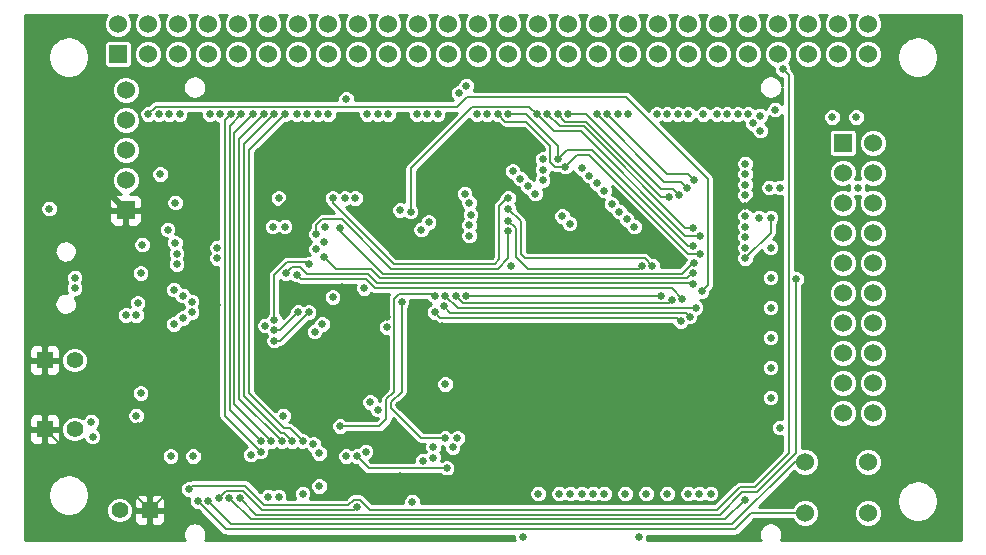
<source format=gbr>
G04 (created by PCBNEW (2013-03-31 BZR 4008)-stable) date 12/05/2013 13:08:43*
%MOIN*%
G04 Gerber Fmt 3.4, Leading zero omitted, Abs format*
%FSLAX34Y34*%
G01*
G70*
G90*
G04 APERTURE LIST*
%ADD10C,2.3622e-006*%
%ADD11C,0.06*%
%ADD12R,0.06X0.06*%
%ADD13R,0.055X0.055*%
%ADD14C,0.055*%
%ADD15C,0.025*%
%ADD16C,0.008*%
%ADD17C,0.02*%
%ADD18C,0.01*%
G04 APERTURE END LIST*
G54D10*
G54D11*
X102500Y-45450D03*
X101500Y-46450D03*
G54D12*
X101500Y-45450D03*
G54D11*
X102500Y-46450D03*
X101500Y-47450D03*
X102500Y-47450D03*
X101500Y-48450D03*
X102500Y-48450D03*
X101500Y-49450D03*
X102500Y-49450D03*
X101500Y-50450D03*
X102500Y-50450D03*
X101500Y-51450D03*
X102500Y-51450D03*
X101500Y-52450D03*
X102500Y-52450D03*
X101500Y-53450D03*
X102500Y-53450D03*
X101500Y-54450D03*
X102500Y-54450D03*
X100257Y-56100D03*
X102343Y-56100D03*
G54D13*
X74900Y-55000D03*
G54D14*
X75900Y-55000D03*
G54D13*
X74900Y-52700D03*
G54D14*
X75900Y-52700D03*
G54D13*
X78400Y-57700D03*
G54D14*
X77400Y-57700D03*
G54D12*
X77350Y-42500D03*
G54D11*
X77350Y-41500D03*
X78350Y-42500D03*
X78350Y-41500D03*
X79350Y-42500D03*
X79350Y-41500D03*
X80350Y-42500D03*
X80350Y-41500D03*
X81350Y-42500D03*
X81350Y-41500D03*
X82350Y-42500D03*
X82350Y-41500D03*
X83350Y-42500D03*
X83350Y-41500D03*
X84350Y-42500D03*
X84350Y-41500D03*
X85350Y-42500D03*
X85350Y-41500D03*
X86350Y-42500D03*
X86350Y-41500D03*
X87350Y-42500D03*
X87350Y-41500D03*
X88350Y-42500D03*
X88350Y-41500D03*
X89350Y-42500D03*
X89350Y-41500D03*
X90350Y-42500D03*
X90350Y-41500D03*
X91350Y-42500D03*
X91350Y-41500D03*
X92350Y-42500D03*
X92350Y-41500D03*
X93350Y-42500D03*
X93350Y-41500D03*
X94350Y-42500D03*
X94350Y-41500D03*
X95350Y-42500D03*
X95350Y-41500D03*
X96350Y-42500D03*
X96350Y-41500D03*
X97350Y-42500D03*
X97350Y-41500D03*
X98350Y-42500D03*
X98350Y-41500D03*
X99350Y-42500D03*
X99350Y-41500D03*
X100350Y-42500D03*
X100350Y-41500D03*
X101350Y-42500D03*
X101350Y-41500D03*
X102350Y-42500D03*
X102350Y-41500D03*
X100257Y-57800D03*
X102343Y-57800D03*
G54D12*
X77600Y-47700D03*
G54D11*
X77600Y-46700D03*
X77600Y-45700D03*
X77600Y-44700D03*
X77600Y-43700D03*
G54D15*
X83950Y-49000D03*
X75050Y-47650D03*
X85300Y-57600D03*
X80700Y-57300D03*
X81050Y-57300D03*
X98250Y-57350D03*
X99400Y-54950D03*
X95450Y-50550D03*
X88950Y-50550D03*
X95800Y-50700D03*
X99100Y-53950D03*
X88600Y-50550D03*
X96800Y-50400D03*
X78350Y-44500D03*
X79200Y-50350D03*
X87700Y-48100D03*
X90450Y-49550D03*
X79500Y-50550D03*
X78700Y-44500D03*
X83150Y-55400D03*
X82550Y-44500D03*
X83500Y-55400D03*
X82900Y-44500D03*
X83300Y-44500D03*
X83650Y-44500D03*
X91250Y-47150D03*
X91500Y-46700D03*
X91000Y-46900D03*
X84000Y-44500D03*
X91500Y-46350D03*
X84350Y-44500D03*
X91500Y-46000D03*
X90750Y-46650D03*
X84950Y-44000D03*
X88950Y-43550D03*
X92400Y-48150D03*
X85650Y-44500D03*
X89050Y-48550D03*
X89050Y-48200D03*
X86000Y-44500D03*
X92150Y-47900D03*
X86350Y-44500D03*
X78150Y-48850D03*
X88900Y-47150D03*
X79800Y-50750D03*
X79050Y-44500D03*
X79250Y-48800D03*
X89050Y-47450D03*
X87300Y-44500D03*
X87650Y-44500D03*
X79300Y-49150D03*
X89100Y-47850D03*
X88000Y-44500D03*
X79300Y-49500D03*
X88700Y-43800D03*
X79000Y-48350D03*
X89300Y-44500D03*
X82700Y-47300D03*
X82500Y-48250D03*
X96850Y-44500D03*
X89650Y-44500D03*
X79400Y-44500D03*
X79800Y-51100D03*
X79500Y-51300D03*
X80400Y-44500D03*
X79200Y-51500D03*
X80750Y-44500D03*
X82100Y-55750D03*
X81100Y-44500D03*
X81450Y-44500D03*
X82100Y-55400D03*
X82450Y-55400D03*
X81850Y-44500D03*
X82200Y-44500D03*
X82800Y-55400D03*
X84900Y-47300D03*
X98350Y-44500D03*
X96750Y-49150D03*
X90000Y-44500D03*
X86000Y-54350D03*
X92250Y-46250D03*
X96500Y-48900D03*
X90350Y-44500D03*
X85750Y-54100D03*
X92000Y-46000D03*
X94050Y-47750D03*
X98250Y-48250D03*
X95300Y-44500D03*
X93800Y-47500D03*
X88300Y-56300D03*
X85300Y-55900D03*
X98250Y-47900D03*
X95650Y-44500D03*
X93550Y-47050D03*
X98250Y-47200D03*
X85600Y-55750D03*
X96000Y-44500D03*
X87850Y-55950D03*
X93300Y-46800D03*
X96350Y-44500D03*
X98250Y-46850D03*
X93050Y-46550D03*
X98250Y-46500D03*
X97300Y-44500D03*
X92800Y-46300D03*
X98250Y-46150D03*
X97650Y-44500D03*
X96750Y-48550D03*
X91300Y-44500D03*
X87100Y-47750D03*
X91650Y-44500D03*
X85250Y-47300D03*
X96500Y-48300D03*
X95700Y-47250D03*
X83850Y-55500D03*
X92000Y-44500D03*
X92350Y-44500D03*
X96050Y-47200D03*
X84050Y-55800D03*
X93300Y-44500D03*
X84050Y-56900D03*
X96300Y-46950D03*
X96550Y-46700D03*
X84950Y-55900D03*
X93650Y-44500D03*
X94550Y-48250D03*
X94000Y-44500D03*
X98250Y-48950D03*
X94300Y-48000D03*
X94350Y-44500D03*
X98250Y-48600D03*
X84200Y-48750D03*
X101150Y-44600D03*
X84200Y-49250D03*
X96500Y-49800D03*
X82350Y-57250D03*
X82900Y-48250D03*
X98750Y-44550D03*
X80650Y-48950D03*
X98500Y-44800D03*
X96550Y-49450D03*
X84750Y-48300D03*
X99250Y-44350D03*
X80650Y-49300D03*
X83950Y-48500D03*
X90350Y-48400D03*
X98750Y-45050D03*
X90350Y-47300D03*
X98000Y-44500D03*
X84500Y-47300D03*
X90500Y-46400D03*
X101950Y-44600D03*
X80000Y-57400D03*
X99500Y-43000D03*
X79700Y-57000D03*
X102000Y-46950D03*
X88500Y-55600D03*
X99100Y-49950D03*
X83350Y-51100D03*
X82550Y-51700D03*
X83700Y-49500D03*
X82550Y-51350D03*
X88650Y-55300D03*
X99400Y-46950D03*
X86800Y-50750D03*
X88250Y-55300D03*
X99100Y-51950D03*
X84750Y-54900D03*
X87900Y-50550D03*
X99050Y-46950D03*
X96500Y-50150D03*
X86750Y-47700D03*
X98250Y-49300D03*
X82950Y-49800D03*
X99100Y-47950D03*
X99100Y-52950D03*
X87850Y-55600D03*
X83700Y-51100D03*
X82550Y-52050D03*
X87900Y-51100D03*
X96100Y-51400D03*
X88200Y-50900D03*
X96400Y-51250D03*
X80350Y-57400D03*
X87450Y-48350D03*
X85550Y-50300D03*
X81400Y-57300D03*
X99950Y-50000D03*
X96150Y-50650D03*
X83300Y-49850D03*
X88250Y-50550D03*
X99100Y-50950D03*
X96600Y-50950D03*
X82850Y-54550D03*
X99100Y-48950D03*
X77950Y-51200D03*
X83900Y-51750D03*
X78000Y-50800D03*
X84150Y-51500D03*
X78100Y-49800D03*
X83500Y-57150D03*
X87500Y-56050D03*
X76450Y-54750D03*
X77950Y-54550D03*
X81775Y-55850D03*
X84250Y-48250D03*
X94700Y-58600D03*
X79850Y-55900D03*
X86300Y-51600D03*
X79100Y-55900D03*
X98700Y-47950D03*
X77600Y-51200D03*
X88250Y-53500D03*
X82250Y-51550D03*
X78750Y-46500D03*
X84500Y-50600D03*
X95150Y-49550D03*
X90350Y-47650D03*
X90850Y-58600D03*
X92800Y-57150D03*
X91350Y-57150D03*
X95650Y-57150D03*
X94250Y-57150D03*
X93550Y-57150D03*
X75900Y-49950D03*
X75900Y-50300D03*
X79250Y-47450D03*
X82700Y-57250D03*
X78100Y-53800D03*
X76500Y-55250D03*
X94950Y-57150D03*
X93175Y-57150D03*
X92425Y-57150D03*
X87150Y-57425D03*
X92050Y-57150D03*
X96350Y-57150D03*
X97100Y-57150D03*
X96725Y-57150D03*
X94800Y-49550D03*
X90350Y-48050D03*
X101150Y-43050D03*
X89150Y-57200D03*
X82950Y-56950D03*
X80350Y-51500D03*
X97250Y-52200D03*
X98250Y-47550D03*
X76800Y-44450D03*
X88150Y-51550D03*
X86700Y-54200D03*
X84850Y-50750D03*
X98800Y-45950D03*
X86750Y-56550D03*
X78000Y-54900D03*
X84100Y-47300D03*
X84150Y-54250D03*
X93450Y-54600D03*
X86300Y-51250D03*
X80650Y-50850D03*
X84500Y-56900D03*
X84800Y-50250D03*
X82100Y-48250D03*
X82000Y-51850D03*
G54D16*
X85212Y-57688D02*
X85300Y-57600D01*
X82138Y-57688D02*
X85212Y-57688D01*
X81500Y-57050D02*
X82138Y-57688D01*
X80950Y-57050D02*
X80700Y-57300D01*
X80950Y-57050D02*
X81500Y-57050D01*
X81762Y-58012D02*
X97588Y-58012D01*
X81050Y-57300D02*
X81762Y-58012D01*
X97588Y-58012D02*
X98250Y-57350D01*
X88950Y-50550D02*
X95450Y-50550D01*
X88600Y-50550D02*
X88650Y-50600D01*
X88650Y-50600D02*
X88850Y-50800D01*
X88850Y-50800D02*
X95700Y-50800D01*
X95700Y-50800D02*
X95800Y-50700D01*
X88974Y-43926D02*
X88650Y-44250D01*
X88650Y-44250D02*
X78600Y-44250D01*
X97000Y-50200D02*
X97000Y-46650D01*
X78600Y-44250D02*
X78350Y-44500D01*
X97000Y-46650D02*
X94276Y-43926D01*
X94276Y-43926D02*
X88974Y-43926D01*
X96800Y-50400D02*
X97000Y-50200D01*
X82785Y-55135D02*
X81548Y-53898D01*
X82885Y-55135D02*
X82785Y-55135D01*
X83150Y-55400D02*
X82885Y-55135D01*
X81548Y-53898D02*
X81548Y-45502D01*
X82550Y-44500D02*
X81548Y-45502D01*
X83073Y-54973D02*
X82873Y-54973D01*
X82900Y-44500D02*
X81710Y-45690D01*
X82873Y-54973D02*
X81710Y-53810D01*
X83500Y-55400D02*
X83073Y-54973D01*
X81710Y-53810D02*
X81710Y-45690D01*
X82100Y-55750D02*
X80900Y-54550D01*
X81100Y-44500D02*
X80900Y-44700D01*
X80900Y-54550D02*
X80900Y-44700D01*
X82100Y-55400D02*
X81065Y-54365D01*
X81065Y-44884D02*
X81450Y-44500D01*
X81065Y-54365D02*
X81065Y-44884D01*
X81850Y-44500D02*
X81225Y-45124D01*
X81225Y-54175D02*
X82450Y-55400D01*
X81225Y-45124D02*
X81225Y-54175D01*
X81386Y-53986D02*
X82800Y-55400D01*
X82200Y-44500D02*
X81386Y-45314D01*
X81386Y-45314D02*
X81386Y-53986D01*
X96350Y-49150D02*
X93050Y-45850D01*
X90000Y-44500D02*
X90250Y-44750D01*
X96750Y-49150D02*
X96350Y-49150D01*
X91750Y-45550D02*
X91750Y-46100D01*
X93050Y-45850D02*
X92650Y-45850D01*
X90250Y-44750D02*
X90950Y-44750D01*
X91900Y-46250D02*
X92250Y-46250D01*
X92650Y-45850D02*
X92250Y-46250D01*
X91900Y-46250D02*
X91750Y-46100D01*
X90950Y-44750D02*
X91750Y-45550D01*
X96500Y-48900D02*
X96350Y-48900D01*
X96350Y-48900D02*
X93138Y-45688D01*
X93138Y-45688D02*
X92312Y-45688D01*
X90950Y-44500D02*
X90350Y-44500D01*
X92000Y-45550D02*
X90950Y-44500D01*
X92312Y-45688D02*
X92000Y-46000D01*
X92000Y-46000D02*
X92000Y-45550D01*
X85700Y-56300D02*
X85300Y-55900D01*
X88300Y-56300D02*
X85700Y-56300D01*
X87850Y-55950D02*
X87850Y-55950D01*
X91300Y-44500D02*
X91050Y-44250D01*
X87100Y-46300D02*
X87100Y-47750D01*
X91050Y-44250D02*
X89150Y-44250D01*
X91300Y-44500D02*
X91874Y-45074D01*
X89150Y-44250D02*
X87100Y-46300D01*
X91874Y-45074D02*
X92774Y-45074D01*
X96250Y-48550D02*
X92774Y-45074D01*
X96750Y-48550D02*
X96250Y-48550D01*
X96500Y-48300D02*
X96250Y-48300D01*
X91650Y-44500D02*
X92062Y-44912D01*
X92062Y-44912D02*
X92862Y-44912D01*
X96250Y-48300D02*
X92862Y-44912D01*
X95700Y-47250D02*
X95450Y-47250D01*
X92950Y-44750D02*
X95450Y-47250D01*
X92250Y-44750D02*
X92000Y-44500D01*
X92250Y-44750D02*
X92950Y-44750D01*
X95850Y-47000D02*
X95450Y-47000D01*
X95850Y-47000D02*
X96050Y-47200D01*
X92950Y-44500D02*
X95450Y-47000D01*
X92950Y-44500D02*
X92350Y-44500D01*
X93300Y-44500D02*
X95550Y-46750D01*
X95550Y-46750D02*
X96100Y-46750D01*
X96100Y-46750D02*
X96300Y-46950D01*
X96350Y-46500D02*
X96550Y-46700D01*
X95650Y-46500D02*
X96350Y-46500D01*
X93650Y-44500D02*
X95650Y-46500D01*
X84200Y-49250D02*
X84626Y-49676D01*
X96324Y-49976D02*
X96500Y-49800D01*
X86076Y-49976D02*
X96324Y-49976D01*
X84626Y-49676D02*
X85776Y-49676D01*
X85776Y-49676D02*
X86076Y-49976D01*
X96136Y-49814D02*
X96500Y-49450D01*
X96500Y-49450D02*
X96550Y-49450D01*
X86164Y-49814D02*
X96136Y-49814D01*
X84750Y-48300D02*
X84750Y-48400D01*
X84750Y-48400D02*
X86164Y-49814D01*
X83950Y-48500D02*
X83950Y-48200D01*
X86452Y-49652D02*
X84800Y-48000D01*
X83950Y-48200D02*
X84150Y-48000D01*
X89998Y-49652D02*
X86452Y-49652D01*
X90350Y-48400D02*
X90350Y-49300D01*
X90350Y-49300D02*
X89998Y-49652D01*
X84800Y-48000D02*
X84150Y-48000D01*
X90350Y-47300D02*
X90300Y-47300D01*
X90300Y-47300D02*
X90050Y-47550D01*
X84500Y-47450D02*
X84500Y-47300D01*
X90050Y-47550D02*
X90050Y-49340D01*
X89900Y-49490D02*
X86540Y-49490D01*
X86540Y-49490D02*
X84500Y-47450D01*
X90050Y-49340D02*
X89900Y-49490D01*
X80936Y-58336D02*
X97914Y-58336D01*
X100255Y-57798D02*
X100257Y-57800D01*
X100257Y-57800D02*
X98450Y-57800D01*
X98450Y-57800D02*
X97914Y-58336D01*
X80000Y-57400D02*
X80936Y-58336D01*
X79812Y-56888D02*
X81588Y-56888D01*
X82226Y-57526D02*
X85024Y-57526D01*
X85738Y-57688D02*
X97312Y-57688D01*
X85200Y-57350D02*
X85400Y-57350D01*
X81588Y-56888D02*
X82226Y-57526D01*
X85400Y-57350D02*
X85738Y-57688D01*
X99700Y-43200D02*
X99500Y-43000D01*
X97312Y-57688D02*
X98062Y-56938D01*
X98562Y-56938D02*
X98062Y-56938D01*
X98562Y-56938D02*
X99700Y-55800D01*
X99700Y-55800D02*
X99700Y-43200D01*
X85024Y-57526D02*
X85200Y-57350D01*
X79700Y-57000D02*
X79812Y-56888D01*
X82750Y-51700D02*
X83350Y-51100D01*
X82550Y-51700D02*
X82750Y-51700D01*
X83638Y-49438D02*
X82962Y-49438D01*
X82550Y-51350D02*
X82550Y-49850D01*
X83700Y-49500D02*
X83638Y-49438D01*
X82550Y-49850D02*
X82962Y-49438D01*
X87450Y-55300D02*
X88250Y-55300D01*
X86800Y-53750D02*
X86450Y-54100D01*
X86450Y-54300D02*
X87450Y-55300D01*
X86450Y-54100D02*
X86450Y-54300D01*
X86800Y-50750D02*
X86800Y-53750D01*
X86550Y-50650D02*
X86550Y-53750D01*
X86288Y-54012D02*
X86288Y-54662D01*
X86550Y-53750D02*
X86288Y-54012D01*
X86288Y-54662D02*
X86050Y-54900D01*
X87900Y-50550D02*
X87850Y-50500D01*
X86050Y-54900D02*
X84750Y-54900D01*
X87850Y-50500D02*
X86700Y-50500D01*
X86700Y-50500D02*
X86550Y-50650D01*
X85988Y-50138D02*
X96488Y-50138D01*
X96488Y-50138D02*
X96500Y-50150D01*
X82950Y-49800D02*
X83150Y-49600D01*
X99100Y-47950D02*
X99100Y-48450D01*
X83400Y-49600D02*
X83638Y-49838D01*
X99100Y-48450D02*
X98250Y-49300D01*
X83400Y-49600D02*
X83150Y-49600D01*
X85688Y-49838D02*
X85988Y-50138D01*
X83638Y-49838D02*
X85688Y-49838D01*
X82550Y-52050D02*
X82750Y-52050D01*
X82750Y-52050D02*
X83700Y-51100D01*
X88086Y-51286D02*
X95986Y-51286D01*
X87900Y-51100D02*
X88086Y-51286D01*
X95986Y-51286D02*
X96100Y-51400D01*
X96274Y-51124D02*
X96400Y-51250D01*
X88424Y-51124D02*
X96274Y-51124D01*
X88200Y-50900D02*
X88424Y-51124D01*
X80350Y-57400D02*
X81124Y-58174D01*
X99900Y-56100D02*
X97826Y-58174D01*
X100257Y-56100D02*
X99900Y-56100D01*
X97826Y-58174D02*
X81124Y-58174D01*
X98650Y-57100D02*
X98150Y-57100D01*
X99950Y-55800D02*
X98650Y-57100D01*
X97400Y-57850D02*
X98150Y-57100D01*
X99950Y-50000D02*
X99950Y-55800D01*
X81400Y-57300D02*
X81950Y-57850D01*
X81950Y-57850D02*
X97400Y-57850D01*
X83450Y-50000D02*
X85600Y-50000D01*
X95800Y-50300D02*
X96150Y-50650D01*
X83300Y-49850D02*
X83450Y-50000D01*
X85900Y-50300D02*
X85600Y-50000D01*
X95800Y-50300D02*
X85900Y-50300D01*
X88250Y-50550D02*
X88662Y-50962D01*
X96588Y-50962D02*
X96600Y-50950D01*
X88662Y-50962D02*
X96588Y-50962D01*
X90900Y-49300D02*
X94900Y-49300D01*
X90762Y-48062D02*
X90762Y-49162D01*
X90762Y-49162D02*
X90900Y-49300D01*
X94900Y-49300D02*
X95150Y-49550D01*
X90350Y-47650D02*
X90762Y-48062D01*
X90600Y-48300D02*
X90600Y-49250D01*
X90600Y-49250D02*
X91002Y-49652D01*
X91002Y-49652D02*
X94698Y-49652D01*
X94698Y-49652D02*
X94800Y-49550D01*
X90350Y-48050D02*
X90600Y-48300D01*
X89150Y-57200D02*
X88500Y-56550D01*
X88500Y-56550D02*
X86750Y-56550D01*
X79550Y-56550D02*
X82550Y-56550D01*
X82550Y-56550D02*
X82950Y-56950D01*
X83350Y-56550D02*
X82950Y-56950D01*
X84150Y-56550D02*
X83350Y-56550D01*
X84500Y-56900D02*
X84150Y-56550D01*
X98650Y-47150D02*
X98650Y-46100D01*
X74900Y-52700D02*
X74900Y-55000D01*
X79750Y-49250D02*
X79750Y-48300D01*
X98250Y-47550D02*
X97650Y-48150D01*
X84850Y-50750D02*
X84850Y-50300D01*
X97650Y-48150D02*
X97650Y-51800D01*
X84500Y-56900D02*
X84850Y-56550D01*
X84850Y-56550D02*
X86750Y-56550D01*
X91200Y-54600D02*
X93450Y-54600D01*
X76800Y-56100D02*
X78400Y-57700D01*
X88150Y-51550D02*
X88150Y-52750D01*
X80350Y-51500D02*
X80350Y-51150D01*
X79550Y-56550D02*
X78400Y-57700D01*
X76000Y-56100D02*
X76800Y-56100D01*
X79150Y-47700D02*
X77600Y-47700D01*
X97650Y-51800D02*
X97250Y-52200D01*
X78000Y-54900D02*
X78400Y-55300D01*
G54D17*
X76800Y-44450D02*
X76800Y-46900D01*
G54D16*
X84850Y-50750D02*
X85350Y-51250D01*
X79750Y-48300D02*
X79150Y-47700D01*
X98650Y-46100D02*
X98800Y-45950D01*
X78400Y-55300D02*
X78400Y-57700D01*
G54D17*
X76800Y-46900D02*
X77600Y-47700D01*
G54D16*
X74900Y-55000D02*
X76000Y-56100D01*
X82000Y-51850D02*
X82000Y-52100D01*
X82000Y-52100D02*
X84150Y-54250D01*
X88150Y-52750D02*
X86700Y-54200D01*
X84850Y-50300D02*
X84800Y-50250D01*
X81900Y-48450D02*
X82100Y-48250D01*
X88150Y-51550D02*
X91200Y-54600D01*
X85350Y-51250D02*
X86300Y-51250D01*
X80650Y-50850D02*
X80650Y-50150D01*
G54D17*
X93450Y-54600D02*
X94850Y-54600D01*
X94850Y-54600D02*
X97250Y-52200D01*
G54D16*
X80650Y-50150D02*
X79750Y-49250D01*
X83050Y-47300D02*
X84100Y-47300D01*
X98250Y-47550D02*
X98650Y-47150D01*
X82100Y-48250D02*
X83050Y-47300D01*
X82000Y-51850D02*
X81900Y-51750D01*
X80350Y-51150D02*
X80650Y-50850D01*
X81900Y-51750D02*
X81900Y-48450D01*
G54D10*
G36*
X105455Y-58705D02*
X104691Y-58705D01*
X104691Y-57437D01*
X104691Y-57400D01*
X104691Y-57362D01*
X104691Y-42637D01*
X104691Y-42600D01*
X104691Y-42562D01*
X104691Y-42561D01*
X104691Y-42561D01*
X104691Y-42561D01*
X104653Y-42370D01*
X104624Y-42300D01*
X104623Y-42299D01*
X104516Y-42138D01*
X104515Y-42137D01*
X104461Y-42084D01*
X104300Y-41976D01*
X104299Y-41975D01*
X104229Y-41946D01*
X104037Y-41908D01*
X103961Y-41908D01*
X103960Y-41909D01*
X103770Y-41946D01*
X103700Y-41975D01*
X103699Y-41976D01*
X103538Y-42083D01*
X103537Y-42084D01*
X103484Y-42138D01*
X103376Y-42299D01*
X103375Y-42300D01*
X103346Y-42370D01*
X103308Y-42562D01*
X103308Y-42600D01*
X103308Y-42637D01*
X103308Y-42638D01*
X103346Y-42829D01*
X103375Y-42899D01*
X103376Y-42900D01*
X103484Y-43061D01*
X103537Y-43115D01*
X103538Y-43116D01*
X103699Y-43223D01*
X103700Y-43224D01*
X103770Y-43253D01*
X103960Y-43290D01*
X103961Y-43291D01*
X104037Y-43291D01*
X104229Y-43253D01*
X104299Y-43224D01*
X104300Y-43223D01*
X104461Y-43115D01*
X104515Y-43062D01*
X104516Y-43061D01*
X104623Y-42900D01*
X104624Y-42899D01*
X104653Y-42829D01*
X104691Y-42638D01*
X104691Y-42638D01*
X104691Y-42638D01*
X104691Y-42637D01*
X104691Y-57362D01*
X104691Y-57361D01*
X104691Y-57361D01*
X104691Y-57361D01*
X104653Y-57170D01*
X104624Y-57100D01*
X104623Y-57099D01*
X104516Y-56938D01*
X104515Y-56937D01*
X104461Y-56884D01*
X104300Y-56776D01*
X104299Y-56775D01*
X104229Y-56746D01*
X104037Y-56708D01*
X103961Y-56708D01*
X103960Y-56709D01*
X103770Y-56746D01*
X103700Y-56775D01*
X103699Y-56776D01*
X103538Y-56883D01*
X103537Y-56884D01*
X103484Y-56938D01*
X103376Y-57099D01*
X103375Y-57100D01*
X103346Y-57170D01*
X103308Y-57362D01*
X103308Y-57400D01*
X103308Y-57437D01*
X103308Y-57438D01*
X103346Y-57629D01*
X103375Y-57699D01*
X103376Y-57700D01*
X103484Y-57861D01*
X103537Y-57915D01*
X103538Y-57916D01*
X103699Y-58023D01*
X103700Y-58024D01*
X103770Y-58053D01*
X103960Y-58090D01*
X103961Y-58091D01*
X104037Y-58091D01*
X104229Y-58053D01*
X104299Y-58024D01*
X104300Y-58023D01*
X104461Y-57915D01*
X104515Y-57862D01*
X104516Y-57861D01*
X104623Y-57700D01*
X104624Y-57699D01*
X104653Y-57629D01*
X104691Y-57438D01*
X104691Y-57438D01*
X104691Y-57438D01*
X104691Y-57437D01*
X104691Y-58705D01*
X102970Y-58705D01*
X102970Y-54356D01*
X102970Y-53356D01*
X102970Y-52356D01*
X102970Y-51356D01*
X102970Y-50356D01*
X102970Y-49356D01*
X102970Y-48356D01*
X102970Y-47356D01*
X102898Y-47184D01*
X102766Y-47051D01*
X102593Y-46980D01*
X102406Y-46979D01*
X102286Y-47029D01*
X102294Y-47008D01*
X102295Y-46891D01*
X102286Y-46870D01*
X102406Y-46919D01*
X102593Y-46920D01*
X102765Y-46848D01*
X102898Y-46716D01*
X102969Y-46543D01*
X102970Y-46356D01*
X102970Y-45356D01*
X102898Y-45184D01*
X102820Y-45105D01*
X102820Y-42406D01*
X102748Y-42234D01*
X102616Y-42101D01*
X102443Y-42030D01*
X102256Y-42029D01*
X102084Y-42101D01*
X101951Y-42233D01*
X101880Y-42406D01*
X101879Y-42593D01*
X101951Y-42765D01*
X102083Y-42898D01*
X102256Y-42969D01*
X102443Y-42970D01*
X102615Y-42898D01*
X102748Y-42766D01*
X102819Y-42593D01*
X102820Y-42406D01*
X102820Y-45105D01*
X102766Y-45051D01*
X102593Y-44980D01*
X102406Y-44979D01*
X102245Y-45046D01*
X102245Y-44541D01*
X102200Y-44433D01*
X102117Y-44350D01*
X102008Y-44305D01*
X101891Y-44304D01*
X101820Y-44334D01*
X101820Y-42406D01*
X101748Y-42234D01*
X101616Y-42101D01*
X101443Y-42030D01*
X101256Y-42029D01*
X101084Y-42101D01*
X100951Y-42233D01*
X100880Y-42406D01*
X100879Y-42593D01*
X100951Y-42765D01*
X101083Y-42898D01*
X101256Y-42969D01*
X101443Y-42970D01*
X101615Y-42898D01*
X101748Y-42766D01*
X101819Y-42593D01*
X101820Y-42406D01*
X101820Y-44334D01*
X101783Y-44349D01*
X101700Y-44432D01*
X101655Y-44541D01*
X101654Y-44658D01*
X101699Y-44766D01*
X101782Y-44849D01*
X101891Y-44894D01*
X102008Y-44895D01*
X102116Y-44850D01*
X102199Y-44767D01*
X102244Y-44658D01*
X102245Y-44541D01*
X102245Y-45046D01*
X102234Y-45051D01*
X102101Y-45183D01*
X102030Y-45356D01*
X102029Y-45543D01*
X102101Y-45715D01*
X102233Y-45848D01*
X102406Y-45919D01*
X102593Y-45920D01*
X102765Y-45848D01*
X102898Y-45716D01*
X102969Y-45543D01*
X102970Y-45356D01*
X102970Y-46356D01*
X102898Y-46184D01*
X102766Y-46051D01*
X102593Y-45980D01*
X102406Y-45979D01*
X102234Y-46051D01*
X102101Y-46183D01*
X102030Y-46356D01*
X102029Y-46543D01*
X102079Y-46663D01*
X102058Y-46655D01*
X101941Y-46654D01*
X101920Y-46663D01*
X101969Y-46543D01*
X101970Y-46356D01*
X101970Y-46356D01*
X101970Y-45716D01*
X101970Y-45116D01*
X101944Y-45053D01*
X101896Y-45005D01*
X101833Y-44980D01*
X101766Y-44979D01*
X101445Y-44979D01*
X101445Y-44541D01*
X101400Y-44433D01*
X101317Y-44350D01*
X101208Y-44305D01*
X101091Y-44304D01*
X100983Y-44349D01*
X100900Y-44432D01*
X100855Y-44541D01*
X100854Y-44658D01*
X100899Y-44766D01*
X100982Y-44849D01*
X101091Y-44894D01*
X101208Y-44895D01*
X101316Y-44850D01*
X101399Y-44767D01*
X101444Y-44658D01*
X101445Y-44541D01*
X101445Y-44979D01*
X101166Y-44979D01*
X101103Y-45005D01*
X101055Y-45053D01*
X101030Y-45116D01*
X101029Y-45183D01*
X101029Y-45783D01*
X101055Y-45846D01*
X101103Y-45894D01*
X101166Y-45919D01*
X101233Y-45920D01*
X101833Y-45920D01*
X101896Y-45894D01*
X101944Y-45846D01*
X101969Y-45783D01*
X101970Y-45716D01*
X101970Y-46356D01*
X101898Y-46184D01*
X101766Y-46051D01*
X101593Y-45980D01*
X101406Y-45979D01*
X101234Y-46051D01*
X101101Y-46183D01*
X101030Y-46356D01*
X101029Y-46543D01*
X101101Y-46715D01*
X101233Y-46848D01*
X101406Y-46919D01*
X101593Y-46920D01*
X101713Y-46870D01*
X101705Y-46891D01*
X101704Y-47008D01*
X101713Y-47029D01*
X101593Y-46980D01*
X101406Y-46979D01*
X101234Y-47051D01*
X101101Y-47183D01*
X101030Y-47356D01*
X101029Y-47543D01*
X101101Y-47715D01*
X101233Y-47848D01*
X101406Y-47919D01*
X101593Y-47920D01*
X101765Y-47848D01*
X101898Y-47716D01*
X101969Y-47543D01*
X101970Y-47356D01*
X101920Y-47236D01*
X101941Y-47244D01*
X102058Y-47245D01*
X102079Y-47236D01*
X102030Y-47356D01*
X102029Y-47543D01*
X102101Y-47715D01*
X102233Y-47848D01*
X102406Y-47919D01*
X102593Y-47920D01*
X102765Y-47848D01*
X102898Y-47716D01*
X102969Y-47543D01*
X102970Y-47356D01*
X102970Y-48356D01*
X102898Y-48184D01*
X102766Y-48051D01*
X102593Y-47980D01*
X102406Y-47979D01*
X102234Y-48051D01*
X102101Y-48183D01*
X102030Y-48356D01*
X102029Y-48543D01*
X102101Y-48715D01*
X102233Y-48848D01*
X102406Y-48919D01*
X102593Y-48920D01*
X102765Y-48848D01*
X102898Y-48716D01*
X102969Y-48543D01*
X102970Y-48356D01*
X102970Y-49356D01*
X102898Y-49184D01*
X102766Y-49051D01*
X102593Y-48980D01*
X102406Y-48979D01*
X102234Y-49051D01*
X102101Y-49183D01*
X102030Y-49356D01*
X102029Y-49543D01*
X102101Y-49715D01*
X102233Y-49848D01*
X102406Y-49919D01*
X102593Y-49920D01*
X102765Y-49848D01*
X102898Y-49716D01*
X102969Y-49543D01*
X102970Y-49356D01*
X102970Y-50356D01*
X102898Y-50184D01*
X102766Y-50051D01*
X102593Y-49980D01*
X102406Y-49979D01*
X102234Y-50051D01*
X102101Y-50183D01*
X102030Y-50356D01*
X102029Y-50543D01*
X102101Y-50715D01*
X102233Y-50848D01*
X102406Y-50919D01*
X102593Y-50920D01*
X102765Y-50848D01*
X102898Y-50716D01*
X102969Y-50543D01*
X102970Y-50356D01*
X102970Y-51356D01*
X102898Y-51184D01*
X102766Y-51051D01*
X102593Y-50980D01*
X102406Y-50979D01*
X102234Y-51051D01*
X102101Y-51183D01*
X102030Y-51356D01*
X102029Y-51543D01*
X102101Y-51715D01*
X102233Y-51848D01*
X102406Y-51919D01*
X102593Y-51920D01*
X102765Y-51848D01*
X102898Y-51716D01*
X102969Y-51543D01*
X102970Y-51356D01*
X102970Y-52356D01*
X102898Y-52184D01*
X102766Y-52051D01*
X102593Y-51980D01*
X102406Y-51979D01*
X102234Y-52051D01*
X102101Y-52183D01*
X102030Y-52356D01*
X102029Y-52543D01*
X102101Y-52715D01*
X102233Y-52848D01*
X102406Y-52919D01*
X102593Y-52920D01*
X102765Y-52848D01*
X102898Y-52716D01*
X102969Y-52543D01*
X102970Y-52356D01*
X102970Y-53356D01*
X102898Y-53184D01*
X102766Y-53051D01*
X102593Y-52980D01*
X102406Y-52979D01*
X102234Y-53051D01*
X102101Y-53183D01*
X102030Y-53356D01*
X102029Y-53543D01*
X102101Y-53715D01*
X102233Y-53848D01*
X102406Y-53919D01*
X102593Y-53920D01*
X102765Y-53848D01*
X102898Y-53716D01*
X102969Y-53543D01*
X102970Y-53356D01*
X102970Y-54356D01*
X102898Y-54184D01*
X102766Y-54051D01*
X102593Y-53980D01*
X102406Y-53979D01*
X102234Y-54051D01*
X102101Y-54183D01*
X102030Y-54356D01*
X102029Y-54543D01*
X102101Y-54715D01*
X102233Y-54848D01*
X102406Y-54919D01*
X102593Y-54920D01*
X102765Y-54848D01*
X102898Y-54716D01*
X102969Y-54543D01*
X102970Y-54356D01*
X102970Y-58705D01*
X102813Y-58705D01*
X102813Y-57706D01*
X102813Y-56006D01*
X102741Y-55834D01*
X102609Y-55701D01*
X102436Y-55630D01*
X102249Y-55629D01*
X102077Y-55701D01*
X101970Y-55808D01*
X101970Y-54356D01*
X101970Y-53356D01*
X101970Y-52356D01*
X101970Y-51356D01*
X101970Y-50356D01*
X101970Y-49356D01*
X101970Y-48356D01*
X101898Y-48184D01*
X101766Y-48051D01*
X101593Y-47980D01*
X101406Y-47979D01*
X101234Y-48051D01*
X101101Y-48183D01*
X101030Y-48356D01*
X101029Y-48543D01*
X101101Y-48715D01*
X101233Y-48848D01*
X101406Y-48919D01*
X101593Y-48920D01*
X101765Y-48848D01*
X101898Y-48716D01*
X101969Y-48543D01*
X101970Y-48356D01*
X101970Y-49356D01*
X101898Y-49184D01*
X101766Y-49051D01*
X101593Y-48980D01*
X101406Y-48979D01*
X101234Y-49051D01*
X101101Y-49183D01*
X101030Y-49356D01*
X101029Y-49543D01*
X101101Y-49715D01*
X101233Y-49848D01*
X101406Y-49919D01*
X101593Y-49920D01*
X101765Y-49848D01*
X101898Y-49716D01*
X101969Y-49543D01*
X101970Y-49356D01*
X101970Y-50356D01*
X101898Y-50184D01*
X101766Y-50051D01*
X101593Y-49980D01*
X101406Y-49979D01*
X101234Y-50051D01*
X101101Y-50183D01*
X101030Y-50356D01*
X101029Y-50543D01*
X101101Y-50715D01*
X101233Y-50848D01*
X101406Y-50919D01*
X101593Y-50920D01*
X101765Y-50848D01*
X101898Y-50716D01*
X101969Y-50543D01*
X101970Y-50356D01*
X101970Y-51356D01*
X101898Y-51184D01*
X101766Y-51051D01*
X101593Y-50980D01*
X101406Y-50979D01*
X101234Y-51051D01*
X101101Y-51183D01*
X101030Y-51356D01*
X101029Y-51543D01*
X101101Y-51715D01*
X101233Y-51848D01*
X101406Y-51919D01*
X101593Y-51920D01*
X101765Y-51848D01*
X101898Y-51716D01*
X101969Y-51543D01*
X101970Y-51356D01*
X101970Y-52356D01*
X101898Y-52184D01*
X101766Y-52051D01*
X101593Y-51980D01*
X101406Y-51979D01*
X101234Y-52051D01*
X101101Y-52183D01*
X101030Y-52356D01*
X101029Y-52543D01*
X101101Y-52715D01*
X101233Y-52848D01*
X101406Y-52919D01*
X101593Y-52920D01*
X101765Y-52848D01*
X101898Y-52716D01*
X101969Y-52543D01*
X101970Y-52356D01*
X101970Y-53356D01*
X101898Y-53184D01*
X101766Y-53051D01*
X101593Y-52980D01*
X101406Y-52979D01*
X101234Y-53051D01*
X101101Y-53183D01*
X101030Y-53356D01*
X101029Y-53543D01*
X101101Y-53715D01*
X101233Y-53848D01*
X101406Y-53919D01*
X101593Y-53920D01*
X101765Y-53848D01*
X101898Y-53716D01*
X101969Y-53543D01*
X101970Y-53356D01*
X101970Y-54356D01*
X101898Y-54184D01*
X101766Y-54051D01*
X101593Y-53980D01*
X101406Y-53979D01*
X101234Y-54051D01*
X101101Y-54183D01*
X101030Y-54356D01*
X101029Y-54543D01*
X101101Y-54715D01*
X101233Y-54848D01*
X101406Y-54919D01*
X101593Y-54920D01*
X101765Y-54848D01*
X101898Y-54716D01*
X101969Y-54543D01*
X101970Y-54356D01*
X101970Y-55808D01*
X101944Y-55833D01*
X101873Y-56006D01*
X101872Y-56193D01*
X101944Y-56365D01*
X102076Y-56498D01*
X102249Y-56569D01*
X102436Y-56570D01*
X102608Y-56498D01*
X102741Y-56366D01*
X102812Y-56193D01*
X102813Y-56006D01*
X102813Y-57706D01*
X102741Y-57534D01*
X102609Y-57401D01*
X102436Y-57330D01*
X102249Y-57329D01*
X102077Y-57401D01*
X101944Y-57533D01*
X101873Y-57706D01*
X101872Y-57893D01*
X101944Y-58065D01*
X102076Y-58198D01*
X102249Y-58269D01*
X102436Y-58270D01*
X102608Y-58198D01*
X102741Y-58066D01*
X102812Y-57893D01*
X102813Y-57706D01*
X102813Y-58705D01*
X100820Y-58705D01*
X100820Y-42406D01*
X100748Y-42234D01*
X100616Y-42101D01*
X100443Y-42030D01*
X100256Y-42029D01*
X100084Y-42101D01*
X99951Y-42233D01*
X99880Y-42406D01*
X99879Y-42593D01*
X99951Y-42765D01*
X100083Y-42898D01*
X100256Y-42969D01*
X100443Y-42970D01*
X100615Y-42898D01*
X100748Y-42766D01*
X100819Y-42593D01*
X100820Y-42406D01*
X100820Y-58705D01*
X99433Y-58705D01*
X99446Y-58685D01*
X99476Y-58614D01*
X99476Y-58614D01*
X99476Y-58614D01*
X99491Y-58538D01*
X99491Y-58538D01*
X99491Y-58538D01*
X99491Y-58537D01*
X99491Y-58500D01*
X99491Y-58462D01*
X99491Y-58461D01*
X99491Y-58461D01*
X99491Y-58461D01*
X99476Y-58385D01*
X99476Y-58385D01*
X99476Y-58385D01*
X99446Y-58314D01*
X99403Y-58250D01*
X99349Y-58196D01*
X99349Y-58196D01*
X99285Y-58153D01*
X99284Y-58153D01*
X99284Y-58152D01*
X99214Y-58123D01*
X99137Y-58108D01*
X99061Y-58108D01*
X99061Y-58108D01*
X98985Y-58123D01*
X98985Y-58123D01*
X98985Y-58123D01*
X98914Y-58153D01*
X98850Y-58196D01*
X98796Y-58250D01*
X98796Y-58250D01*
X98753Y-58314D01*
X98753Y-58315D01*
X98752Y-58315D01*
X98723Y-58385D01*
X98708Y-58462D01*
X98708Y-58500D01*
X98708Y-58537D01*
X98708Y-58538D01*
X98723Y-58614D01*
X98752Y-58684D01*
X98753Y-58684D01*
X98753Y-58685D01*
X98766Y-58705D01*
X94975Y-58705D01*
X94994Y-58658D01*
X94995Y-58546D01*
X97914Y-58546D01*
X97994Y-58530D01*
X98062Y-58484D01*
X98536Y-58010D01*
X99835Y-58010D01*
X99858Y-58065D01*
X99990Y-58198D01*
X100163Y-58269D01*
X100350Y-58270D01*
X100522Y-58198D01*
X100655Y-58066D01*
X100726Y-57893D01*
X100727Y-57706D01*
X100655Y-57534D01*
X100523Y-57401D01*
X100350Y-57330D01*
X100163Y-57329D01*
X99991Y-57401D01*
X99858Y-57533D01*
X99835Y-57590D01*
X98706Y-57590D01*
X99894Y-56402D01*
X99990Y-56498D01*
X100163Y-56569D01*
X100350Y-56570D01*
X100522Y-56498D01*
X100655Y-56366D01*
X100726Y-56193D01*
X100727Y-56006D01*
X100655Y-55834D01*
X100523Y-55701D01*
X100350Y-55630D01*
X100163Y-55629D01*
X100160Y-55631D01*
X100160Y-50207D01*
X100199Y-50167D01*
X100244Y-50058D01*
X100245Y-49941D01*
X100200Y-49833D01*
X100117Y-49750D01*
X100008Y-49705D01*
X99910Y-49704D01*
X99910Y-43200D01*
X99894Y-43119D01*
X99894Y-43119D01*
X99875Y-43092D01*
X99848Y-43051D01*
X99848Y-43051D01*
X99795Y-42998D01*
X99795Y-42941D01*
X99750Y-42833D01*
X99715Y-42798D01*
X99748Y-42766D01*
X99819Y-42593D01*
X99820Y-42406D01*
X99748Y-42234D01*
X99616Y-42101D01*
X99443Y-42030D01*
X99256Y-42029D01*
X99084Y-42101D01*
X98951Y-42233D01*
X98880Y-42406D01*
X98879Y-42593D01*
X98951Y-42765D01*
X99083Y-42898D01*
X99205Y-42948D01*
X99204Y-43058D01*
X99249Y-43166D01*
X99332Y-43249D01*
X99441Y-43294D01*
X99490Y-43294D01*
X99490Y-43555D01*
X99476Y-43485D01*
X99476Y-43485D01*
X99476Y-43485D01*
X99446Y-43414D01*
X99403Y-43350D01*
X99349Y-43296D01*
X99349Y-43296D01*
X99285Y-43253D01*
X99284Y-43253D01*
X99284Y-43252D01*
X99214Y-43223D01*
X99137Y-43208D01*
X99061Y-43208D01*
X99061Y-43208D01*
X98985Y-43223D01*
X98985Y-43223D01*
X98985Y-43223D01*
X98914Y-43253D01*
X98850Y-43296D01*
X98820Y-43326D01*
X98820Y-42406D01*
X98748Y-42234D01*
X98616Y-42101D01*
X98443Y-42030D01*
X98256Y-42029D01*
X98084Y-42101D01*
X97951Y-42233D01*
X97880Y-42406D01*
X97879Y-42593D01*
X97951Y-42765D01*
X98083Y-42898D01*
X98256Y-42969D01*
X98443Y-42970D01*
X98615Y-42898D01*
X98748Y-42766D01*
X98819Y-42593D01*
X98820Y-42406D01*
X98820Y-43326D01*
X98796Y-43350D01*
X98796Y-43350D01*
X98753Y-43414D01*
X98753Y-43415D01*
X98752Y-43415D01*
X98723Y-43485D01*
X98708Y-43562D01*
X98708Y-43600D01*
X98708Y-43637D01*
X98708Y-43638D01*
X98723Y-43714D01*
X98752Y-43784D01*
X98753Y-43784D01*
X98753Y-43785D01*
X98796Y-43849D01*
X98796Y-43849D01*
X98850Y-43903D01*
X98914Y-43946D01*
X98985Y-43976D01*
X98985Y-43976D01*
X98985Y-43976D01*
X99061Y-43991D01*
X99061Y-43991D01*
X99137Y-43991D01*
X99214Y-43976D01*
X99214Y-43975D01*
X99284Y-43947D01*
X99284Y-43946D01*
X99285Y-43946D01*
X99349Y-43903D01*
X99349Y-43903D01*
X99403Y-43849D01*
X99446Y-43785D01*
X99476Y-43714D01*
X99476Y-43714D01*
X99476Y-43714D01*
X99490Y-43644D01*
X99490Y-44172D01*
X99417Y-44100D01*
X99308Y-44055D01*
X99191Y-44054D01*
X99083Y-44099D01*
X99000Y-44182D01*
X98955Y-44291D01*
X98955Y-44337D01*
X98917Y-44300D01*
X98808Y-44255D01*
X98691Y-44254D01*
X98583Y-44299D01*
X98575Y-44307D01*
X98517Y-44250D01*
X98408Y-44205D01*
X98291Y-44204D01*
X98183Y-44249D01*
X98175Y-44257D01*
X98167Y-44250D01*
X98058Y-44205D01*
X97941Y-44204D01*
X97833Y-44249D01*
X97825Y-44257D01*
X97820Y-44252D01*
X97820Y-42406D01*
X97748Y-42234D01*
X97616Y-42101D01*
X97443Y-42030D01*
X97256Y-42029D01*
X97084Y-42101D01*
X96951Y-42233D01*
X96880Y-42406D01*
X96879Y-42593D01*
X96951Y-42765D01*
X97083Y-42898D01*
X97256Y-42969D01*
X97443Y-42970D01*
X97615Y-42898D01*
X97748Y-42766D01*
X97819Y-42593D01*
X97820Y-42406D01*
X97820Y-44252D01*
X97817Y-44250D01*
X97708Y-44205D01*
X97591Y-44204D01*
X97483Y-44249D01*
X97475Y-44257D01*
X97467Y-44250D01*
X97358Y-44205D01*
X97241Y-44204D01*
X97133Y-44249D01*
X97074Y-44307D01*
X97017Y-44250D01*
X96908Y-44205D01*
X96820Y-44204D01*
X96820Y-42406D01*
X96748Y-42234D01*
X96616Y-42101D01*
X96443Y-42030D01*
X96256Y-42029D01*
X96084Y-42101D01*
X95951Y-42233D01*
X95880Y-42406D01*
X95879Y-42593D01*
X95951Y-42765D01*
X96083Y-42898D01*
X96256Y-42969D01*
X96443Y-42970D01*
X96615Y-42898D01*
X96748Y-42766D01*
X96819Y-42593D01*
X96820Y-42406D01*
X96820Y-44204D01*
X96791Y-44204D01*
X96683Y-44249D01*
X96600Y-44332D01*
X96599Y-44332D01*
X96517Y-44250D01*
X96408Y-44205D01*
X96291Y-44204D01*
X96183Y-44249D01*
X96175Y-44257D01*
X96167Y-44250D01*
X96058Y-44205D01*
X95941Y-44204D01*
X95833Y-44249D01*
X95825Y-44257D01*
X95820Y-44252D01*
X95820Y-42406D01*
X95748Y-42234D01*
X95616Y-42101D01*
X95443Y-42030D01*
X95256Y-42029D01*
X95084Y-42101D01*
X94951Y-42233D01*
X94880Y-42406D01*
X94879Y-42593D01*
X94951Y-42765D01*
X95083Y-42898D01*
X95256Y-42969D01*
X95443Y-42970D01*
X95615Y-42898D01*
X95748Y-42766D01*
X95819Y-42593D01*
X95820Y-42406D01*
X95820Y-44252D01*
X95817Y-44250D01*
X95708Y-44205D01*
X95591Y-44204D01*
X95483Y-44249D01*
X95475Y-44257D01*
X95467Y-44250D01*
X95358Y-44205D01*
X95241Y-44204D01*
X95133Y-44249D01*
X95050Y-44332D01*
X95029Y-44382D01*
X94820Y-44173D01*
X94820Y-42406D01*
X94748Y-42234D01*
X94616Y-42101D01*
X94443Y-42030D01*
X94256Y-42029D01*
X94084Y-42101D01*
X93951Y-42233D01*
X93880Y-42406D01*
X93879Y-42593D01*
X93951Y-42765D01*
X94083Y-42898D01*
X94256Y-42969D01*
X94443Y-42970D01*
X94615Y-42898D01*
X94748Y-42766D01*
X94819Y-42593D01*
X94820Y-42406D01*
X94820Y-44173D01*
X94424Y-43777D01*
X94356Y-43731D01*
X94276Y-43716D01*
X93820Y-43716D01*
X93820Y-42406D01*
X93748Y-42234D01*
X93616Y-42101D01*
X93443Y-42030D01*
X93256Y-42029D01*
X93084Y-42101D01*
X92951Y-42233D01*
X92880Y-42406D01*
X92879Y-42593D01*
X92951Y-42765D01*
X93083Y-42898D01*
X93256Y-42969D01*
X93443Y-42970D01*
X93615Y-42898D01*
X93748Y-42766D01*
X93819Y-42593D01*
X93820Y-42406D01*
X93820Y-43716D01*
X92820Y-43716D01*
X92820Y-42406D01*
X92748Y-42234D01*
X92616Y-42101D01*
X92443Y-42030D01*
X92256Y-42029D01*
X92084Y-42101D01*
X91951Y-42233D01*
X91880Y-42406D01*
X91879Y-42593D01*
X91951Y-42765D01*
X92083Y-42898D01*
X92256Y-42969D01*
X92443Y-42970D01*
X92615Y-42898D01*
X92748Y-42766D01*
X92819Y-42593D01*
X92820Y-42406D01*
X92820Y-43716D01*
X91820Y-43716D01*
X91820Y-42406D01*
X91748Y-42234D01*
X91616Y-42101D01*
X91443Y-42030D01*
X91256Y-42029D01*
X91084Y-42101D01*
X90951Y-42233D01*
X90880Y-42406D01*
X90879Y-42593D01*
X90951Y-42765D01*
X91083Y-42898D01*
X91256Y-42969D01*
X91443Y-42970D01*
X91615Y-42898D01*
X91748Y-42766D01*
X91819Y-42593D01*
X91820Y-42406D01*
X91820Y-43716D01*
X90820Y-43716D01*
X90820Y-42406D01*
X90748Y-42234D01*
X90616Y-42101D01*
X90443Y-42030D01*
X90256Y-42029D01*
X90084Y-42101D01*
X89951Y-42233D01*
X89880Y-42406D01*
X89879Y-42593D01*
X89951Y-42765D01*
X90083Y-42898D01*
X90256Y-42969D01*
X90443Y-42970D01*
X90615Y-42898D01*
X90748Y-42766D01*
X90819Y-42593D01*
X90820Y-42406D01*
X90820Y-43716D01*
X89820Y-43716D01*
X89820Y-42406D01*
X89748Y-42234D01*
X89616Y-42101D01*
X89443Y-42030D01*
X89256Y-42029D01*
X89084Y-42101D01*
X88951Y-42233D01*
X88880Y-42406D01*
X88879Y-42593D01*
X88951Y-42765D01*
X89083Y-42898D01*
X89256Y-42969D01*
X89443Y-42970D01*
X89615Y-42898D01*
X89748Y-42766D01*
X89819Y-42593D01*
X89820Y-42406D01*
X89820Y-43716D01*
X89200Y-43716D01*
X89244Y-43608D01*
X89245Y-43491D01*
X89200Y-43383D01*
X89117Y-43300D01*
X89008Y-43255D01*
X88891Y-43254D01*
X88820Y-43284D01*
X88820Y-42406D01*
X88748Y-42234D01*
X88616Y-42101D01*
X88443Y-42030D01*
X88256Y-42029D01*
X88084Y-42101D01*
X87951Y-42233D01*
X87880Y-42406D01*
X87879Y-42593D01*
X87951Y-42765D01*
X88083Y-42898D01*
X88256Y-42969D01*
X88443Y-42970D01*
X88615Y-42898D01*
X88748Y-42766D01*
X88819Y-42593D01*
X88820Y-42406D01*
X88820Y-43284D01*
X88783Y-43299D01*
X88700Y-43382D01*
X88655Y-43491D01*
X88655Y-43504D01*
X88641Y-43504D01*
X88533Y-43549D01*
X88450Y-43632D01*
X88405Y-43741D01*
X88404Y-43858D01*
X88449Y-43966D01*
X88522Y-44040D01*
X87820Y-44040D01*
X87820Y-42406D01*
X87748Y-42234D01*
X87616Y-42101D01*
X87443Y-42030D01*
X87256Y-42029D01*
X87084Y-42101D01*
X86951Y-42233D01*
X86880Y-42406D01*
X86879Y-42593D01*
X86951Y-42765D01*
X87083Y-42898D01*
X87256Y-42969D01*
X87443Y-42970D01*
X87615Y-42898D01*
X87748Y-42766D01*
X87819Y-42593D01*
X87820Y-42406D01*
X87820Y-44040D01*
X86820Y-44040D01*
X86820Y-42406D01*
X86748Y-42234D01*
X86616Y-42101D01*
X86443Y-42030D01*
X86256Y-42029D01*
X86084Y-42101D01*
X85951Y-42233D01*
X85880Y-42406D01*
X85879Y-42593D01*
X85951Y-42765D01*
X86083Y-42898D01*
X86256Y-42969D01*
X86443Y-42970D01*
X86615Y-42898D01*
X86748Y-42766D01*
X86819Y-42593D01*
X86820Y-42406D01*
X86820Y-44040D01*
X85820Y-44040D01*
X85820Y-42406D01*
X85748Y-42234D01*
X85616Y-42101D01*
X85443Y-42030D01*
X85256Y-42029D01*
X85084Y-42101D01*
X84951Y-42233D01*
X84880Y-42406D01*
X84879Y-42593D01*
X84951Y-42765D01*
X85083Y-42898D01*
X85256Y-42969D01*
X85443Y-42970D01*
X85615Y-42898D01*
X85748Y-42766D01*
X85819Y-42593D01*
X85820Y-42406D01*
X85820Y-44040D01*
X85244Y-44040D01*
X85245Y-43941D01*
X85200Y-43833D01*
X85117Y-43750D01*
X85008Y-43705D01*
X84891Y-43704D01*
X84820Y-43734D01*
X84820Y-42406D01*
X84748Y-42234D01*
X84616Y-42101D01*
X84443Y-42030D01*
X84256Y-42029D01*
X84084Y-42101D01*
X83951Y-42233D01*
X83880Y-42406D01*
X83879Y-42593D01*
X83951Y-42765D01*
X84083Y-42898D01*
X84256Y-42969D01*
X84443Y-42970D01*
X84615Y-42898D01*
X84748Y-42766D01*
X84819Y-42593D01*
X84820Y-42406D01*
X84820Y-43734D01*
X84783Y-43749D01*
X84700Y-43832D01*
X84655Y-43941D01*
X84654Y-44040D01*
X83820Y-44040D01*
X83820Y-42406D01*
X83748Y-42234D01*
X83616Y-42101D01*
X83443Y-42030D01*
X83256Y-42029D01*
X83084Y-42101D01*
X82951Y-42233D01*
X82880Y-42406D01*
X82879Y-42593D01*
X82951Y-42765D01*
X83083Y-42898D01*
X83256Y-42969D01*
X83443Y-42970D01*
X83615Y-42898D01*
X83748Y-42766D01*
X83819Y-42593D01*
X83820Y-42406D01*
X83820Y-44040D01*
X82820Y-44040D01*
X82820Y-42406D01*
X82748Y-42234D01*
X82616Y-42101D01*
X82443Y-42030D01*
X82256Y-42029D01*
X82084Y-42101D01*
X81951Y-42233D01*
X81880Y-42406D01*
X81879Y-42593D01*
X81951Y-42765D01*
X82083Y-42898D01*
X82256Y-42969D01*
X82443Y-42970D01*
X82615Y-42898D01*
X82748Y-42766D01*
X82819Y-42593D01*
X82820Y-42406D01*
X82820Y-44040D01*
X81820Y-44040D01*
X81820Y-42406D01*
X81748Y-42234D01*
X81616Y-42101D01*
X81443Y-42030D01*
X81256Y-42029D01*
X81084Y-42101D01*
X80951Y-42233D01*
X80880Y-42406D01*
X80879Y-42593D01*
X80951Y-42765D01*
X81083Y-42898D01*
X81256Y-42969D01*
X81443Y-42970D01*
X81615Y-42898D01*
X81748Y-42766D01*
X81819Y-42593D01*
X81820Y-42406D01*
X81820Y-44040D01*
X80820Y-44040D01*
X80820Y-42406D01*
X80748Y-42234D01*
X80616Y-42101D01*
X80443Y-42030D01*
X80256Y-42029D01*
X80084Y-42101D01*
X79951Y-42233D01*
X79880Y-42406D01*
X79879Y-42593D01*
X79951Y-42765D01*
X80083Y-42898D01*
X80256Y-42969D01*
X80443Y-42970D01*
X80615Y-42898D01*
X80748Y-42766D01*
X80819Y-42593D01*
X80820Y-42406D01*
X80820Y-44040D01*
X80291Y-44040D01*
X80291Y-43637D01*
X80291Y-43600D01*
X80291Y-43562D01*
X80291Y-43561D01*
X80291Y-43561D01*
X80291Y-43561D01*
X80276Y-43485D01*
X80276Y-43485D01*
X80276Y-43485D01*
X80246Y-43414D01*
X80203Y-43350D01*
X80149Y-43296D01*
X80149Y-43296D01*
X80085Y-43253D01*
X80084Y-43253D01*
X80084Y-43252D01*
X80014Y-43223D01*
X79937Y-43208D01*
X79861Y-43208D01*
X79861Y-43208D01*
X79820Y-43217D01*
X79820Y-42406D01*
X79748Y-42234D01*
X79616Y-42101D01*
X79443Y-42030D01*
X79256Y-42029D01*
X79084Y-42101D01*
X78951Y-42233D01*
X78880Y-42406D01*
X78879Y-42593D01*
X78951Y-42765D01*
X79083Y-42898D01*
X79256Y-42969D01*
X79443Y-42970D01*
X79615Y-42898D01*
X79748Y-42766D01*
X79819Y-42593D01*
X79820Y-42406D01*
X79820Y-43217D01*
X79785Y-43223D01*
X79785Y-43223D01*
X79785Y-43223D01*
X79714Y-43253D01*
X79650Y-43296D01*
X79596Y-43350D01*
X79596Y-43350D01*
X79553Y-43414D01*
X79553Y-43415D01*
X79552Y-43415D01*
X79523Y-43485D01*
X79508Y-43562D01*
X79508Y-43600D01*
X79508Y-43637D01*
X79508Y-43638D01*
X79523Y-43714D01*
X79552Y-43784D01*
X79553Y-43784D01*
X79553Y-43785D01*
X79596Y-43849D01*
X79596Y-43849D01*
X79650Y-43903D01*
X79714Y-43946D01*
X79785Y-43976D01*
X79785Y-43976D01*
X79785Y-43976D01*
X79861Y-43991D01*
X79861Y-43991D01*
X79937Y-43991D01*
X80014Y-43976D01*
X80014Y-43975D01*
X80084Y-43947D01*
X80084Y-43946D01*
X80085Y-43946D01*
X80149Y-43903D01*
X80149Y-43903D01*
X80203Y-43849D01*
X80246Y-43785D01*
X80276Y-43714D01*
X80276Y-43714D01*
X80276Y-43714D01*
X80291Y-43638D01*
X80291Y-43638D01*
X80291Y-43638D01*
X80291Y-43637D01*
X80291Y-44040D01*
X78820Y-44040D01*
X78820Y-42406D01*
X78748Y-42234D01*
X78616Y-42101D01*
X78443Y-42030D01*
X78256Y-42029D01*
X78084Y-42101D01*
X77951Y-42233D01*
X77880Y-42406D01*
X77879Y-42593D01*
X77951Y-42765D01*
X78083Y-42898D01*
X78256Y-42969D01*
X78443Y-42970D01*
X78615Y-42898D01*
X78748Y-42766D01*
X78819Y-42593D01*
X78820Y-42406D01*
X78820Y-44040D01*
X78600Y-44040D01*
X78519Y-44055D01*
X78451Y-44101D01*
X78451Y-44101D01*
X78348Y-44204D01*
X78291Y-44204D01*
X78183Y-44249D01*
X78100Y-44332D01*
X78070Y-44404D01*
X78070Y-43606D01*
X77998Y-43434D01*
X77866Y-43301D01*
X77820Y-43282D01*
X77820Y-42766D01*
X77820Y-42166D01*
X77794Y-42103D01*
X77746Y-42055D01*
X77683Y-42030D01*
X77616Y-42029D01*
X77016Y-42029D01*
X76953Y-42055D01*
X76905Y-42103D01*
X76880Y-42166D01*
X76879Y-42233D01*
X76879Y-42833D01*
X76905Y-42896D01*
X76953Y-42944D01*
X77016Y-42969D01*
X77083Y-42970D01*
X77683Y-42970D01*
X77746Y-42944D01*
X77794Y-42896D01*
X77819Y-42833D01*
X77820Y-42766D01*
X77820Y-43282D01*
X77693Y-43230D01*
X77506Y-43229D01*
X77334Y-43301D01*
X77201Y-43433D01*
X77130Y-43606D01*
X77129Y-43793D01*
X77201Y-43965D01*
X77333Y-44098D01*
X77506Y-44169D01*
X77693Y-44170D01*
X77865Y-44098D01*
X77998Y-43966D01*
X78069Y-43793D01*
X78070Y-43606D01*
X78070Y-44404D01*
X78055Y-44441D01*
X78054Y-44558D01*
X78099Y-44666D01*
X78182Y-44749D01*
X78291Y-44794D01*
X78408Y-44795D01*
X78516Y-44750D01*
X78524Y-44742D01*
X78532Y-44749D01*
X78641Y-44794D01*
X78758Y-44795D01*
X78866Y-44750D01*
X78874Y-44742D01*
X78882Y-44749D01*
X78991Y-44794D01*
X79108Y-44795D01*
X79216Y-44750D01*
X79224Y-44742D01*
X79232Y-44749D01*
X79341Y-44794D01*
X79458Y-44795D01*
X79566Y-44750D01*
X79649Y-44667D01*
X79694Y-44558D01*
X79695Y-44460D01*
X80105Y-44460D01*
X80104Y-44558D01*
X80149Y-44666D01*
X80232Y-44749D01*
X80341Y-44794D01*
X80458Y-44795D01*
X80566Y-44750D01*
X80574Y-44742D01*
X80582Y-44749D01*
X80690Y-44794D01*
X80690Y-48655D01*
X80591Y-48654D01*
X80483Y-48699D01*
X80400Y-48782D01*
X80355Y-48891D01*
X80354Y-49008D01*
X80399Y-49116D01*
X80407Y-49124D01*
X80400Y-49132D01*
X80355Y-49241D01*
X80354Y-49358D01*
X80399Y-49466D01*
X80482Y-49549D01*
X80591Y-49594D01*
X80690Y-49595D01*
X80690Y-54550D01*
X80705Y-54630D01*
X80751Y-54698D01*
X81639Y-55586D01*
X81608Y-55599D01*
X81525Y-55682D01*
X81480Y-55791D01*
X81479Y-55908D01*
X81524Y-56016D01*
X81607Y-56099D01*
X81716Y-56144D01*
X81833Y-56145D01*
X81941Y-56100D01*
X82010Y-56032D01*
X82041Y-56044D01*
X82158Y-56045D01*
X82266Y-56000D01*
X82349Y-55917D01*
X82394Y-55808D01*
X82395Y-55694D01*
X82508Y-55695D01*
X82616Y-55650D01*
X82624Y-55642D01*
X82632Y-55649D01*
X82741Y-55694D01*
X82858Y-55695D01*
X82966Y-55650D01*
X82974Y-55642D01*
X82982Y-55649D01*
X83091Y-55694D01*
X83208Y-55695D01*
X83316Y-55650D01*
X83324Y-55642D01*
X83332Y-55649D01*
X83441Y-55694D01*
X83558Y-55695D01*
X83607Y-55674D01*
X83682Y-55749D01*
X83755Y-55779D01*
X83754Y-55858D01*
X83799Y-55966D01*
X83882Y-56049D01*
X83991Y-56094D01*
X84108Y-56095D01*
X84216Y-56050D01*
X84299Y-55967D01*
X84344Y-55858D01*
X84345Y-55741D01*
X84300Y-55633D01*
X84217Y-55550D01*
X84144Y-55520D01*
X84145Y-55441D01*
X84100Y-55333D01*
X84017Y-55250D01*
X83908Y-55205D01*
X83791Y-55204D01*
X83742Y-55225D01*
X83667Y-55150D01*
X83558Y-55105D01*
X83501Y-55105D01*
X83221Y-54824D01*
X83153Y-54778D01*
X83073Y-54763D01*
X83054Y-54763D01*
X83099Y-54717D01*
X83144Y-54608D01*
X83145Y-54491D01*
X83100Y-54383D01*
X83017Y-54300D01*
X82908Y-54255D01*
X82791Y-54254D01*
X82683Y-54299D01*
X82600Y-54382D01*
X82594Y-54397D01*
X81920Y-53723D01*
X81920Y-45776D01*
X82901Y-44795D01*
X82958Y-44795D01*
X83066Y-44750D01*
X83099Y-44717D01*
X83132Y-44749D01*
X83241Y-44794D01*
X83358Y-44795D01*
X83466Y-44750D01*
X83474Y-44742D01*
X83482Y-44749D01*
X83591Y-44794D01*
X83708Y-44795D01*
X83816Y-44750D01*
X83824Y-44742D01*
X83832Y-44749D01*
X83941Y-44794D01*
X84058Y-44795D01*
X84166Y-44750D01*
X84174Y-44742D01*
X84182Y-44749D01*
X84291Y-44794D01*
X84408Y-44795D01*
X84516Y-44750D01*
X84599Y-44667D01*
X84644Y-44558D01*
X84645Y-44460D01*
X85355Y-44460D01*
X85354Y-44558D01*
X85399Y-44666D01*
X85482Y-44749D01*
X85591Y-44794D01*
X85708Y-44795D01*
X85816Y-44750D01*
X85824Y-44742D01*
X85832Y-44749D01*
X85941Y-44794D01*
X86058Y-44795D01*
X86166Y-44750D01*
X86174Y-44742D01*
X86182Y-44749D01*
X86291Y-44794D01*
X86408Y-44795D01*
X86516Y-44750D01*
X86599Y-44667D01*
X86644Y-44558D01*
X86645Y-44460D01*
X87005Y-44460D01*
X87004Y-44558D01*
X87049Y-44666D01*
X87132Y-44749D01*
X87241Y-44794D01*
X87358Y-44795D01*
X87466Y-44750D01*
X87474Y-44742D01*
X87482Y-44749D01*
X87591Y-44794D01*
X87708Y-44795D01*
X87816Y-44750D01*
X87824Y-44742D01*
X87832Y-44749D01*
X87941Y-44794D01*
X88058Y-44795D01*
X88166Y-44750D01*
X88249Y-44667D01*
X88294Y-44558D01*
X88295Y-44460D01*
X88643Y-44460D01*
X86951Y-46151D01*
X86905Y-46219D01*
X86890Y-46300D01*
X86890Y-47438D01*
X86808Y-47405D01*
X86691Y-47404D01*
X86583Y-47449D01*
X86500Y-47532D01*
X86455Y-47641D01*
X86454Y-47758D01*
X86499Y-47866D01*
X86582Y-47949D01*
X86691Y-47994D01*
X86808Y-47995D01*
X86892Y-47960D01*
X86932Y-47999D01*
X87041Y-48044D01*
X87158Y-48045D01*
X87266Y-48000D01*
X87349Y-47917D01*
X87394Y-47808D01*
X87395Y-47691D01*
X87350Y-47583D01*
X87310Y-47542D01*
X87310Y-46386D01*
X89044Y-44652D01*
X89049Y-44666D01*
X89132Y-44749D01*
X89241Y-44794D01*
X89358Y-44795D01*
X89466Y-44750D01*
X89474Y-44742D01*
X89482Y-44749D01*
X89591Y-44794D01*
X89708Y-44795D01*
X89816Y-44750D01*
X89824Y-44742D01*
X89832Y-44749D01*
X89941Y-44794D01*
X89998Y-44794D01*
X90101Y-44898D01*
X90101Y-44898D01*
X90169Y-44944D01*
X90169Y-44944D01*
X90250Y-44960D01*
X90863Y-44960D01*
X91540Y-45636D01*
X91540Y-45705D01*
X91441Y-45704D01*
X91333Y-45749D01*
X91250Y-45832D01*
X91205Y-45941D01*
X91204Y-46058D01*
X91249Y-46166D01*
X91257Y-46174D01*
X91250Y-46182D01*
X91205Y-46291D01*
X91204Y-46408D01*
X91249Y-46516D01*
X91257Y-46524D01*
X91250Y-46532D01*
X91205Y-46641D01*
X91205Y-46687D01*
X91167Y-46650D01*
X91058Y-46605D01*
X91045Y-46605D01*
X91045Y-46591D01*
X91000Y-46483D01*
X90917Y-46400D01*
X90808Y-46355D01*
X90795Y-46355D01*
X90795Y-46341D01*
X90750Y-46233D01*
X90667Y-46150D01*
X90558Y-46105D01*
X90441Y-46104D01*
X90333Y-46149D01*
X90250Y-46232D01*
X90205Y-46341D01*
X90204Y-46458D01*
X90249Y-46566D01*
X90332Y-46649D01*
X90441Y-46694D01*
X90454Y-46694D01*
X90454Y-46708D01*
X90499Y-46816D01*
X90582Y-46899D01*
X90691Y-46944D01*
X90704Y-46944D01*
X90704Y-46958D01*
X90749Y-47066D01*
X90832Y-47149D01*
X90941Y-47194D01*
X90954Y-47194D01*
X90954Y-47208D01*
X90999Y-47316D01*
X91082Y-47399D01*
X91191Y-47444D01*
X91308Y-47445D01*
X91416Y-47400D01*
X91499Y-47317D01*
X91544Y-47208D01*
X91545Y-47091D01*
X91505Y-46995D01*
X91558Y-46995D01*
X91666Y-46950D01*
X91749Y-46867D01*
X91794Y-46758D01*
X91795Y-46641D01*
X91750Y-46533D01*
X91742Y-46525D01*
X91749Y-46517D01*
X91788Y-46423D01*
X91792Y-46425D01*
X91819Y-46444D01*
X91819Y-46444D01*
X91900Y-46460D01*
X92042Y-46460D01*
X92082Y-46499D01*
X92191Y-46544D01*
X92308Y-46545D01*
X92416Y-46500D01*
X92499Y-46417D01*
X92514Y-46381D01*
X92549Y-46466D01*
X92632Y-46549D01*
X92741Y-46594D01*
X92754Y-46594D01*
X92754Y-46608D01*
X92799Y-46716D01*
X92882Y-46799D01*
X92991Y-46844D01*
X93004Y-46844D01*
X93004Y-46858D01*
X93049Y-46966D01*
X93132Y-47049D01*
X93241Y-47094D01*
X93254Y-47094D01*
X93254Y-47108D01*
X93299Y-47216D01*
X93382Y-47299D01*
X93491Y-47344D01*
X93544Y-47344D01*
X93505Y-47441D01*
X93504Y-47558D01*
X93549Y-47666D01*
X93632Y-47749D01*
X93741Y-47794D01*
X93754Y-47794D01*
X93754Y-47808D01*
X93799Y-47916D01*
X93882Y-47999D01*
X93991Y-48044D01*
X94004Y-48044D01*
X94004Y-48058D01*
X94049Y-48166D01*
X94132Y-48249D01*
X94241Y-48294D01*
X94254Y-48294D01*
X94254Y-48308D01*
X94299Y-48416D01*
X94382Y-48499D01*
X94491Y-48544D01*
X94608Y-48545D01*
X94716Y-48500D01*
X94799Y-48417D01*
X94844Y-48308D01*
X94845Y-48191D01*
X94800Y-48083D01*
X94717Y-48000D01*
X94608Y-47955D01*
X94595Y-47955D01*
X94595Y-47941D01*
X94550Y-47833D01*
X94467Y-47750D01*
X94358Y-47705D01*
X94345Y-47705D01*
X94345Y-47691D01*
X94300Y-47583D01*
X94217Y-47500D01*
X94108Y-47455D01*
X94095Y-47455D01*
X94095Y-47441D01*
X94050Y-47333D01*
X93967Y-47250D01*
X93858Y-47205D01*
X93805Y-47205D01*
X93844Y-47108D01*
X93845Y-46991D01*
X93810Y-46907D01*
X96201Y-49298D01*
X96269Y-49344D01*
X96274Y-49344D01*
X96255Y-49391D01*
X96255Y-49397D01*
X96049Y-49604D01*
X95444Y-49604D01*
X95445Y-49491D01*
X95400Y-49383D01*
X95317Y-49300D01*
X95208Y-49255D01*
X95151Y-49255D01*
X95048Y-49151D01*
X94980Y-49105D01*
X94900Y-49090D01*
X92695Y-49090D01*
X92695Y-48091D01*
X92650Y-47983D01*
X92567Y-47900D01*
X92458Y-47855D01*
X92445Y-47855D01*
X92445Y-47841D01*
X92400Y-47733D01*
X92317Y-47650D01*
X92208Y-47605D01*
X92091Y-47604D01*
X91983Y-47649D01*
X91900Y-47732D01*
X91855Y-47841D01*
X91854Y-47958D01*
X91899Y-48066D01*
X91982Y-48149D01*
X92091Y-48194D01*
X92104Y-48194D01*
X92104Y-48208D01*
X92149Y-48316D01*
X92232Y-48399D01*
X92341Y-48444D01*
X92458Y-48445D01*
X92566Y-48400D01*
X92649Y-48317D01*
X92694Y-48208D01*
X92695Y-48091D01*
X92695Y-49090D01*
X90986Y-49090D01*
X90972Y-49075D01*
X90972Y-48062D01*
X90956Y-47981D01*
X90910Y-47913D01*
X90645Y-47648D01*
X90645Y-47591D01*
X90600Y-47483D01*
X90592Y-47475D01*
X90599Y-47467D01*
X90644Y-47358D01*
X90645Y-47241D01*
X90600Y-47133D01*
X90517Y-47050D01*
X90408Y-47005D01*
X90291Y-47004D01*
X90183Y-47049D01*
X90100Y-47132D01*
X90055Y-47241D01*
X90055Y-47247D01*
X89901Y-47401D01*
X89855Y-47469D01*
X89840Y-47550D01*
X89840Y-49253D01*
X89813Y-49280D01*
X89395Y-49280D01*
X89395Y-47791D01*
X89350Y-47683D01*
X89292Y-47625D01*
X89299Y-47617D01*
X89344Y-47508D01*
X89345Y-47391D01*
X89300Y-47283D01*
X89217Y-47200D01*
X89194Y-47190D01*
X89195Y-47091D01*
X89150Y-46983D01*
X89067Y-46900D01*
X88958Y-46855D01*
X88841Y-46854D01*
X88733Y-46899D01*
X88650Y-46982D01*
X88605Y-47091D01*
X88604Y-47208D01*
X88649Y-47316D01*
X88732Y-47399D01*
X88755Y-47409D01*
X88754Y-47508D01*
X88799Y-47616D01*
X88857Y-47674D01*
X88850Y-47682D01*
X88805Y-47791D01*
X88804Y-47908D01*
X88839Y-47992D01*
X88800Y-48032D01*
X88755Y-48141D01*
X88754Y-48258D01*
X88799Y-48366D01*
X88807Y-48374D01*
X88800Y-48382D01*
X88755Y-48491D01*
X88754Y-48608D01*
X88799Y-48716D01*
X88882Y-48799D01*
X88991Y-48844D01*
X89108Y-48845D01*
X89216Y-48800D01*
X89299Y-48717D01*
X89344Y-48608D01*
X89345Y-48491D01*
X89300Y-48383D01*
X89292Y-48375D01*
X89299Y-48367D01*
X89344Y-48258D01*
X89345Y-48141D01*
X89310Y-48057D01*
X89349Y-48017D01*
X89394Y-47908D01*
X89395Y-47791D01*
X89395Y-49280D01*
X87995Y-49280D01*
X87995Y-48041D01*
X87950Y-47933D01*
X87867Y-47850D01*
X87758Y-47805D01*
X87641Y-47804D01*
X87533Y-47849D01*
X87450Y-47932D01*
X87405Y-48041D01*
X87405Y-48054D01*
X87391Y-48054D01*
X87283Y-48099D01*
X87200Y-48182D01*
X87155Y-48291D01*
X87154Y-48408D01*
X87199Y-48516D01*
X87282Y-48599D01*
X87391Y-48644D01*
X87508Y-48645D01*
X87616Y-48600D01*
X87699Y-48517D01*
X87744Y-48408D01*
X87744Y-48395D01*
X87758Y-48395D01*
X87866Y-48350D01*
X87949Y-48267D01*
X87994Y-48158D01*
X87995Y-48041D01*
X87995Y-49280D01*
X86626Y-49280D01*
X84942Y-47595D01*
X84958Y-47595D01*
X85066Y-47550D01*
X85074Y-47542D01*
X85082Y-47549D01*
X85191Y-47594D01*
X85308Y-47595D01*
X85416Y-47550D01*
X85499Y-47467D01*
X85544Y-47358D01*
X85545Y-47241D01*
X85500Y-47133D01*
X85417Y-47050D01*
X85308Y-47005D01*
X85191Y-47004D01*
X85083Y-47049D01*
X85075Y-47057D01*
X85067Y-47050D01*
X84958Y-47005D01*
X84841Y-47004D01*
X84733Y-47049D01*
X84700Y-47082D01*
X84667Y-47050D01*
X84558Y-47005D01*
X84441Y-47004D01*
X84333Y-47049D01*
X84250Y-47132D01*
X84205Y-47241D01*
X84204Y-47358D01*
X84249Y-47466D01*
X84304Y-47521D01*
X84305Y-47530D01*
X84351Y-47598D01*
X84543Y-47790D01*
X84150Y-47790D01*
X84069Y-47805D01*
X84042Y-47824D01*
X84001Y-47851D01*
X84001Y-47851D01*
X83801Y-48051D01*
X83755Y-48119D01*
X83740Y-48200D01*
X83740Y-48292D01*
X83700Y-48332D01*
X83655Y-48441D01*
X83654Y-48558D01*
X83699Y-48666D01*
X83782Y-48749D01*
X83782Y-48750D01*
X83700Y-48832D01*
X83655Y-48941D01*
X83654Y-49058D01*
X83699Y-49166D01*
X83737Y-49205D01*
X83641Y-49204D01*
X83585Y-49228D01*
X83195Y-49228D01*
X83195Y-48191D01*
X83150Y-48083D01*
X83067Y-48000D01*
X82995Y-47970D01*
X82995Y-47241D01*
X82950Y-47133D01*
X82867Y-47050D01*
X82758Y-47005D01*
X82641Y-47004D01*
X82533Y-47049D01*
X82450Y-47132D01*
X82405Y-47241D01*
X82404Y-47358D01*
X82449Y-47466D01*
X82532Y-47549D01*
X82641Y-47594D01*
X82758Y-47595D01*
X82866Y-47550D01*
X82949Y-47467D01*
X82994Y-47358D01*
X82995Y-47241D01*
X82995Y-47970D01*
X82958Y-47955D01*
X82841Y-47954D01*
X82733Y-47999D01*
X82700Y-48032D01*
X82667Y-48000D01*
X82558Y-47955D01*
X82441Y-47954D01*
X82333Y-47999D01*
X82250Y-48082D01*
X82205Y-48191D01*
X82204Y-48308D01*
X82249Y-48416D01*
X82332Y-48499D01*
X82441Y-48544D01*
X82558Y-48545D01*
X82666Y-48500D01*
X82699Y-48467D01*
X82732Y-48499D01*
X82841Y-48544D01*
X82958Y-48545D01*
X83066Y-48500D01*
X83149Y-48417D01*
X83194Y-48308D01*
X83195Y-48191D01*
X83195Y-49228D01*
X82962Y-49228D01*
X82881Y-49243D01*
X82813Y-49289D01*
X82401Y-49701D01*
X82355Y-49769D01*
X82340Y-49850D01*
X82340Y-51142D01*
X82300Y-51182D01*
X82270Y-51255D01*
X82191Y-51254D01*
X82083Y-51299D01*
X82000Y-51382D01*
X81955Y-51491D01*
X81954Y-51608D01*
X81999Y-51716D01*
X82082Y-51799D01*
X82191Y-51844D01*
X82290Y-51845D01*
X82299Y-51866D01*
X82307Y-51874D01*
X82300Y-51882D01*
X82255Y-51991D01*
X82254Y-52108D01*
X82299Y-52216D01*
X82382Y-52299D01*
X82491Y-52344D01*
X82608Y-52345D01*
X82716Y-52300D01*
X82758Y-52258D01*
X82830Y-52244D01*
X82898Y-52198D01*
X83701Y-51395D01*
X83758Y-51395D01*
X83866Y-51350D01*
X83949Y-51267D01*
X83994Y-51158D01*
X83995Y-51041D01*
X83950Y-50933D01*
X83867Y-50850D01*
X83758Y-50805D01*
X83641Y-50804D01*
X83533Y-50849D01*
X83525Y-50857D01*
X83517Y-50850D01*
X83408Y-50805D01*
X83291Y-50804D01*
X83183Y-50849D01*
X83100Y-50932D01*
X83055Y-51041D01*
X83055Y-51098D01*
X82845Y-51307D01*
X82845Y-51291D01*
X82800Y-51183D01*
X82760Y-51142D01*
X82760Y-50027D01*
X82782Y-50049D01*
X82891Y-50094D01*
X83008Y-50095D01*
X83092Y-50060D01*
X83132Y-50099D01*
X83241Y-50144D01*
X83298Y-50144D01*
X83301Y-50148D01*
X83301Y-50148D01*
X83342Y-50175D01*
X83369Y-50194D01*
X83369Y-50194D01*
X83450Y-50210D01*
X85267Y-50210D01*
X85255Y-50241D01*
X85254Y-50358D01*
X85299Y-50466D01*
X85382Y-50549D01*
X85491Y-50594D01*
X85608Y-50595D01*
X85716Y-50550D01*
X85791Y-50475D01*
X85819Y-50494D01*
X85819Y-50494D01*
X85884Y-50506D01*
X85899Y-50510D01*
X85899Y-50509D01*
X85900Y-50510D01*
X86395Y-50510D01*
X86355Y-50569D01*
X86340Y-50650D01*
X86340Y-51305D01*
X86241Y-51304D01*
X86133Y-51349D01*
X86050Y-51432D01*
X86005Y-51541D01*
X86004Y-51658D01*
X86049Y-51766D01*
X86132Y-51849D01*
X86241Y-51894D01*
X86340Y-51895D01*
X86340Y-53663D01*
X86139Y-53863D01*
X86093Y-53931D01*
X86078Y-54012D01*
X86078Y-54062D01*
X86058Y-54055D01*
X86045Y-54055D01*
X86045Y-54041D01*
X86000Y-53933D01*
X85917Y-53850D01*
X85808Y-53805D01*
X85691Y-53804D01*
X85583Y-53849D01*
X85500Y-53932D01*
X85455Y-54041D01*
X85454Y-54158D01*
X85499Y-54266D01*
X85582Y-54349D01*
X85691Y-54394D01*
X85704Y-54394D01*
X85704Y-54408D01*
X85749Y-54516D01*
X85832Y-54599D01*
X85941Y-54644D01*
X86008Y-54645D01*
X85963Y-54690D01*
X84957Y-54690D01*
X84917Y-54650D01*
X84808Y-54605D01*
X84795Y-54605D01*
X84795Y-50541D01*
X84750Y-50433D01*
X84667Y-50350D01*
X84558Y-50305D01*
X84441Y-50304D01*
X84333Y-50349D01*
X84250Y-50432D01*
X84205Y-50541D01*
X84204Y-50658D01*
X84249Y-50766D01*
X84332Y-50849D01*
X84441Y-50894D01*
X84558Y-50895D01*
X84666Y-50850D01*
X84749Y-50767D01*
X84794Y-50658D01*
X84795Y-50541D01*
X84795Y-54605D01*
X84691Y-54604D01*
X84583Y-54649D01*
X84500Y-54732D01*
X84455Y-54841D01*
X84454Y-54958D01*
X84499Y-55066D01*
X84582Y-55149D01*
X84691Y-55194D01*
X84808Y-55195D01*
X84916Y-55150D01*
X84957Y-55110D01*
X86050Y-55110D01*
X86130Y-55094D01*
X86198Y-55048D01*
X86436Y-54810D01*
X86436Y-54810D01*
X86436Y-54810D01*
X86463Y-54769D01*
X86482Y-54742D01*
X86482Y-54742D01*
X86498Y-54662D01*
X86498Y-54644D01*
X87301Y-55448D01*
X87301Y-55448D01*
X87342Y-55475D01*
X87369Y-55494D01*
X87369Y-55494D01*
X87450Y-55510D01*
X87567Y-55510D01*
X87555Y-55541D01*
X87554Y-55658D01*
X87599Y-55766D01*
X87607Y-55774D01*
X87607Y-55775D01*
X87558Y-55755D01*
X87441Y-55754D01*
X87333Y-55799D01*
X87250Y-55882D01*
X87205Y-55991D01*
X87204Y-56090D01*
X85786Y-56090D01*
X85717Y-56020D01*
X85766Y-56000D01*
X85849Y-55917D01*
X85894Y-55808D01*
X85895Y-55691D01*
X85850Y-55583D01*
X85767Y-55500D01*
X85658Y-55455D01*
X85541Y-55454D01*
X85433Y-55499D01*
X85350Y-55582D01*
X85340Y-55605D01*
X85241Y-55604D01*
X85133Y-55649D01*
X85125Y-55657D01*
X85117Y-55650D01*
X85008Y-55605D01*
X84891Y-55604D01*
X84783Y-55649D01*
X84700Y-55732D01*
X84655Y-55841D01*
X84654Y-55958D01*
X84699Y-56066D01*
X84782Y-56149D01*
X84891Y-56194D01*
X85008Y-56195D01*
X85116Y-56150D01*
X85124Y-56142D01*
X85132Y-56149D01*
X85241Y-56194D01*
X85298Y-56194D01*
X85551Y-56448D01*
X85551Y-56448D01*
X85619Y-56494D01*
X85619Y-56494D01*
X85684Y-56506D01*
X85699Y-56510D01*
X85699Y-56509D01*
X85700Y-56510D01*
X88092Y-56510D01*
X88132Y-56549D01*
X88241Y-56594D01*
X88358Y-56595D01*
X88466Y-56550D01*
X88549Y-56467D01*
X88594Y-56358D01*
X88595Y-56241D01*
X88550Y-56133D01*
X88467Y-56050D01*
X88358Y-56005D01*
X88241Y-56004D01*
X88133Y-56049D01*
X88124Y-56058D01*
X88144Y-56008D01*
X88145Y-55891D01*
X88100Y-55783D01*
X88092Y-55775D01*
X88099Y-55767D01*
X88144Y-55658D01*
X88145Y-55575D01*
X88191Y-55594D01*
X88205Y-55594D01*
X88204Y-55658D01*
X88249Y-55766D01*
X88332Y-55849D01*
X88441Y-55894D01*
X88558Y-55895D01*
X88666Y-55850D01*
X88749Y-55767D01*
X88794Y-55658D01*
X88795Y-55559D01*
X88816Y-55550D01*
X88899Y-55467D01*
X88944Y-55358D01*
X88945Y-55241D01*
X88900Y-55133D01*
X88817Y-55050D01*
X88708Y-55005D01*
X88591Y-55004D01*
X88545Y-55024D01*
X88545Y-53441D01*
X88500Y-53333D01*
X88417Y-53250D01*
X88308Y-53205D01*
X88191Y-53204D01*
X88083Y-53249D01*
X88000Y-53332D01*
X87955Y-53441D01*
X87954Y-53558D01*
X87999Y-53666D01*
X88082Y-53749D01*
X88191Y-53794D01*
X88308Y-53795D01*
X88416Y-53750D01*
X88499Y-53667D01*
X88544Y-53558D01*
X88545Y-53441D01*
X88545Y-55024D01*
X88483Y-55049D01*
X88450Y-55082D01*
X88417Y-55050D01*
X88308Y-55005D01*
X88191Y-55004D01*
X88083Y-55049D01*
X88042Y-55090D01*
X87536Y-55090D01*
X86660Y-54213D01*
X86660Y-54186D01*
X86948Y-53898D01*
X86948Y-53898D01*
X86948Y-53898D01*
X86994Y-53830D01*
X86994Y-53830D01*
X87006Y-53765D01*
X87010Y-53750D01*
X87009Y-53750D01*
X87010Y-53750D01*
X87010Y-50957D01*
X87049Y-50917D01*
X87094Y-50808D01*
X87095Y-50710D01*
X87646Y-50710D01*
X87649Y-50716D01*
X87732Y-50799D01*
X87793Y-50825D01*
X87733Y-50849D01*
X87650Y-50932D01*
X87605Y-51041D01*
X87604Y-51158D01*
X87649Y-51266D01*
X87732Y-51349D01*
X87841Y-51394D01*
X87898Y-51394D01*
X87937Y-51434D01*
X88005Y-51480D01*
X88086Y-51496D01*
X95820Y-51496D01*
X95849Y-51566D01*
X95932Y-51649D01*
X96041Y-51694D01*
X96158Y-51695D01*
X96266Y-51650D01*
X96349Y-51567D01*
X96359Y-51544D01*
X96458Y-51545D01*
X96566Y-51500D01*
X96649Y-51417D01*
X96694Y-51308D01*
X96695Y-51229D01*
X96766Y-51200D01*
X96849Y-51117D01*
X96894Y-51008D01*
X96895Y-50891D01*
X96850Y-50783D01*
X96767Y-50700D01*
X96755Y-50694D01*
X96858Y-50695D01*
X96966Y-50650D01*
X97049Y-50567D01*
X97094Y-50458D01*
X97094Y-50401D01*
X97148Y-50348D01*
X97148Y-50348D01*
X97148Y-50348D01*
X97175Y-50307D01*
X97194Y-50280D01*
X97194Y-50280D01*
X97210Y-50200D01*
X97210Y-46650D01*
X97194Y-46569D01*
X97148Y-46501D01*
X95417Y-44770D01*
X95466Y-44750D01*
X95474Y-44742D01*
X95482Y-44749D01*
X95591Y-44794D01*
X95708Y-44795D01*
X95816Y-44750D01*
X95824Y-44742D01*
X95832Y-44749D01*
X95941Y-44794D01*
X96058Y-44795D01*
X96166Y-44750D01*
X96174Y-44742D01*
X96182Y-44749D01*
X96291Y-44794D01*
X96408Y-44795D01*
X96516Y-44750D01*
X96599Y-44667D01*
X96600Y-44667D01*
X96682Y-44749D01*
X96791Y-44794D01*
X96908Y-44795D01*
X97016Y-44750D01*
X97075Y-44692D01*
X97132Y-44749D01*
X97241Y-44794D01*
X97358Y-44795D01*
X97466Y-44750D01*
X97474Y-44742D01*
X97482Y-44749D01*
X97591Y-44794D01*
X97708Y-44795D01*
X97816Y-44750D01*
X97824Y-44742D01*
X97832Y-44749D01*
X97941Y-44794D01*
X98058Y-44795D01*
X98166Y-44750D01*
X98174Y-44742D01*
X98182Y-44749D01*
X98205Y-44759D01*
X98204Y-44858D01*
X98249Y-44966D01*
X98332Y-45049D01*
X98441Y-45094D01*
X98454Y-45094D01*
X98454Y-45108D01*
X98499Y-45216D01*
X98582Y-45299D01*
X98691Y-45344D01*
X98808Y-45345D01*
X98916Y-45300D01*
X98999Y-45217D01*
X99044Y-45108D01*
X99045Y-44991D01*
X99000Y-44883D01*
X98917Y-44800D01*
X98917Y-44799D01*
X98999Y-44717D01*
X99044Y-44608D01*
X99044Y-44562D01*
X99082Y-44599D01*
X99191Y-44644D01*
X99308Y-44645D01*
X99416Y-44600D01*
X99490Y-44527D01*
X99490Y-46667D01*
X99458Y-46655D01*
X99341Y-46654D01*
X99233Y-46699D01*
X99225Y-46707D01*
X99217Y-46700D01*
X99108Y-46655D01*
X98991Y-46654D01*
X98883Y-46699D01*
X98800Y-46782D01*
X98755Y-46891D01*
X98754Y-47008D01*
X98799Y-47116D01*
X98882Y-47199D01*
X98991Y-47244D01*
X99108Y-47245D01*
X99216Y-47200D01*
X99224Y-47192D01*
X99232Y-47199D01*
X99341Y-47244D01*
X99458Y-47245D01*
X99490Y-47232D01*
X99490Y-54667D01*
X99458Y-54655D01*
X99395Y-54654D01*
X99395Y-53891D01*
X99395Y-52891D01*
X99395Y-51891D01*
X99395Y-50891D01*
X99395Y-49891D01*
X99395Y-48891D01*
X99350Y-48783D01*
X99267Y-48700D01*
X99182Y-48664D01*
X99248Y-48598D01*
X99294Y-48530D01*
X99310Y-48450D01*
X99310Y-48157D01*
X99349Y-48117D01*
X99394Y-48008D01*
X99395Y-47891D01*
X99350Y-47783D01*
X99267Y-47700D01*
X99158Y-47655D01*
X99041Y-47654D01*
X98933Y-47699D01*
X98900Y-47732D01*
X98867Y-47700D01*
X98758Y-47655D01*
X98641Y-47654D01*
X98545Y-47694D01*
X98545Y-47141D01*
X98500Y-47033D01*
X98492Y-47025D01*
X98499Y-47017D01*
X98544Y-46908D01*
X98545Y-46791D01*
X98500Y-46683D01*
X98492Y-46675D01*
X98499Y-46667D01*
X98544Y-46558D01*
X98545Y-46441D01*
X98500Y-46333D01*
X98492Y-46325D01*
X98499Y-46317D01*
X98544Y-46208D01*
X98545Y-46091D01*
X98500Y-45983D01*
X98417Y-45900D01*
X98308Y-45855D01*
X98191Y-45854D01*
X98083Y-45899D01*
X98000Y-45982D01*
X97955Y-46091D01*
X97954Y-46208D01*
X97999Y-46316D01*
X98007Y-46324D01*
X98000Y-46332D01*
X97955Y-46441D01*
X97954Y-46558D01*
X97999Y-46666D01*
X98007Y-46674D01*
X98000Y-46682D01*
X97955Y-46791D01*
X97954Y-46908D01*
X97999Y-47016D01*
X98007Y-47024D01*
X98000Y-47032D01*
X97955Y-47141D01*
X97954Y-47258D01*
X97999Y-47366D01*
X98082Y-47449D01*
X98191Y-47494D01*
X98308Y-47495D01*
X98416Y-47450D01*
X98499Y-47367D01*
X98544Y-47258D01*
X98545Y-47141D01*
X98545Y-47694D01*
X98533Y-47699D01*
X98499Y-47732D01*
X98417Y-47650D01*
X98308Y-47605D01*
X98191Y-47604D01*
X98083Y-47649D01*
X98000Y-47732D01*
X97955Y-47841D01*
X97954Y-47958D01*
X97999Y-48066D01*
X98007Y-48074D01*
X98000Y-48082D01*
X97955Y-48191D01*
X97954Y-48308D01*
X97999Y-48416D01*
X98007Y-48424D01*
X98000Y-48432D01*
X97955Y-48541D01*
X97954Y-48658D01*
X97999Y-48766D01*
X98007Y-48774D01*
X98000Y-48782D01*
X97955Y-48891D01*
X97954Y-49008D01*
X97999Y-49116D01*
X98007Y-49124D01*
X98000Y-49132D01*
X97955Y-49241D01*
X97954Y-49358D01*
X97999Y-49466D01*
X98082Y-49549D01*
X98191Y-49594D01*
X98308Y-49595D01*
X98416Y-49550D01*
X98499Y-49467D01*
X98544Y-49358D01*
X98544Y-49301D01*
X98814Y-49032D01*
X98849Y-49116D01*
X98932Y-49199D01*
X99041Y-49244D01*
X99158Y-49245D01*
X99266Y-49200D01*
X99349Y-49117D01*
X99394Y-49008D01*
X99395Y-48891D01*
X99395Y-49891D01*
X99350Y-49783D01*
X99267Y-49700D01*
X99158Y-49655D01*
X99041Y-49654D01*
X98933Y-49699D01*
X98850Y-49782D01*
X98805Y-49891D01*
X98804Y-50008D01*
X98849Y-50116D01*
X98932Y-50199D01*
X99041Y-50244D01*
X99158Y-50245D01*
X99266Y-50200D01*
X99349Y-50117D01*
X99394Y-50008D01*
X99395Y-49891D01*
X99395Y-50891D01*
X99350Y-50783D01*
X99267Y-50700D01*
X99158Y-50655D01*
X99041Y-50654D01*
X98933Y-50699D01*
X98850Y-50782D01*
X98805Y-50891D01*
X98804Y-51008D01*
X98849Y-51116D01*
X98932Y-51199D01*
X99041Y-51244D01*
X99158Y-51245D01*
X99266Y-51200D01*
X99349Y-51117D01*
X99394Y-51008D01*
X99395Y-50891D01*
X99395Y-51891D01*
X99350Y-51783D01*
X99267Y-51700D01*
X99158Y-51655D01*
X99041Y-51654D01*
X98933Y-51699D01*
X98850Y-51782D01*
X98805Y-51891D01*
X98804Y-52008D01*
X98849Y-52116D01*
X98932Y-52199D01*
X99041Y-52244D01*
X99158Y-52245D01*
X99266Y-52200D01*
X99349Y-52117D01*
X99394Y-52008D01*
X99395Y-51891D01*
X99395Y-52891D01*
X99350Y-52783D01*
X99267Y-52700D01*
X99158Y-52655D01*
X99041Y-52654D01*
X98933Y-52699D01*
X98850Y-52782D01*
X98805Y-52891D01*
X98804Y-53008D01*
X98849Y-53116D01*
X98932Y-53199D01*
X99041Y-53244D01*
X99158Y-53245D01*
X99266Y-53200D01*
X99349Y-53117D01*
X99394Y-53008D01*
X99395Y-52891D01*
X99395Y-53891D01*
X99350Y-53783D01*
X99267Y-53700D01*
X99158Y-53655D01*
X99041Y-53654D01*
X98933Y-53699D01*
X98850Y-53782D01*
X98805Y-53891D01*
X98804Y-54008D01*
X98849Y-54116D01*
X98932Y-54199D01*
X99041Y-54244D01*
X99158Y-54245D01*
X99266Y-54200D01*
X99349Y-54117D01*
X99394Y-54008D01*
X99395Y-53891D01*
X99395Y-54654D01*
X99341Y-54654D01*
X99233Y-54699D01*
X99150Y-54782D01*
X99105Y-54891D01*
X99104Y-55008D01*
X99149Y-55116D01*
X99232Y-55199D01*
X99341Y-55244D01*
X99458Y-55245D01*
X99490Y-55232D01*
X99490Y-55713D01*
X98475Y-56728D01*
X98062Y-56728D01*
X98061Y-56728D01*
X98046Y-56731D01*
X97981Y-56743D01*
X97913Y-56789D01*
X97913Y-56789D01*
X97395Y-57307D01*
X97395Y-57091D01*
X97350Y-56983D01*
X97267Y-56900D01*
X97158Y-56855D01*
X97041Y-56854D01*
X96933Y-56899D01*
X96912Y-56920D01*
X96892Y-56900D01*
X96783Y-56855D01*
X96666Y-56854D01*
X96558Y-56899D01*
X96537Y-56920D01*
X96517Y-56900D01*
X96408Y-56855D01*
X96291Y-56854D01*
X96183Y-56899D01*
X96100Y-56982D01*
X96055Y-57091D01*
X96054Y-57208D01*
X96099Y-57316D01*
X96182Y-57399D01*
X96291Y-57444D01*
X96408Y-57445D01*
X96516Y-57400D01*
X96537Y-57379D01*
X96557Y-57399D01*
X96666Y-57444D01*
X96783Y-57445D01*
X96891Y-57400D01*
X96912Y-57379D01*
X96932Y-57399D01*
X97041Y-57444D01*
X97158Y-57445D01*
X97266Y-57400D01*
X97349Y-57317D01*
X97394Y-57208D01*
X97395Y-57091D01*
X97395Y-57307D01*
X97225Y-57478D01*
X95945Y-57478D01*
X95945Y-57091D01*
X95900Y-56983D01*
X95817Y-56900D01*
X95708Y-56855D01*
X95591Y-56854D01*
X95483Y-56899D01*
X95400Y-56982D01*
X95355Y-57091D01*
X95354Y-57208D01*
X95399Y-57316D01*
X95482Y-57399D01*
X95591Y-57444D01*
X95708Y-57445D01*
X95816Y-57400D01*
X95899Y-57317D01*
X95944Y-57208D01*
X95945Y-57091D01*
X95945Y-57478D01*
X95245Y-57478D01*
X95245Y-57091D01*
X95200Y-56983D01*
X95117Y-56900D01*
X95008Y-56855D01*
X94891Y-56854D01*
X94783Y-56899D01*
X94700Y-56982D01*
X94655Y-57091D01*
X94654Y-57208D01*
X94699Y-57316D01*
X94782Y-57399D01*
X94891Y-57444D01*
X95008Y-57445D01*
X95116Y-57400D01*
X95199Y-57317D01*
X95244Y-57208D01*
X95245Y-57091D01*
X95245Y-57478D01*
X94545Y-57478D01*
X94545Y-57091D01*
X94500Y-56983D01*
X94417Y-56900D01*
X94308Y-56855D01*
X94191Y-56854D01*
X94083Y-56899D01*
X94000Y-56982D01*
X93955Y-57091D01*
X93954Y-57208D01*
X93999Y-57316D01*
X94082Y-57399D01*
X94191Y-57444D01*
X94308Y-57445D01*
X94416Y-57400D01*
X94499Y-57317D01*
X94544Y-57208D01*
X94545Y-57091D01*
X94545Y-57478D01*
X93845Y-57478D01*
X93845Y-57091D01*
X93800Y-56983D01*
X93717Y-56900D01*
X93608Y-56855D01*
X93491Y-56854D01*
X93383Y-56899D01*
X93362Y-56920D01*
X93342Y-56900D01*
X93233Y-56855D01*
X93116Y-56854D01*
X93008Y-56899D01*
X92987Y-56920D01*
X92967Y-56900D01*
X92858Y-56855D01*
X92741Y-56854D01*
X92633Y-56899D01*
X92612Y-56920D01*
X92592Y-56900D01*
X92483Y-56855D01*
X92366Y-56854D01*
X92258Y-56899D01*
X92237Y-56920D01*
X92217Y-56900D01*
X92108Y-56855D01*
X91991Y-56854D01*
X91883Y-56899D01*
X91800Y-56982D01*
X91755Y-57091D01*
X91754Y-57208D01*
X91799Y-57316D01*
X91882Y-57399D01*
X91991Y-57444D01*
X92108Y-57445D01*
X92216Y-57400D01*
X92237Y-57379D01*
X92257Y-57399D01*
X92366Y-57444D01*
X92483Y-57445D01*
X92591Y-57400D01*
X92612Y-57379D01*
X92632Y-57399D01*
X92741Y-57444D01*
X92858Y-57445D01*
X92966Y-57400D01*
X92987Y-57379D01*
X93007Y-57399D01*
X93116Y-57444D01*
X93233Y-57445D01*
X93341Y-57400D01*
X93362Y-57379D01*
X93382Y-57399D01*
X93491Y-57444D01*
X93608Y-57445D01*
X93716Y-57400D01*
X93799Y-57317D01*
X93844Y-57208D01*
X93845Y-57091D01*
X93845Y-57478D01*
X91645Y-57478D01*
X91645Y-57091D01*
X91600Y-56983D01*
X91517Y-56900D01*
X91408Y-56855D01*
X91291Y-56854D01*
X91183Y-56899D01*
X91100Y-56982D01*
X91055Y-57091D01*
X91054Y-57208D01*
X91099Y-57316D01*
X91182Y-57399D01*
X91291Y-57444D01*
X91408Y-57445D01*
X91516Y-57400D01*
X91599Y-57317D01*
X91644Y-57208D01*
X91645Y-57091D01*
X91645Y-57478D01*
X87444Y-57478D01*
X87445Y-57366D01*
X87400Y-57258D01*
X87317Y-57175D01*
X87208Y-57130D01*
X87091Y-57129D01*
X86983Y-57174D01*
X86900Y-57257D01*
X86855Y-57366D01*
X86854Y-57478D01*
X85824Y-57478D01*
X85548Y-57201D01*
X85480Y-57155D01*
X85400Y-57140D01*
X85200Y-57140D01*
X85119Y-57155D01*
X85051Y-57201D01*
X84937Y-57316D01*
X84445Y-57316D01*
X84445Y-51441D01*
X84400Y-51333D01*
X84317Y-51250D01*
X84208Y-51205D01*
X84091Y-51204D01*
X83983Y-51249D01*
X83900Y-51332D01*
X83855Y-51441D01*
X83855Y-51454D01*
X83841Y-51454D01*
X83733Y-51499D01*
X83650Y-51582D01*
X83605Y-51691D01*
X83604Y-51808D01*
X83649Y-51916D01*
X83732Y-51999D01*
X83841Y-52044D01*
X83958Y-52045D01*
X84066Y-52000D01*
X84149Y-51917D01*
X84194Y-51808D01*
X84194Y-51795D01*
X84208Y-51795D01*
X84316Y-51750D01*
X84399Y-51667D01*
X84444Y-51558D01*
X84445Y-51441D01*
X84445Y-57316D01*
X84345Y-57316D01*
X84345Y-56841D01*
X84300Y-56733D01*
X84217Y-56650D01*
X84108Y-56605D01*
X83991Y-56604D01*
X83883Y-56649D01*
X83800Y-56732D01*
X83755Y-56841D01*
X83754Y-56958D01*
X83799Y-57066D01*
X83882Y-57149D01*
X83991Y-57194D01*
X84108Y-57195D01*
X84216Y-57150D01*
X84299Y-57067D01*
X84344Y-56958D01*
X84345Y-56841D01*
X84345Y-57316D01*
X83750Y-57316D01*
X83794Y-57208D01*
X83795Y-57091D01*
X83750Y-56983D01*
X83667Y-56900D01*
X83558Y-56855D01*
X83441Y-56854D01*
X83333Y-56899D01*
X83250Y-56982D01*
X83205Y-57091D01*
X83204Y-57208D01*
X83249Y-57316D01*
X82992Y-57316D01*
X82994Y-57308D01*
X82995Y-57191D01*
X82950Y-57083D01*
X82867Y-57000D01*
X82758Y-56955D01*
X82641Y-56954D01*
X82533Y-56999D01*
X82525Y-57007D01*
X82517Y-57000D01*
X82408Y-56955D01*
X82291Y-56954D01*
X82183Y-56999D01*
X82100Y-57082D01*
X82094Y-57097D01*
X81736Y-56739D01*
X81668Y-56693D01*
X81588Y-56678D01*
X80145Y-56678D01*
X80145Y-55841D01*
X80100Y-55733D01*
X80095Y-55727D01*
X80095Y-51041D01*
X80050Y-50933D01*
X80042Y-50925D01*
X80049Y-50917D01*
X80094Y-50808D01*
X80095Y-50691D01*
X80050Y-50583D01*
X79967Y-50500D01*
X79858Y-50455D01*
X79779Y-50454D01*
X79750Y-50383D01*
X79667Y-50300D01*
X79595Y-50270D01*
X79595Y-49441D01*
X79550Y-49333D01*
X79542Y-49325D01*
X79549Y-49317D01*
X79594Y-49208D01*
X79595Y-49091D01*
X79550Y-48983D01*
X79510Y-48942D01*
X79544Y-48858D01*
X79545Y-48741D01*
X79545Y-47391D01*
X79500Y-47283D01*
X79417Y-47200D01*
X79308Y-47155D01*
X79191Y-47154D01*
X79083Y-47199D01*
X79045Y-47237D01*
X79045Y-46441D01*
X79000Y-46333D01*
X78917Y-46250D01*
X78808Y-46205D01*
X78691Y-46204D01*
X78583Y-46249D01*
X78500Y-46332D01*
X78455Y-46441D01*
X78454Y-46558D01*
X78499Y-46666D01*
X78582Y-46749D01*
X78691Y-46794D01*
X78808Y-46795D01*
X78916Y-46750D01*
X78999Y-46667D01*
X79044Y-46558D01*
X79045Y-46441D01*
X79045Y-47237D01*
X79000Y-47282D01*
X78955Y-47391D01*
X78954Y-47508D01*
X78999Y-47616D01*
X79082Y-47699D01*
X79191Y-47744D01*
X79308Y-47745D01*
X79416Y-47700D01*
X79499Y-47617D01*
X79544Y-47508D01*
X79545Y-47391D01*
X79545Y-48741D01*
X79500Y-48633D01*
X79417Y-48550D01*
X79308Y-48505D01*
X79255Y-48505D01*
X79294Y-48408D01*
X79295Y-48291D01*
X79250Y-48183D01*
X79167Y-48100D01*
X79058Y-48055D01*
X78941Y-48054D01*
X78833Y-48099D01*
X78750Y-48182D01*
X78705Y-48291D01*
X78704Y-48408D01*
X78749Y-48516D01*
X78832Y-48599D01*
X78941Y-48644D01*
X78994Y-48644D01*
X78955Y-48741D01*
X78954Y-48858D01*
X78999Y-48966D01*
X79039Y-49007D01*
X79005Y-49091D01*
X79004Y-49208D01*
X79049Y-49316D01*
X79057Y-49324D01*
X79050Y-49332D01*
X79005Y-49441D01*
X79004Y-49558D01*
X79049Y-49666D01*
X79132Y-49749D01*
X79241Y-49794D01*
X79358Y-49795D01*
X79466Y-49750D01*
X79549Y-49667D01*
X79594Y-49558D01*
X79595Y-49441D01*
X79595Y-50270D01*
X79558Y-50255D01*
X79479Y-50254D01*
X79450Y-50183D01*
X79367Y-50100D01*
X79258Y-50055D01*
X79141Y-50054D01*
X79033Y-50099D01*
X78950Y-50182D01*
X78905Y-50291D01*
X78904Y-50408D01*
X78949Y-50516D01*
X79032Y-50599D01*
X79141Y-50644D01*
X79220Y-50645D01*
X79249Y-50716D01*
X79332Y-50799D01*
X79441Y-50844D01*
X79520Y-50845D01*
X79549Y-50916D01*
X79557Y-50924D01*
X79550Y-50932D01*
X79520Y-51005D01*
X79441Y-51004D01*
X79333Y-51049D01*
X79250Y-51132D01*
X79220Y-51205D01*
X79141Y-51204D01*
X79033Y-51249D01*
X78950Y-51332D01*
X78905Y-51441D01*
X78904Y-51558D01*
X78949Y-51666D01*
X79032Y-51749D01*
X79141Y-51794D01*
X79258Y-51795D01*
X79366Y-51750D01*
X79449Y-51667D01*
X79479Y-51594D01*
X79558Y-51595D01*
X79666Y-51550D01*
X79749Y-51467D01*
X79779Y-51394D01*
X79858Y-51395D01*
X79966Y-51350D01*
X80049Y-51267D01*
X80094Y-51158D01*
X80095Y-51041D01*
X80095Y-55727D01*
X80017Y-55650D01*
X79908Y-55605D01*
X79791Y-55604D01*
X79683Y-55649D01*
X79600Y-55732D01*
X79555Y-55841D01*
X79554Y-55958D01*
X79599Y-56066D01*
X79682Y-56149D01*
X79791Y-56194D01*
X79908Y-56195D01*
X80016Y-56150D01*
X80099Y-56067D01*
X80144Y-55958D01*
X80145Y-55841D01*
X80145Y-56678D01*
X79812Y-56678D01*
X79731Y-56693D01*
X79715Y-56705D01*
X79641Y-56704D01*
X79533Y-56749D01*
X79450Y-56832D01*
X79405Y-56941D01*
X79404Y-57058D01*
X79449Y-57166D01*
X79532Y-57249D01*
X79641Y-57294D01*
X79724Y-57295D01*
X79705Y-57341D01*
X79704Y-57458D01*
X79749Y-57566D01*
X79832Y-57649D01*
X79941Y-57694D01*
X79998Y-57694D01*
X80787Y-58484D01*
X80787Y-58484D01*
X80855Y-58530D01*
X80855Y-58530D01*
X80920Y-58542D01*
X80935Y-58546D01*
X80935Y-58545D01*
X80936Y-58546D01*
X90555Y-58546D01*
X90554Y-58658D01*
X90574Y-58705D01*
X80235Y-58705D01*
X80263Y-58652D01*
X80263Y-58651D01*
X80286Y-58577D01*
X80294Y-58501D01*
X80294Y-58500D01*
X80286Y-58423D01*
X80264Y-58350D01*
X80264Y-58350D01*
X80227Y-58281D01*
X80179Y-58222D01*
X80179Y-58222D01*
X80119Y-58172D01*
X80052Y-58136D01*
X80051Y-58136D01*
X79977Y-58113D01*
X79901Y-58105D01*
X79901Y-58105D01*
X79823Y-58113D01*
X79750Y-58135D01*
X79750Y-58135D01*
X79681Y-58172D01*
X79622Y-58220D01*
X79622Y-58220D01*
X79572Y-58280D01*
X79536Y-58347D01*
X79536Y-58348D01*
X79513Y-58422D01*
X79505Y-58498D01*
X79513Y-58576D01*
X79535Y-58649D01*
X79535Y-58649D01*
X79564Y-58705D01*
X79395Y-58705D01*
X79395Y-55841D01*
X79350Y-55733D01*
X79267Y-55650D01*
X79158Y-55605D01*
X79041Y-55604D01*
X78933Y-55649D01*
X78850Y-55732D01*
X78805Y-55841D01*
X78804Y-55958D01*
X78849Y-56066D01*
X78932Y-56149D01*
X79041Y-56194D01*
X79158Y-56195D01*
X79266Y-56150D01*
X79349Y-56067D01*
X79394Y-55958D01*
X79395Y-55841D01*
X79395Y-58705D01*
X78925Y-58705D01*
X78925Y-57925D01*
X78925Y-57474D01*
X78924Y-57375D01*
X78886Y-57283D01*
X78816Y-57212D01*
X78724Y-57174D01*
X78512Y-57175D01*
X78450Y-57237D01*
X78450Y-57650D01*
X78862Y-57650D01*
X78925Y-57587D01*
X78925Y-57474D01*
X78925Y-57925D01*
X78925Y-57812D01*
X78862Y-57750D01*
X78450Y-57750D01*
X78450Y-58162D01*
X78512Y-58225D01*
X78724Y-58225D01*
X78816Y-58187D01*
X78886Y-58116D01*
X78924Y-58024D01*
X78925Y-57925D01*
X78925Y-58705D01*
X78445Y-58705D01*
X78445Y-48791D01*
X78400Y-48683D01*
X78317Y-48600D01*
X78208Y-48555D01*
X78150Y-48554D01*
X78150Y-48049D01*
X78150Y-47350D01*
X78112Y-47258D01*
X78041Y-47188D01*
X77949Y-47150D01*
X77850Y-47149D01*
X77741Y-47149D01*
X77865Y-47098D01*
X77998Y-46966D01*
X78069Y-46793D01*
X78070Y-46606D01*
X78070Y-45606D01*
X78070Y-44606D01*
X77998Y-44434D01*
X77866Y-44301D01*
X77693Y-44230D01*
X77506Y-44229D01*
X77334Y-44301D01*
X77201Y-44433D01*
X77130Y-44606D01*
X77129Y-44793D01*
X77201Y-44965D01*
X77333Y-45098D01*
X77506Y-45169D01*
X77693Y-45170D01*
X77865Y-45098D01*
X77998Y-44966D01*
X78069Y-44793D01*
X78070Y-44606D01*
X78070Y-45606D01*
X77998Y-45434D01*
X77866Y-45301D01*
X77693Y-45230D01*
X77506Y-45229D01*
X77334Y-45301D01*
X77201Y-45433D01*
X77130Y-45606D01*
X77129Y-45793D01*
X77201Y-45965D01*
X77333Y-46098D01*
X77506Y-46169D01*
X77693Y-46170D01*
X77865Y-46098D01*
X77998Y-45966D01*
X78069Y-45793D01*
X78070Y-45606D01*
X78070Y-46606D01*
X77998Y-46434D01*
X77866Y-46301D01*
X77693Y-46230D01*
X77506Y-46229D01*
X77334Y-46301D01*
X77201Y-46433D01*
X77130Y-46606D01*
X77129Y-46793D01*
X77201Y-46965D01*
X77333Y-47098D01*
X77458Y-47149D01*
X77349Y-47149D01*
X77250Y-47150D01*
X77158Y-47188D01*
X77087Y-47258D01*
X77049Y-47350D01*
X77050Y-47587D01*
X77112Y-47650D01*
X77550Y-47650D01*
X77550Y-47642D01*
X77650Y-47642D01*
X77650Y-47650D01*
X78087Y-47650D01*
X78150Y-47587D01*
X78150Y-47350D01*
X78150Y-48049D01*
X78150Y-47812D01*
X78087Y-47750D01*
X77650Y-47750D01*
X77650Y-48187D01*
X77712Y-48250D01*
X77850Y-48250D01*
X77949Y-48249D01*
X78041Y-48211D01*
X78112Y-48141D01*
X78150Y-48049D01*
X78150Y-48554D01*
X78091Y-48554D01*
X77983Y-48599D01*
X77900Y-48682D01*
X77855Y-48791D01*
X77854Y-48908D01*
X77899Y-49016D01*
X77982Y-49099D01*
X78091Y-49144D01*
X78208Y-49145D01*
X78316Y-49100D01*
X78399Y-49017D01*
X78444Y-48908D01*
X78445Y-48791D01*
X78445Y-58705D01*
X78395Y-58705D01*
X78395Y-53741D01*
X78395Y-49741D01*
X78350Y-49633D01*
X78267Y-49550D01*
X78158Y-49505D01*
X78041Y-49504D01*
X77933Y-49549D01*
X77850Y-49632D01*
X77805Y-49741D01*
X77804Y-49858D01*
X77849Y-49966D01*
X77932Y-50049D01*
X78041Y-50094D01*
X78158Y-50095D01*
X78266Y-50050D01*
X78349Y-49967D01*
X78394Y-49858D01*
X78395Y-49741D01*
X78395Y-53741D01*
X78350Y-53633D01*
X78295Y-53577D01*
X78295Y-50741D01*
X78250Y-50633D01*
X78167Y-50550D01*
X78058Y-50505D01*
X77941Y-50504D01*
X77833Y-50549D01*
X77750Y-50632D01*
X77705Y-50741D01*
X77704Y-50858D01*
X77737Y-50937D01*
X77658Y-50905D01*
X77550Y-50904D01*
X77550Y-48187D01*
X77550Y-47750D01*
X77112Y-47750D01*
X77050Y-47812D01*
X77049Y-48049D01*
X77087Y-48141D01*
X77158Y-48211D01*
X77250Y-48249D01*
X77349Y-48250D01*
X77487Y-48250D01*
X77550Y-48187D01*
X77550Y-50904D01*
X77541Y-50904D01*
X77433Y-50949D01*
X77350Y-51032D01*
X77305Y-51141D01*
X77304Y-51258D01*
X77349Y-51366D01*
X77432Y-51449D01*
X77541Y-51494D01*
X77658Y-51495D01*
X77766Y-51450D01*
X77774Y-51442D01*
X77782Y-51449D01*
X77891Y-51494D01*
X78008Y-51495D01*
X78116Y-51450D01*
X78199Y-51367D01*
X78244Y-51258D01*
X78245Y-51141D01*
X78200Y-51033D01*
X78192Y-51025D01*
X78249Y-50967D01*
X78294Y-50858D01*
X78295Y-50741D01*
X78295Y-53577D01*
X78267Y-53550D01*
X78158Y-53505D01*
X78041Y-53504D01*
X77933Y-53549D01*
X77850Y-53632D01*
X77805Y-53741D01*
X77804Y-53858D01*
X77849Y-53966D01*
X77932Y-54049D01*
X78041Y-54094D01*
X78158Y-54095D01*
X78266Y-54050D01*
X78349Y-53967D01*
X78394Y-53858D01*
X78395Y-53741D01*
X78395Y-58705D01*
X78350Y-58705D01*
X78350Y-58162D01*
X78350Y-57750D01*
X78350Y-57650D01*
X78350Y-57237D01*
X78287Y-57175D01*
X78245Y-57174D01*
X78245Y-54491D01*
X78200Y-54383D01*
X78117Y-54300D01*
X78008Y-54255D01*
X77891Y-54254D01*
X77783Y-54299D01*
X77700Y-54382D01*
X77655Y-54491D01*
X77654Y-54608D01*
X77699Y-54716D01*
X77782Y-54799D01*
X77891Y-54844D01*
X78008Y-54845D01*
X78116Y-54800D01*
X78199Y-54717D01*
X78244Y-54608D01*
X78245Y-54491D01*
X78245Y-57174D01*
X78075Y-57174D01*
X77983Y-57212D01*
X77913Y-57283D01*
X77875Y-57375D01*
X77874Y-57474D01*
X77875Y-57587D01*
X77937Y-57650D01*
X78350Y-57650D01*
X78350Y-57750D01*
X77937Y-57750D01*
X77875Y-57812D01*
X77874Y-57925D01*
X77875Y-58024D01*
X77913Y-58116D01*
X77983Y-58187D01*
X78075Y-58225D01*
X78287Y-58225D01*
X78350Y-58162D01*
X78350Y-58705D01*
X77845Y-58705D01*
X77845Y-57611D01*
X77777Y-57448D01*
X77652Y-57322D01*
X77488Y-57255D01*
X77311Y-57254D01*
X77148Y-57322D01*
X77022Y-57447D01*
X76955Y-57611D01*
X76954Y-57788D01*
X77022Y-57951D01*
X77147Y-58077D01*
X77311Y-58144D01*
X77488Y-58145D01*
X77651Y-58077D01*
X77777Y-57952D01*
X77844Y-57788D01*
X77845Y-57611D01*
X77845Y-58705D01*
X76795Y-58705D01*
X76795Y-55191D01*
X76750Y-55083D01*
X76667Y-55000D01*
X76631Y-54985D01*
X76699Y-54917D01*
X76744Y-54808D01*
X76745Y-54691D01*
X76700Y-54583D01*
X76617Y-54500D01*
X76508Y-54455D01*
X76391Y-54454D01*
X76391Y-54455D01*
X76391Y-42637D01*
X76391Y-42600D01*
X76391Y-42562D01*
X76391Y-42561D01*
X76391Y-42561D01*
X76391Y-42561D01*
X76353Y-42370D01*
X76324Y-42300D01*
X76323Y-42299D01*
X76216Y-42138D01*
X76215Y-42137D01*
X76161Y-42084D01*
X76000Y-41976D01*
X75999Y-41975D01*
X75929Y-41946D01*
X75737Y-41908D01*
X75661Y-41908D01*
X75660Y-41909D01*
X75470Y-41946D01*
X75400Y-41975D01*
X75399Y-41976D01*
X75238Y-42083D01*
X75237Y-42084D01*
X75184Y-42138D01*
X75076Y-42299D01*
X75075Y-42300D01*
X75046Y-42370D01*
X75008Y-42562D01*
X75008Y-42600D01*
X75008Y-42637D01*
X75008Y-42638D01*
X75046Y-42829D01*
X75075Y-42899D01*
X75076Y-42900D01*
X75184Y-43061D01*
X75237Y-43115D01*
X75238Y-43116D01*
X75399Y-43223D01*
X75400Y-43224D01*
X75470Y-43253D01*
X75660Y-43290D01*
X75661Y-43291D01*
X75737Y-43291D01*
X75929Y-43253D01*
X75999Y-43224D01*
X76000Y-43223D01*
X76161Y-43115D01*
X76215Y-43062D01*
X76216Y-43061D01*
X76323Y-42900D01*
X76324Y-42899D01*
X76353Y-42829D01*
X76391Y-42638D01*
X76391Y-42638D01*
X76391Y-42638D01*
X76391Y-42637D01*
X76391Y-54455D01*
X76345Y-54474D01*
X76345Y-52611D01*
X76277Y-52448D01*
X76195Y-52365D01*
X76195Y-50241D01*
X76150Y-50133D01*
X76142Y-50125D01*
X76149Y-50117D01*
X76194Y-50008D01*
X76195Y-49891D01*
X76150Y-49783D01*
X76067Y-49700D01*
X75973Y-49660D01*
X75973Y-49062D01*
X75963Y-48993D01*
X75963Y-48992D01*
X75938Y-48921D01*
X75902Y-48860D01*
X75902Y-48860D01*
X75851Y-48803D01*
X75795Y-48761D01*
X75795Y-48761D01*
X75726Y-48728D01*
X75658Y-48711D01*
X75658Y-48711D01*
X75582Y-48706D01*
X75513Y-48716D01*
X75512Y-48716D01*
X75441Y-48741D01*
X75380Y-48777D01*
X75380Y-48777D01*
X75345Y-48809D01*
X75345Y-47591D01*
X75300Y-47483D01*
X75217Y-47400D01*
X75108Y-47355D01*
X74991Y-47354D01*
X74883Y-47399D01*
X74800Y-47482D01*
X74755Y-47591D01*
X74754Y-47708D01*
X74799Y-47816D01*
X74882Y-47899D01*
X74991Y-47944D01*
X75108Y-47945D01*
X75216Y-47900D01*
X75299Y-47817D01*
X75344Y-47708D01*
X75345Y-47591D01*
X75345Y-48809D01*
X75323Y-48828D01*
X75281Y-48884D01*
X75281Y-48884D01*
X75248Y-48953D01*
X75231Y-49021D01*
X75231Y-49021D01*
X75226Y-49097D01*
X75236Y-49166D01*
X75236Y-49167D01*
X75262Y-49238D01*
X75297Y-49299D01*
X75297Y-49299D01*
X75348Y-49356D01*
X75404Y-49398D01*
X75404Y-49398D01*
X75473Y-49431D01*
X75541Y-49448D01*
X75541Y-49448D01*
X75617Y-49453D01*
X75686Y-49443D01*
X75687Y-49443D01*
X75758Y-49417D01*
X75819Y-49382D01*
X75819Y-49382D01*
X75876Y-49331D01*
X75918Y-49275D01*
X75918Y-49275D01*
X75951Y-49206D01*
X75968Y-49138D01*
X75968Y-49138D01*
X75973Y-49062D01*
X75973Y-49660D01*
X75958Y-49655D01*
X75841Y-49654D01*
X75733Y-49699D01*
X75650Y-49782D01*
X75605Y-49891D01*
X75604Y-50008D01*
X75649Y-50116D01*
X75657Y-50124D01*
X75650Y-50132D01*
X75605Y-50241D01*
X75604Y-50358D01*
X75642Y-50448D01*
X75623Y-50445D01*
X75552Y-50447D01*
X75552Y-50447D01*
X75478Y-50464D01*
X75413Y-50493D01*
X75413Y-50493D01*
X75351Y-50538D01*
X75303Y-50589D01*
X75303Y-50589D01*
X75262Y-50654D01*
X75237Y-50721D01*
X75237Y-50721D01*
X75226Y-50785D01*
X75225Y-50796D01*
X75225Y-50796D01*
X75227Y-50867D01*
X75227Y-50867D01*
X75244Y-50941D01*
X75273Y-51006D01*
X75273Y-51006D01*
X75318Y-51068D01*
X75369Y-51116D01*
X75369Y-51116D01*
X75434Y-51157D01*
X75501Y-51182D01*
X75501Y-51182D01*
X75576Y-51194D01*
X75647Y-51192D01*
X75647Y-51192D01*
X75721Y-51175D01*
X75786Y-51146D01*
X75786Y-51146D01*
X75848Y-51101D01*
X75896Y-51050D01*
X75896Y-51050D01*
X75937Y-50985D01*
X75962Y-50919D01*
X75962Y-50918D01*
X75974Y-50843D01*
X75972Y-50772D01*
X75972Y-50772D01*
X75955Y-50698D01*
X75926Y-50633D01*
X75926Y-50633D01*
X75898Y-50594D01*
X75958Y-50595D01*
X76066Y-50550D01*
X76149Y-50467D01*
X76194Y-50358D01*
X76195Y-50241D01*
X76195Y-52365D01*
X76152Y-52322D01*
X75988Y-52255D01*
X75811Y-52254D01*
X75648Y-52322D01*
X75522Y-52447D01*
X75455Y-52611D01*
X75454Y-52788D01*
X75522Y-52951D01*
X75647Y-53077D01*
X75811Y-53144D01*
X75988Y-53145D01*
X76151Y-53077D01*
X76277Y-52952D01*
X76344Y-52788D01*
X76345Y-52611D01*
X76345Y-54474D01*
X76283Y-54499D01*
X76200Y-54582D01*
X76174Y-54644D01*
X76152Y-54622D01*
X75988Y-54555D01*
X75811Y-54554D01*
X75648Y-54622D01*
X75522Y-54747D01*
X75455Y-54911D01*
X75454Y-55088D01*
X75522Y-55251D01*
X75647Y-55377D01*
X75811Y-55444D01*
X75988Y-55445D01*
X76151Y-55377D01*
X76209Y-55319D01*
X76249Y-55416D01*
X76332Y-55499D01*
X76441Y-55544D01*
X76558Y-55545D01*
X76666Y-55500D01*
X76749Y-55417D01*
X76794Y-55308D01*
X76795Y-55191D01*
X76795Y-58705D01*
X76391Y-58705D01*
X76391Y-57237D01*
X76391Y-57200D01*
X76391Y-57162D01*
X76391Y-57161D01*
X76391Y-57161D01*
X76391Y-57161D01*
X76353Y-56970D01*
X76324Y-56900D01*
X76323Y-56899D01*
X76216Y-56738D01*
X76215Y-56737D01*
X76161Y-56684D01*
X76000Y-56576D01*
X75999Y-56575D01*
X75929Y-56546D01*
X75737Y-56508D01*
X75661Y-56508D01*
X75660Y-56509D01*
X75470Y-56546D01*
X75425Y-56565D01*
X75425Y-55225D01*
X75425Y-54774D01*
X75425Y-52925D01*
X75425Y-52474D01*
X75424Y-52375D01*
X75386Y-52283D01*
X75316Y-52212D01*
X75224Y-52174D01*
X75012Y-52175D01*
X74950Y-52237D01*
X74950Y-52650D01*
X75362Y-52650D01*
X75425Y-52587D01*
X75425Y-52474D01*
X75425Y-52925D01*
X75425Y-52812D01*
X75362Y-52750D01*
X74950Y-52750D01*
X74950Y-53162D01*
X75012Y-53225D01*
X75224Y-53225D01*
X75316Y-53187D01*
X75386Y-53116D01*
X75424Y-53024D01*
X75425Y-52925D01*
X75425Y-54774D01*
X75424Y-54675D01*
X75386Y-54583D01*
X75316Y-54512D01*
X75224Y-54474D01*
X75012Y-54475D01*
X74950Y-54537D01*
X74950Y-54950D01*
X75362Y-54950D01*
X75425Y-54887D01*
X75425Y-54774D01*
X75425Y-55225D01*
X75425Y-55112D01*
X75362Y-55050D01*
X74950Y-55050D01*
X74950Y-55462D01*
X75012Y-55525D01*
X75224Y-55525D01*
X75316Y-55487D01*
X75386Y-55416D01*
X75424Y-55324D01*
X75425Y-55225D01*
X75425Y-56565D01*
X75400Y-56575D01*
X75399Y-56576D01*
X75238Y-56683D01*
X75237Y-56684D01*
X75184Y-56738D01*
X75076Y-56899D01*
X75075Y-56900D01*
X75046Y-56970D01*
X75008Y-57162D01*
X75008Y-57200D01*
X75008Y-57237D01*
X75008Y-57238D01*
X75046Y-57429D01*
X75075Y-57499D01*
X75076Y-57500D01*
X75184Y-57661D01*
X75237Y-57715D01*
X75238Y-57716D01*
X75399Y-57823D01*
X75400Y-57824D01*
X75470Y-57853D01*
X75660Y-57890D01*
X75661Y-57891D01*
X75737Y-57891D01*
X75929Y-57853D01*
X75999Y-57824D01*
X76000Y-57823D01*
X76161Y-57715D01*
X76215Y-57662D01*
X76216Y-57661D01*
X76323Y-57500D01*
X76324Y-57499D01*
X76353Y-57429D01*
X76391Y-57238D01*
X76391Y-57238D01*
X76391Y-57238D01*
X76391Y-57237D01*
X76391Y-58705D01*
X74850Y-58705D01*
X74850Y-55462D01*
X74850Y-55050D01*
X74850Y-54950D01*
X74850Y-54537D01*
X74850Y-53162D01*
X74850Y-52750D01*
X74850Y-52650D01*
X74850Y-52237D01*
X74787Y-52175D01*
X74575Y-52174D01*
X74483Y-52212D01*
X74413Y-52283D01*
X74375Y-52375D01*
X74374Y-52474D01*
X74375Y-52587D01*
X74437Y-52650D01*
X74850Y-52650D01*
X74850Y-52750D01*
X74437Y-52750D01*
X74375Y-52812D01*
X74374Y-52925D01*
X74375Y-53024D01*
X74413Y-53116D01*
X74483Y-53187D01*
X74575Y-53225D01*
X74787Y-53225D01*
X74850Y-53162D01*
X74850Y-54537D01*
X74787Y-54475D01*
X74575Y-54474D01*
X74483Y-54512D01*
X74413Y-54583D01*
X74375Y-54675D01*
X74374Y-54774D01*
X74375Y-54887D01*
X74437Y-54950D01*
X74850Y-54950D01*
X74850Y-55050D01*
X74437Y-55050D01*
X74375Y-55112D01*
X74374Y-55225D01*
X74375Y-55324D01*
X74413Y-55416D01*
X74483Y-55487D01*
X74575Y-55525D01*
X74787Y-55525D01*
X74850Y-55462D01*
X74850Y-58705D01*
X74245Y-58705D01*
X74245Y-41195D01*
X76990Y-41195D01*
X76951Y-41233D01*
X76880Y-41406D01*
X76879Y-41593D01*
X76951Y-41765D01*
X77083Y-41898D01*
X77256Y-41969D01*
X77443Y-41970D01*
X77615Y-41898D01*
X77748Y-41766D01*
X77819Y-41593D01*
X77820Y-41406D01*
X77748Y-41234D01*
X77709Y-41195D01*
X77990Y-41195D01*
X77951Y-41233D01*
X77880Y-41406D01*
X77879Y-41593D01*
X77951Y-41765D01*
X78083Y-41898D01*
X78256Y-41969D01*
X78443Y-41970D01*
X78615Y-41898D01*
X78748Y-41766D01*
X78819Y-41593D01*
X78820Y-41406D01*
X78748Y-41234D01*
X78709Y-41195D01*
X78990Y-41195D01*
X78951Y-41233D01*
X78880Y-41406D01*
X78879Y-41593D01*
X78951Y-41765D01*
X79083Y-41898D01*
X79256Y-41969D01*
X79443Y-41970D01*
X79615Y-41898D01*
X79748Y-41766D01*
X79819Y-41593D01*
X79820Y-41406D01*
X79748Y-41234D01*
X79709Y-41195D01*
X79990Y-41195D01*
X79951Y-41233D01*
X79880Y-41406D01*
X79879Y-41593D01*
X79951Y-41765D01*
X80083Y-41898D01*
X80256Y-41969D01*
X80443Y-41970D01*
X80615Y-41898D01*
X80748Y-41766D01*
X80819Y-41593D01*
X80820Y-41406D01*
X80748Y-41234D01*
X80709Y-41195D01*
X80990Y-41195D01*
X80951Y-41233D01*
X80880Y-41406D01*
X80879Y-41593D01*
X80951Y-41765D01*
X81083Y-41898D01*
X81256Y-41969D01*
X81443Y-41970D01*
X81615Y-41898D01*
X81748Y-41766D01*
X81819Y-41593D01*
X81820Y-41406D01*
X81748Y-41234D01*
X81709Y-41195D01*
X81990Y-41195D01*
X81951Y-41233D01*
X81880Y-41406D01*
X81879Y-41593D01*
X81951Y-41765D01*
X82083Y-41898D01*
X82256Y-41969D01*
X82443Y-41970D01*
X82615Y-41898D01*
X82748Y-41766D01*
X82819Y-41593D01*
X82820Y-41406D01*
X82748Y-41234D01*
X82709Y-41195D01*
X82990Y-41195D01*
X82951Y-41233D01*
X82880Y-41406D01*
X82879Y-41593D01*
X82951Y-41765D01*
X83083Y-41898D01*
X83256Y-41969D01*
X83443Y-41970D01*
X83615Y-41898D01*
X83748Y-41766D01*
X83819Y-41593D01*
X83820Y-41406D01*
X83748Y-41234D01*
X83709Y-41195D01*
X83990Y-41195D01*
X83951Y-41233D01*
X83880Y-41406D01*
X83879Y-41593D01*
X83951Y-41765D01*
X84083Y-41898D01*
X84256Y-41969D01*
X84443Y-41970D01*
X84615Y-41898D01*
X84748Y-41766D01*
X84819Y-41593D01*
X84820Y-41406D01*
X84748Y-41234D01*
X84709Y-41195D01*
X84990Y-41195D01*
X84951Y-41233D01*
X84880Y-41406D01*
X84879Y-41593D01*
X84951Y-41765D01*
X85083Y-41898D01*
X85256Y-41969D01*
X85443Y-41970D01*
X85615Y-41898D01*
X85748Y-41766D01*
X85819Y-41593D01*
X85820Y-41406D01*
X85748Y-41234D01*
X85709Y-41195D01*
X85990Y-41195D01*
X85951Y-41233D01*
X85880Y-41406D01*
X85879Y-41593D01*
X85951Y-41765D01*
X86083Y-41898D01*
X86256Y-41969D01*
X86443Y-41970D01*
X86615Y-41898D01*
X86748Y-41766D01*
X86819Y-41593D01*
X86820Y-41406D01*
X86748Y-41234D01*
X86709Y-41195D01*
X86990Y-41195D01*
X86951Y-41233D01*
X86880Y-41406D01*
X86879Y-41593D01*
X86951Y-41765D01*
X87083Y-41898D01*
X87256Y-41969D01*
X87443Y-41970D01*
X87615Y-41898D01*
X87748Y-41766D01*
X87819Y-41593D01*
X87820Y-41406D01*
X87748Y-41234D01*
X87709Y-41195D01*
X87990Y-41195D01*
X87951Y-41233D01*
X87880Y-41406D01*
X87879Y-41593D01*
X87951Y-41765D01*
X88083Y-41898D01*
X88256Y-41969D01*
X88443Y-41970D01*
X88615Y-41898D01*
X88748Y-41766D01*
X88819Y-41593D01*
X88820Y-41406D01*
X88748Y-41234D01*
X88709Y-41195D01*
X88990Y-41195D01*
X88951Y-41233D01*
X88880Y-41406D01*
X88879Y-41593D01*
X88951Y-41765D01*
X89083Y-41898D01*
X89256Y-41969D01*
X89443Y-41970D01*
X89615Y-41898D01*
X89748Y-41766D01*
X89819Y-41593D01*
X89820Y-41406D01*
X89748Y-41234D01*
X89709Y-41195D01*
X89990Y-41195D01*
X89951Y-41233D01*
X89880Y-41406D01*
X89879Y-41593D01*
X89951Y-41765D01*
X90083Y-41898D01*
X90256Y-41969D01*
X90443Y-41970D01*
X90615Y-41898D01*
X90748Y-41766D01*
X90819Y-41593D01*
X90820Y-41406D01*
X90748Y-41234D01*
X90709Y-41195D01*
X90990Y-41195D01*
X90951Y-41233D01*
X90880Y-41406D01*
X90879Y-41593D01*
X90951Y-41765D01*
X91083Y-41898D01*
X91256Y-41969D01*
X91443Y-41970D01*
X91615Y-41898D01*
X91748Y-41766D01*
X91819Y-41593D01*
X91820Y-41406D01*
X91748Y-41234D01*
X91709Y-41195D01*
X91990Y-41195D01*
X91951Y-41233D01*
X91880Y-41406D01*
X91879Y-41593D01*
X91951Y-41765D01*
X92083Y-41898D01*
X92256Y-41969D01*
X92443Y-41970D01*
X92615Y-41898D01*
X92748Y-41766D01*
X92819Y-41593D01*
X92820Y-41406D01*
X92748Y-41234D01*
X92709Y-41195D01*
X92990Y-41195D01*
X92951Y-41233D01*
X92880Y-41406D01*
X92879Y-41593D01*
X92951Y-41765D01*
X93083Y-41898D01*
X93256Y-41969D01*
X93443Y-41970D01*
X93615Y-41898D01*
X93748Y-41766D01*
X93819Y-41593D01*
X93820Y-41406D01*
X93748Y-41234D01*
X93709Y-41195D01*
X93990Y-41195D01*
X93951Y-41233D01*
X93880Y-41406D01*
X93879Y-41593D01*
X93951Y-41765D01*
X94083Y-41898D01*
X94256Y-41969D01*
X94443Y-41970D01*
X94615Y-41898D01*
X94748Y-41766D01*
X94819Y-41593D01*
X94820Y-41406D01*
X94748Y-41234D01*
X94709Y-41195D01*
X94990Y-41195D01*
X94951Y-41233D01*
X94880Y-41406D01*
X94879Y-41593D01*
X94951Y-41765D01*
X95083Y-41898D01*
X95256Y-41969D01*
X95443Y-41970D01*
X95615Y-41898D01*
X95748Y-41766D01*
X95819Y-41593D01*
X95820Y-41406D01*
X95748Y-41234D01*
X95709Y-41195D01*
X95990Y-41195D01*
X95951Y-41233D01*
X95880Y-41406D01*
X95879Y-41593D01*
X95951Y-41765D01*
X96083Y-41898D01*
X96256Y-41969D01*
X96443Y-41970D01*
X96615Y-41898D01*
X96748Y-41766D01*
X96819Y-41593D01*
X96820Y-41406D01*
X96748Y-41234D01*
X96709Y-41195D01*
X96990Y-41195D01*
X96951Y-41233D01*
X96880Y-41406D01*
X96879Y-41593D01*
X96951Y-41765D01*
X97083Y-41898D01*
X97256Y-41969D01*
X97443Y-41970D01*
X97615Y-41898D01*
X97748Y-41766D01*
X97819Y-41593D01*
X97820Y-41406D01*
X97748Y-41234D01*
X97709Y-41195D01*
X97990Y-41195D01*
X97951Y-41233D01*
X97880Y-41406D01*
X97879Y-41593D01*
X97951Y-41765D01*
X98083Y-41898D01*
X98256Y-41969D01*
X98443Y-41970D01*
X98615Y-41898D01*
X98748Y-41766D01*
X98819Y-41593D01*
X98820Y-41406D01*
X98748Y-41234D01*
X98709Y-41195D01*
X98990Y-41195D01*
X98951Y-41233D01*
X98880Y-41406D01*
X98879Y-41593D01*
X98951Y-41765D01*
X99083Y-41898D01*
X99256Y-41969D01*
X99443Y-41970D01*
X99615Y-41898D01*
X99748Y-41766D01*
X99819Y-41593D01*
X99820Y-41406D01*
X99748Y-41234D01*
X99709Y-41195D01*
X99990Y-41195D01*
X99951Y-41233D01*
X99880Y-41406D01*
X99879Y-41593D01*
X99951Y-41765D01*
X100083Y-41898D01*
X100256Y-41969D01*
X100443Y-41970D01*
X100615Y-41898D01*
X100748Y-41766D01*
X100819Y-41593D01*
X100820Y-41406D01*
X100748Y-41234D01*
X100709Y-41195D01*
X100990Y-41195D01*
X100951Y-41233D01*
X100880Y-41406D01*
X100879Y-41593D01*
X100951Y-41765D01*
X101083Y-41898D01*
X101256Y-41969D01*
X101443Y-41970D01*
X101615Y-41898D01*
X101748Y-41766D01*
X101819Y-41593D01*
X101820Y-41406D01*
X101748Y-41234D01*
X101709Y-41195D01*
X101990Y-41195D01*
X101951Y-41233D01*
X101880Y-41406D01*
X101879Y-41593D01*
X101951Y-41765D01*
X102083Y-41898D01*
X102256Y-41969D01*
X102443Y-41970D01*
X102615Y-41898D01*
X102748Y-41766D01*
X102819Y-41593D01*
X102820Y-41406D01*
X102748Y-41234D01*
X102709Y-41195D01*
X105455Y-41195D01*
X105455Y-58705D01*
X105455Y-58705D01*
G37*
G54D18*
X105455Y-58705D02*
X104691Y-58705D01*
X104691Y-57437D01*
X104691Y-57400D01*
X104691Y-57362D01*
X104691Y-42637D01*
X104691Y-42600D01*
X104691Y-42562D01*
X104691Y-42561D01*
X104691Y-42561D01*
X104691Y-42561D01*
X104653Y-42370D01*
X104624Y-42300D01*
X104623Y-42299D01*
X104516Y-42138D01*
X104515Y-42137D01*
X104461Y-42084D01*
X104300Y-41976D01*
X104299Y-41975D01*
X104229Y-41946D01*
X104037Y-41908D01*
X103961Y-41908D01*
X103960Y-41909D01*
X103770Y-41946D01*
X103700Y-41975D01*
X103699Y-41976D01*
X103538Y-42083D01*
X103537Y-42084D01*
X103484Y-42138D01*
X103376Y-42299D01*
X103375Y-42300D01*
X103346Y-42370D01*
X103308Y-42562D01*
X103308Y-42600D01*
X103308Y-42637D01*
X103308Y-42638D01*
X103346Y-42829D01*
X103375Y-42899D01*
X103376Y-42900D01*
X103484Y-43061D01*
X103537Y-43115D01*
X103538Y-43116D01*
X103699Y-43223D01*
X103700Y-43224D01*
X103770Y-43253D01*
X103960Y-43290D01*
X103961Y-43291D01*
X104037Y-43291D01*
X104229Y-43253D01*
X104299Y-43224D01*
X104300Y-43223D01*
X104461Y-43115D01*
X104515Y-43062D01*
X104516Y-43061D01*
X104623Y-42900D01*
X104624Y-42899D01*
X104653Y-42829D01*
X104691Y-42638D01*
X104691Y-42638D01*
X104691Y-42638D01*
X104691Y-42637D01*
X104691Y-57362D01*
X104691Y-57361D01*
X104691Y-57361D01*
X104691Y-57361D01*
X104653Y-57170D01*
X104624Y-57100D01*
X104623Y-57099D01*
X104516Y-56938D01*
X104515Y-56937D01*
X104461Y-56884D01*
X104300Y-56776D01*
X104299Y-56775D01*
X104229Y-56746D01*
X104037Y-56708D01*
X103961Y-56708D01*
X103960Y-56709D01*
X103770Y-56746D01*
X103700Y-56775D01*
X103699Y-56776D01*
X103538Y-56883D01*
X103537Y-56884D01*
X103484Y-56938D01*
X103376Y-57099D01*
X103375Y-57100D01*
X103346Y-57170D01*
X103308Y-57362D01*
X103308Y-57400D01*
X103308Y-57437D01*
X103308Y-57438D01*
X103346Y-57629D01*
X103375Y-57699D01*
X103376Y-57700D01*
X103484Y-57861D01*
X103537Y-57915D01*
X103538Y-57916D01*
X103699Y-58023D01*
X103700Y-58024D01*
X103770Y-58053D01*
X103960Y-58090D01*
X103961Y-58091D01*
X104037Y-58091D01*
X104229Y-58053D01*
X104299Y-58024D01*
X104300Y-58023D01*
X104461Y-57915D01*
X104515Y-57862D01*
X104516Y-57861D01*
X104623Y-57700D01*
X104624Y-57699D01*
X104653Y-57629D01*
X104691Y-57438D01*
X104691Y-57438D01*
X104691Y-57438D01*
X104691Y-57437D01*
X104691Y-58705D01*
X102970Y-58705D01*
X102970Y-54356D01*
X102970Y-53356D01*
X102970Y-52356D01*
X102970Y-51356D01*
X102970Y-50356D01*
X102970Y-49356D01*
X102970Y-48356D01*
X102970Y-47356D01*
X102898Y-47184D01*
X102766Y-47051D01*
X102593Y-46980D01*
X102406Y-46979D01*
X102286Y-47029D01*
X102294Y-47008D01*
X102295Y-46891D01*
X102286Y-46870D01*
X102406Y-46919D01*
X102593Y-46920D01*
X102765Y-46848D01*
X102898Y-46716D01*
X102969Y-46543D01*
X102970Y-46356D01*
X102970Y-45356D01*
X102898Y-45184D01*
X102820Y-45105D01*
X102820Y-42406D01*
X102748Y-42234D01*
X102616Y-42101D01*
X102443Y-42030D01*
X102256Y-42029D01*
X102084Y-42101D01*
X101951Y-42233D01*
X101880Y-42406D01*
X101879Y-42593D01*
X101951Y-42765D01*
X102083Y-42898D01*
X102256Y-42969D01*
X102443Y-42970D01*
X102615Y-42898D01*
X102748Y-42766D01*
X102819Y-42593D01*
X102820Y-42406D01*
X102820Y-45105D01*
X102766Y-45051D01*
X102593Y-44980D01*
X102406Y-44979D01*
X102245Y-45046D01*
X102245Y-44541D01*
X102200Y-44433D01*
X102117Y-44350D01*
X102008Y-44305D01*
X101891Y-44304D01*
X101820Y-44334D01*
X101820Y-42406D01*
X101748Y-42234D01*
X101616Y-42101D01*
X101443Y-42030D01*
X101256Y-42029D01*
X101084Y-42101D01*
X100951Y-42233D01*
X100880Y-42406D01*
X100879Y-42593D01*
X100951Y-42765D01*
X101083Y-42898D01*
X101256Y-42969D01*
X101443Y-42970D01*
X101615Y-42898D01*
X101748Y-42766D01*
X101819Y-42593D01*
X101820Y-42406D01*
X101820Y-44334D01*
X101783Y-44349D01*
X101700Y-44432D01*
X101655Y-44541D01*
X101654Y-44658D01*
X101699Y-44766D01*
X101782Y-44849D01*
X101891Y-44894D01*
X102008Y-44895D01*
X102116Y-44850D01*
X102199Y-44767D01*
X102244Y-44658D01*
X102245Y-44541D01*
X102245Y-45046D01*
X102234Y-45051D01*
X102101Y-45183D01*
X102030Y-45356D01*
X102029Y-45543D01*
X102101Y-45715D01*
X102233Y-45848D01*
X102406Y-45919D01*
X102593Y-45920D01*
X102765Y-45848D01*
X102898Y-45716D01*
X102969Y-45543D01*
X102970Y-45356D01*
X102970Y-46356D01*
X102898Y-46184D01*
X102766Y-46051D01*
X102593Y-45980D01*
X102406Y-45979D01*
X102234Y-46051D01*
X102101Y-46183D01*
X102030Y-46356D01*
X102029Y-46543D01*
X102079Y-46663D01*
X102058Y-46655D01*
X101941Y-46654D01*
X101920Y-46663D01*
X101969Y-46543D01*
X101970Y-46356D01*
X101970Y-46356D01*
X101970Y-45716D01*
X101970Y-45116D01*
X101944Y-45053D01*
X101896Y-45005D01*
X101833Y-44980D01*
X101766Y-44979D01*
X101445Y-44979D01*
X101445Y-44541D01*
X101400Y-44433D01*
X101317Y-44350D01*
X101208Y-44305D01*
X101091Y-44304D01*
X100983Y-44349D01*
X100900Y-44432D01*
X100855Y-44541D01*
X100854Y-44658D01*
X100899Y-44766D01*
X100982Y-44849D01*
X101091Y-44894D01*
X101208Y-44895D01*
X101316Y-44850D01*
X101399Y-44767D01*
X101444Y-44658D01*
X101445Y-44541D01*
X101445Y-44979D01*
X101166Y-44979D01*
X101103Y-45005D01*
X101055Y-45053D01*
X101030Y-45116D01*
X101029Y-45183D01*
X101029Y-45783D01*
X101055Y-45846D01*
X101103Y-45894D01*
X101166Y-45919D01*
X101233Y-45920D01*
X101833Y-45920D01*
X101896Y-45894D01*
X101944Y-45846D01*
X101969Y-45783D01*
X101970Y-45716D01*
X101970Y-46356D01*
X101898Y-46184D01*
X101766Y-46051D01*
X101593Y-45980D01*
X101406Y-45979D01*
X101234Y-46051D01*
X101101Y-46183D01*
X101030Y-46356D01*
X101029Y-46543D01*
X101101Y-46715D01*
X101233Y-46848D01*
X101406Y-46919D01*
X101593Y-46920D01*
X101713Y-46870D01*
X101705Y-46891D01*
X101704Y-47008D01*
X101713Y-47029D01*
X101593Y-46980D01*
X101406Y-46979D01*
X101234Y-47051D01*
X101101Y-47183D01*
X101030Y-47356D01*
X101029Y-47543D01*
X101101Y-47715D01*
X101233Y-47848D01*
X101406Y-47919D01*
X101593Y-47920D01*
X101765Y-47848D01*
X101898Y-47716D01*
X101969Y-47543D01*
X101970Y-47356D01*
X101920Y-47236D01*
X101941Y-47244D01*
X102058Y-47245D01*
X102079Y-47236D01*
X102030Y-47356D01*
X102029Y-47543D01*
X102101Y-47715D01*
X102233Y-47848D01*
X102406Y-47919D01*
X102593Y-47920D01*
X102765Y-47848D01*
X102898Y-47716D01*
X102969Y-47543D01*
X102970Y-47356D01*
X102970Y-48356D01*
X102898Y-48184D01*
X102766Y-48051D01*
X102593Y-47980D01*
X102406Y-47979D01*
X102234Y-48051D01*
X102101Y-48183D01*
X102030Y-48356D01*
X102029Y-48543D01*
X102101Y-48715D01*
X102233Y-48848D01*
X102406Y-48919D01*
X102593Y-48920D01*
X102765Y-48848D01*
X102898Y-48716D01*
X102969Y-48543D01*
X102970Y-48356D01*
X102970Y-49356D01*
X102898Y-49184D01*
X102766Y-49051D01*
X102593Y-48980D01*
X102406Y-48979D01*
X102234Y-49051D01*
X102101Y-49183D01*
X102030Y-49356D01*
X102029Y-49543D01*
X102101Y-49715D01*
X102233Y-49848D01*
X102406Y-49919D01*
X102593Y-49920D01*
X102765Y-49848D01*
X102898Y-49716D01*
X102969Y-49543D01*
X102970Y-49356D01*
X102970Y-50356D01*
X102898Y-50184D01*
X102766Y-50051D01*
X102593Y-49980D01*
X102406Y-49979D01*
X102234Y-50051D01*
X102101Y-50183D01*
X102030Y-50356D01*
X102029Y-50543D01*
X102101Y-50715D01*
X102233Y-50848D01*
X102406Y-50919D01*
X102593Y-50920D01*
X102765Y-50848D01*
X102898Y-50716D01*
X102969Y-50543D01*
X102970Y-50356D01*
X102970Y-51356D01*
X102898Y-51184D01*
X102766Y-51051D01*
X102593Y-50980D01*
X102406Y-50979D01*
X102234Y-51051D01*
X102101Y-51183D01*
X102030Y-51356D01*
X102029Y-51543D01*
X102101Y-51715D01*
X102233Y-51848D01*
X102406Y-51919D01*
X102593Y-51920D01*
X102765Y-51848D01*
X102898Y-51716D01*
X102969Y-51543D01*
X102970Y-51356D01*
X102970Y-52356D01*
X102898Y-52184D01*
X102766Y-52051D01*
X102593Y-51980D01*
X102406Y-51979D01*
X102234Y-52051D01*
X102101Y-52183D01*
X102030Y-52356D01*
X102029Y-52543D01*
X102101Y-52715D01*
X102233Y-52848D01*
X102406Y-52919D01*
X102593Y-52920D01*
X102765Y-52848D01*
X102898Y-52716D01*
X102969Y-52543D01*
X102970Y-52356D01*
X102970Y-53356D01*
X102898Y-53184D01*
X102766Y-53051D01*
X102593Y-52980D01*
X102406Y-52979D01*
X102234Y-53051D01*
X102101Y-53183D01*
X102030Y-53356D01*
X102029Y-53543D01*
X102101Y-53715D01*
X102233Y-53848D01*
X102406Y-53919D01*
X102593Y-53920D01*
X102765Y-53848D01*
X102898Y-53716D01*
X102969Y-53543D01*
X102970Y-53356D01*
X102970Y-54356D01*
X102898Y-54184D01*
X102766Y-54051D01*
X102593Y-53980D01*
X102406Y-53979D01*
X102234Y-54051D01*
X102101Y-54183D01*
X102030Y-54356D01*
X102029Y-54543D01*
X102101Y-54715D01*
X102233Y-54848D01*
X102406Y-54919D01*
X102593Y-54920D01*
X102765Y-54848D01*
X102898Y-54716D01*
X102969Y-54543D01*
X102970Y-54356D01*
X102970Y-58705D01*
X102813Y-58705D01*
X102813Y-57706D01*
X102813Y-56006D01*
X102741Y-55834D01*
X102609Y-55701D01*
X102436Y-55630D01*
X102249Y-55629D01*
X102077Y-55701D01*
X101970Y-55808D01*
X101970Y-54356D01*
X101970Y-53356D01*
X101970Y-52356D01*
X101970Y-51356D01*
X101970Y-50356D01*
X101970Y-49356D01*
X101970Y-48356D01*
X101898Y-48184D01*
X101766Y-48051D01*
X101593Y-47980D01*
X101406Y-47979D01*
X101234Y-48051D01*
X101101Y-48183D01*
X101030Y-48356D01*
X101029Y-48543D01*
X101101Y-48715D01*
X101233Y-48848D01*
X101406Y-48919D01*
X101593Y-48920D01*
X101765Y-48848D01*
X101898Y-48716D01*
X101969Y-48543D01*
X101970Y-48356D01*
X101970Y-49356D01*
X101898Y-49184D01*
X101766Y-49051D01*
X101593Y-48980D01*
X101406Y-48979D01*
X101234Y-49051D01*
X101101Y-49183D01*
X101030Y-49356D01*
X101029Y-49543D01*
X101101Y-49715D01*
X101233Y-49848D01*
X101406Y-49919D01*
X101593Y-49920D01*
X101765Y-49848D01*
X101898Y-49716D01*
X101969Y-49543D01*
X101970Y-49356D01*
X101970Y-50356D01*
X101898Y-50184D01*
X101766Y-50051D01*
X101593Y-49980D01*
X101406Y-49979D01*
X101234Y-50051D01*
X101101Y-50183D01*
X101030Y-50356D01*
X101029Y-50543D01*
X101101Y-50715D01*
X101233Y-50848D01*
X101406Y-50919D01*
X101593Y-50920D01*
X101765Y-50848D01*
X101898Y-50716D01*
X101969Y-50543D01*
X101970Y-50356D01*
X101970Y-51356D01*
X101898Y-51184D01*
X101766Y-51051D01*
X101593Y-50980D01*
X101406Y-50979D01*
X101234Y-51051D01*
X101101Y-51183D01*
X101030Y-51356D01*
X101029Y-51543D01*
X101101Y-51715D01*
X101233Y-51848D01*
X101406Y-51919D01*
X101593Y-51920D01*
X101765Y-51848D01*
X101898Y-51716D01*
X101969Y-51543D01*
X101970Y-51356D01*
X101970Y-52356D01*
X101898Y-52184D01*
X101766Y-52051D01*
X101593Y-51980D01*
X101406Y-51979D01*
X101234Y-52051D01*
X101101Y-52183D01*
X101030Y-52356D01*
X101029Y-52543D01*
X101101Y-52715D01*
X101233Y-52848D01*
X101406Y-52919D01*
X101593Y-52920D01*
X101765Y-52848D01*
X101898Y-52716D01*
X101969Y-52543D01*
X101970Y-52356D01*
X101970Y-53356D01*
X101898Y-53184D01*
X101766Y-53051D01*
X101593Y-52980D01*
X101406Y-52979D01*
X101234Y-53051D01*
X101101Y-53183D01*
X101030Y-53356D01*
X101029Y-53543D01*
X101101Y-53715D01*
X101233Y-53848D01*
X101406Y-53919D01*
X101593Y-53920D01*
X101765Y-53848D01*
X101898Y-53716D01*
X101969Y-53543D01*
X101970Y-53356D01*
X101970Y-54356D01*
X101898Y-54184D01*
X101766Y-54051D01*
X101593Y-53980D01*
X101406Y-53979D01*
X101234Y-54051D01*
X101101Y-54183D01*
X101030Y-54356D01*
X101029Y-54543D01*
X101101Y-54715D01*
X101233Y-54848D01*
X101406Y-54919D01*
X101593Y-54920D01*
X101765Y-54848D01*
X101898Y-54716D01*
X101969Y-54543D01*
X101970Y-54356D01*
X101970Y-55808D01*
X101944Y-55833D01*
X101873Y-56006D01*
X101872Y-56193D01*
X101944Y-56365D01*
X102076Y-56498D01*
X102249Y-56569D01*
X102436Y-56570D01*
X102608Y-56498D01*
X102741Y-56366D01*
X102812Y-56193D01*
X102813Y-56006D01*
X102813Y-57706D01*
X102741Y-57534D01*
X102609Y-57401D01*
X102436Y-57330D01*
X102249Y-57329D01*
X102077Y-57401D01*
X101944Y-57533D01*
X101873Y-57706D01*
X101872Y-57893D01*
X101944Y-58065D01*
X102076Y-58198D01*
X102249Y-58269D01*
X102436Y-58270D01*
X102608Y-58198D01*
X102741Y-58066D01*
X102812Y-57893D01*
X102813Y-57706D01*
X102813Y-58705D01*
X100820Y-58705D01*
X100820Y-42406D01*
X100748Y-42234D01*
X100616Y-42101D01*
X100443Y-42030D01*
X100256Y-42029D01*
X100084Y-42101D01*
X99951Y-42233D01*
X99880Y-42406D01*
X99879Y-42593D01*
X99951Y-42765D01*
X100083Y-42898D01*
X100256Y-42969D01*
X100443Y-42970D01*
X100615Y-42898D01*
X100748Y-42766D01*
X100819Y-42593D01*
X100820Y-42406D01*
X100820Y-58705D01*
X99433Y-58705D01*
X99446Y-58685D01*
X99476Y-58614D01*
X99476Y-58614D01*
X99476Y-58614D01*
X99491Y-58538D01*
X99491Y-58538D01*
X99491Y-58538D01*
X99491Y-58537D01*
X99491Y-58500D01*
X99491Y-58462D01*
X99491Y-58461D01*
X99491Y-58461D01*
X99491Y-58461D01*
X99476Y-58385D01*
X99476Y-58385D01*
X99476Y-58385D01*
X99446Y-58314D01*
X99403Y-58250D01*
X99349Y-58196D01*
X99349Y-58196D01*
X99285Y-58153D01*
X99284Y-58153D01*
X99284Y-58152D01*
X99214Y-58123D01*
X99137Y-58108D01*
X99061Y-58108D01*
X99061Y-58108D01*
X98985Y-58123D01*
X98985Y-58123D01*
X98985Y-58123D01*
X98914Y-58153D01*
X98850Y-58196D01*
X98796Y-58250D01*
X98796Y-58250D01*
X98753Y-58314D01*
X98753Y-58315D01*
X98752Y-58315D01*
X98723Y-58385D01*
X98708Y-58462D01*
X98708Y-58500D01*
X98708Y-58537D01*
X98708Y-58538D01*
X98723Y-58614D01*
X98752Y-58684D01*
X98753Y-58684D01*
X98753Y-58685D01*
X98766Y-58705D01*
X94975Y-58705D01*
X94994Y-58658D01*
X94995Y-58546D01*
X97914Y-58546D01*
X97994Y-58530D01*
X98062Y-58484D01*
X98536Y-58010D01*
X99835Y-58010D01*
X99858Y-58065D01*
X99990Y-58198D01*
X100163Y-58269D01*
X100350Y-58270D01*
X100522Y-58198D01*
X100655Y-58066D01*
X100726Y-57893D01*
X100727Y-57706D01*
X100655Y-57534D01*
X100523Y-57401D01*
X100350Y-57330D01*
X100163Y-57329D01*
X99991Y-57401D01*
X99858Y-57533D01*
X99835Y-57590D01*
X98706Y-57590D01*
X99894Y-56402D01*
X99990Y-56498D01*
X100163Y-56569D01*
X100350Y-56570D01*
X100522Y-56498D01*
X100655Y-56366D01*
X100726Y-56193D01*
X100727Y-56006D01*
X100655Y-55834D01*
X100523Y-55701D01*
X100350Y-55630D01*
X100163Y-55629D01*
X100160Y-55631D01*
X100160Y-50207D01*
X100199Y-50167D01*
X100244Y-50058D01*
X100245Y-49941D01*
X100200Y-49833D01*
X100117Y-49750D01*
X100008Y-49705D01*
X99910Y-49704D01*
X99910Y-43200D01*
X99894Y-43119D01*
X99894Y-43119D01*
X99875Y-43092D01*
X99848Y-43051D01*
X99848Y-43051D01*
X99795Y-42998D01*
X99795Y-42941D01*
X99750Y-42833D01*
X99715Y-42798D01*
X99748Y-42766D01*
X99819Y-42593D01*
X99820Y-42406D01*
X99748Y-42234D01*
X99616Y-42101D01*
X99443Y-42030D01*
X99256Y-42029D01*
X99084Y-42101D01*
X98951Y-42233D01*
X98880Y-42406D01*
X98879Y-42593D01*
X98951Y-42765D01*
X99083Y-42898D01*
X99205Y-42948D01*
X99204Y-43058D01*
X99249Y-43166D01*
X99332Y-43249D01*
X99441Y-43294D01*
X99490Y-43294D01*
X99490Y-43555D01*
X99476Y-43485D01*
X99476Y-43485D01*
X99476Y-43485D01*
X99446Y-43414D01*
X99403Y-43350D01*
X99349Y-43296D01*
X99349Y-43296D01*
X99285Y-43253D01*
X99284Y-43253D01*
X99284Y-43252D01*
X99214Y-43223D01*
X99137Y-43208D01*
X99061Y-43208D01*
X99061Y-43208D01*
X98985Y-43223D01*
X98985Y-43223D01*
X98985Y-43223D01*
X98914Y-43253D01*
X98850Y-43296D01*
X98820Y-43326D01*
X98820Y-42406D01*
X98748Y-42234D01*
X98616Y-42101D01*
X98443Y-42030D01*
X98256Y-42029D01*
X98084Y-42101D01*
X97951Y-42233D01*
X97880Y-42406D01*
X97879Y-42593D01*
X97951Y-42765D01*
X98083Y-42898D01*
X98256Y-42969D01*
X98443Y-42970D01*
X98615Y-42898D01*
X98748Y-42766D01*
X98819Y-42593D01*
X98820Y-42406D01*
X98820Y-43326D01*
X98796Y-43350D01*
X98796Y-43350D01*
X98753Y-43414D01*
X98753Y-43415D01*
X98752Y-43415D01*
X98723Y-43485D01*
X98708Y-43562D01*
X98708Y-43600D01*
X98708Y-43637D01*
X98708Y-43638D01*
X98723Y-43714D01*
X98752Y-43784D01*
X98753Y-43784D01*
X98753Y-43785D01*
X98796Y-43849D01*
X98796Y-43849D01*
X98850Y-43903D01*
X98914Y-43946D01*
X98985Y-43976D01*
X98985Y-43976D01*
X98985Y-43976D01*
X99061Y-43991D01*
X99061Y-43991D01*
X99137Y-43991D01*
X99214Y-43976D01*
X99214Y-43975D01*
X99284Y-43947D01*
X99284Y-43946D01*
X99285Y-43946D01*
X99349Y-43903D01*
X99349Y-43903D01*
X99403Y-43849D01*
X99446Y-43785D01*
X99476Y-43714D01*
X99476Y-43714D01*
X99476Y-43714D01*
X99490Y-43644D01*
X99490Y-44172D01*
X99417Y-44100D01*
X99308Y-44055D01*
X99191Y-44054D01*
X99083Y-44099D01*
X99000Y-44182D01*
X98955Y-44291D01*
X98955Y-44337D01*
X98917Y-44300D01*
X98808Y-44255D01*
X98691Y-44254D01*
X98583Y-44299D01*
X98575Y-44307D01*
X98517Y-44250D01*
X98408Y-44205D01*
X98291Y-44204D01*
X98183Y-44249D01*
X98175Y-44257D01*
X98167Y-44250D01*
X98058Y-44205D01*
X97941Y-44204D01*
X97833Y-44249D01*
X97825Y-44257D01*
X97820Y-44252D01*
X97820Y-42406D01*
X97748Y-42234D01*
X97616Y-42101D01*
X97443Y-42030D01*
X97256Y-42029D01*
X97084Y-42101D01*
X96951Y-42233D01*
X96880Y-42406D01*
X96879Y-42593D01*
X96951Y-42765D01*
X97083Y-42898D01*
X97256Y-42969D01*
X97443Y-42970D01*
X97615Y-42898D01*
X97748Y-42766D01*
X97819Y-42593D01*
X97820Y-42406D01*
X97820Y-44252D01*
X97817Y-44250D01*
X97708Y-44205D01*
X97591Y-44204D01*
X97483Y-44249D01*
X97475Y-44257D01*
X97467Y-44250D01*
X97358Y-44205D01*
X97241Y-44204D01*
X97133Y-44249D01*
X97074Y-44307D01*
X97017Y-44250D01*
X96908Y-44205D01*
X96820Y-44204D01*
X96820Y-42406D01*
X96748Y-42234D01*
X96616Y-42101D01*
X96443Y-42030D01*
X96256Y-42029D01*
X96084Y-42101D01*
X95951Y-42233D01*
X95880Y-42406D01*
X95879Y-42593D01*
X95951Y-42765D01*
X96083Y-42898D01*
X96256Y-42969D01*
X96443Y-42970D01*
X96615Y-42898D01*
X96748Y-42766D01*
X96819Y-42593D01*
X96820Y-42406D01*
X96820Y-44204D01*
X96791Y-44204D01*
X96683Y-44249D01*
X96600Y-44332D01*
X96599Y-44332D01*
X96517Y-44250D01*
X96408Y-44205D01*
X96291Y-44204D01*
X96183Y-44249D01*
X96175Y-44257D01*
X96167Y-44250D01*
X96058Y-44205D01*
X95941Y-44204D01*
X95833Y-44249D01*
X95825Y-44257D01*
X95820Y-44252D01*
X95820Y-42406D01*
X95748Y-42234D01*
X95616Y-42101D01*
X95443Y-42030D01*
X95256Y-42029D01*
X95084Y-42101D01*
X94951Y-42233D01*
X94880Y-42406D01*
X94879Y-42593D01*
X94951Y-42765D01*
X95083Y-42898D01*
X95256Y-42969D01*
X95443Y-42970D01*
X95615Y-42898D01*
X95748Y-42766D01*
X95819Y-42593D01*
X95820Y-42406D01*
X95820Y-44252D01*
X95817Y-44250D01*
X95708Y-44205D01*
X95591Y-44204D01*
X95483Y-44249D01*
X95475Y-44257D01*
X95467Y-44250D01*
X95358Y-44205D01*
X95241Y-44204D01*
X95133Y-44249D01*
X95050Y-44332D01*
X95029Y-44382D01*
X94820Y-44173D01*
X94820Y-42406D01*
X94748Y-42234D01*
X94616Y-42101D01*
X94443Y-42030D01*
X94256Y-42029D01*
X94084Y-42101D01*
X93951Y-42233D01*
X93880Y-42406D01*
X93879Y-42593D01*
X93951Y-42765D01*
X94083Y-42898D01*
X94256Y-42969D01*
X94443Y-42970D01*
X94615Y-42898D01*
X94748Y-42766D01*
X94819Y-42593D01*
X94820Y-42406D01*
X94820Y-44173D01*
X94424Y-43777D01*
X94356Y-43731D01*
X94276Y-43716D01*
X93820Y-43716D01*
X93820Y-42406D01*
X93748Y-42234D01*
X93616Y-42101D01*
X93443Y-42030D01*
X93256Y-42029D01*
X93084Y-42101D01*
X92951Y-42233D01*
X92880Y-42406D01*
X92879Y-42593D01*
X92951Y-42765D01*
X93083Y-42898D01*
X93256Y-42969D01*
X93443Y-42970D01*
X93615Y-42898D01*
X93748Y-42766D01*
X93819Y-42593D01*
X93820Y-42406D01*
X93820Y-43716D01*
X92820Y-43716D01*
X92820Y-42406D01*
X92748Y-42234D01*
X92616Y-42101D01*
X92443Y-42030D01*
X92256Y-42029D01*
X92084Y-42101D01*
X91951Y-42233D01*
X91880Y-42406D01*
X91879Y-42593D01*
X91951Y-42765D01*
X92083Y-42898D01*
X92256Y-42969D01*
X92443Y-42970D01*
X92615Y-42898D01*
X92748Y-42766D01*
X92819Y-42593D01*
X92820Y-42406D01*
X92820Y-43716D01*
X91820Y-43716D01*
X91820Y-42406D01*
X91748Y-42234D01*
X91616Y-42101D01*
X91443Y-42030D01*
X91256Y-42029D01*
X91084Y-42101D01*
X90951Y-42233D01*
X90880Y-42406D01*
X90879Y-42593D01*
X90951Y-42765D01*
X91083Y-42898D01*
X91256Y-42969D01*
X91443Y-42970D01*
X91615Y-42898D01*
X91748Y-42766D01*
X91819Y-42593D01*
X91820Y-42406D01*
X91820Y-43716D01*
X90820Y-43716D01*
X90820Y-42406D01*
X90748Y-42234D01*
X90616Y-42101D01*
X90443Y-42030D01*
X90256Y-42029D01*
X90084Y-42101D01*
X89951Y-42233D01*
X89880Y-42406D01*
X89879Y-42593D01*
X89951Y-42765D01*
X90083Y-42898D01*
X90256Y-42969D01*
X90443Y-42970D01*
X90615Y-42898D01*
X90748Y-42766D01*
X90819Y-42593D01*
X90820Y-42406D01*
X90820Y-43716D01*
X89820Y-43716D01*
X89820Y-42406D01*
X89748Y-42234D01*
X89616Y-42101D01*
X89443Y-42030D01*
X89256Y-42029D01*
X89084Y-42101D01*
X88951Y-42233D01*
X88880Y-42406D01*
X88879Y-42593D01*
X88951Y-42765D01*
X89083Y-42898D01*
X89256Y-42969D01*
X89443Y-42970D01*
X89615Y-42898D01*
X89748Y-42766D01*
X89819Y-42593D01*
X89820Y-42406D01*
X89820Y-43716D01*
X89200Y-43716D01*
X89244Y-43608D01*
X89245Y-43491D01*
X89200Y-43383D01*
X89117Y-43300D01*
X89008Y-43255D01*
X88891Y-43254D01*
X88820Y-43284D01*
X88820Y-42406D01*
X88748Y-42234D01*
X88616Y-42101D01*
X88443Y-42030D01*
X88256Y-42029D01*
X88084Y-42101D01*
X87951Y-42233D01*
X87880Y-42406D01*
X87879Y-42593D01*
X87951Y-42765D01*
X88083Y-42898D01*
X88256Y-42969D01*
X88443Y-42970D01*
X88615Y-42898D01*
X88748Y-42766D01*
X88819Y-42593D01*
X88820Y-42406D01*
X88820Y-43284D01*
X88783Y-43299D01*
X88700Y-43382D01*
X88655Y-43491D01*
X88655Y-43504D01*
X88641Y-43504D01*
X88533Y-43549D01*
X88450Y-43632D01*
X88405Y-43741D01*
X88404Y-43858D01*
X88449Y-43966D01*
X88522Y-44040D01*
X87820Y-44040D01*
X87820Y-42406D01*
X87748Y-42234D01*
X87616Y-42101D01*
X87443Y-42030D01*
X87256Y-42029D01*
X87084Y-42101D01*
X86951Y-42233D01*
X86880Y-42406D01*
X86879Y-42593D01*
X86951Y-42765D01*
X87083Y-42898D01*
X87256Y-42969D01*
X87443Y-42970D01*
X87615Y-42898D01*
X87748Y-42766D01*
X87819Y-42593D01*
X87820Y-42406D01*
X87820Y-44040D01*
X86820Y-44040D01*
X86820Y-42406D01*
X86748Y-42234D01*
X86616Y-42101D01*
X86443Y-42030D01*
X86256Y-42029D01*
X86084Y-42101D01*
X85951Y-42233D01*
X85880Y-42406D01*
X85879Y-42593D01*
X85951Y-42765D01*
X86083Y-42898D01*
X86256Y-42969D01*
X86443Y-42970D01*
X86615Y-42898D01*
X86748Y-42766D01*
X86819Y-42593D01*
X86820Y-42406D01*
X86820Y-44040D01*
X85820Y-44040D01*
X85820Y-42406D01*
X85748Y-42234D01*
X85616Y-42101D01*
X85443Y-42030D01*
X85256Y-42029D01*
X85084Y-42101D01*
X84951Y-42233D01*
X84880Y-42406D01*
X84879Y-42593D01*
X84951Y-42765D01*
X85083Y-42898D01*
X85256Y-42969D01*
X85443Y-42970D01*
X85615Y-42898D01*
X85748Y-42766D01*
X85819Y-42593D01*
X85820Y-42406D01*
X85820Y-44040D01*
X85244Y-44040D01*
X85245Y-43941D01*
X85200Y-43833D01*
X85117Y-43750D01*
X85008Y-43705D01*
X84891Y-43704D01*
X84820Y-43734D01*
X84820Y-42406D01*
X84748Y-42234D01*
X84616Y-42101D01*
X84443Y-42030D01*
X84256Y-42029D01*
X84084Y-42101D01*
X83951Y-42233D01*
X83880Y-42406D01*
X83879Y-42593D01*
X83951Y-42765D01*
X84083Y-42898D01*
X84256Y-42969D01*
X84443Y-42970D01*
X84615Y-42898D01*
X84748Y-42766D01*
X84819Y-42593D01*
X84820Y-42406D01*
X84820Y-43734D01*
X84783Y-43749D01*
X84700Y-43832D01*
X84655Y-43941D01*
X84654Y-44040D01*
X83820Y-44040D01*
X83820Y-42406D01*
X83748Y-42234D01*
X83616Y-42101D01*
X83443Y-42030D01*
X83256Y-42029D01*
X83084Y-42101D01*
X82951Y-42233D01*
X82880Y-42406D01*
X82879Y-42593D01*
X82951Y-42765D01*
X83083Y-42898D01*
X83256Y-42969D01*
X83443Y-42970D01*
X83615Y-42898D01*
X83748Y-42766D01*
X83819Y-42593D01*
X83820Y-42406D01*
X83820Y-44040D01*
X82820Y-44040D01*
X82820Y-42406D01*
X82748Y-42234D01*
X82616Y-42101D01*
X82443Y-42030D01*
X82256Y-42029D01*
X82084Y-42101D01*
X81951Y-42233D01*
X81880Y-42406D01*
X81879Y-42593D01*
X81951Y-42765D01*
X82083Y-42898D01*
X82256Y-42969D01*
X82443Y-42970D01*
X82615Y-42898D01*
X82748Y-42766D01*
X82819Y-42593D01*
X82820Y-42406D01*
X82820Y-44040D01*
X81820Y-44040D01*
X81820Y-42406D01*
X81748Y-42234D01*
X81616Y-42101D01*
X81443Y-42030D01*
X81256Y-42029D01*
X81084Y-42101D01*
X80951Y-42233D01*
X80880Y-42406D01*
X80879Y-42593D01*
X80951Y-42765D01*
X81083Y-42898D01*
X81256Y-42969D01*
X81443Y-42970D01*
X81615Y-42898D01*
X81748Y-42766D01*
X81819Y-42593D01*
X81820Y-42406D01*
X81820Y-44040D01*
X80820Y-44040D01*
X80820Y-42406D01*
X80748Y-42234D01*
X80616Y-42101D01*
X80443Y-42030D01*
X80256Y-42029D01*
X80084Y-42101D01*
X79951Y-42233D01*
X79880Y-42406D01*
X79879Y-42593D01*
X79951Y-42765D01*
X80083Y-42898D01*
X80256Y-42969D01*
X80443Y-42970D01*
X80615Y-42898D01*
X80748Y-42766D01*
X80819Y-42593D01*
X80820Y-42406D01*
X80820Y-44040D01*
X80291Y-44040D01*
X80291Y-43637D01*
X80291Y-43600D01*
X80291Y-43562D01*
X80291Y-43561D01*
X80291Y-43561D01*
X80291Y-43561D01*
X80276Y-43485D01*
X80276Y-43485D01*
X80276Y-43485D01*
X80246Y-43414D01*
X80203Y-43350D01*
X80149Y-43296D01*
X80149Y-43296D01*
X80085Y-43253D01*
X80084Y-43253D01*
X80084Y-43252D01*
X80014Y-43223D01*
X79937Y-43208D01*
X79861Y-43208D01*
X79861Y-43208D01*
X79820Y-43217D01*
X79820Y-42406D01*
X79748Y-42234D01*
X79616Y-42101D01*
X79443Y-42030D01*
X79256Y-42029D01*
X79084Y-42101D01*
X78951Y-42233D01*
X78880Y-42406D01*
X78879Y-42593D01*
X78951Y-42765D01*
X79083Y-42898D01*
X79256Y-42969D01*
X79443Y-42970D01*
X79615Y-42898D01*
X79748Y-42766D01*
X79819Y-42593D01*
X79820Y-42406D01*
X79820Y-43217D01*
X79785Y-43223D01*
X79785Y-43223D01*
X79785Y-43223D01*
X79714Y-43253D01*
X79650Y-43296D01*
X79596Y-43350D01*
X79596Y-43350D01*
X79553Y-43414D01*
X79553Y-43415D01*
X79552Y-43415D01*
X79523Y-43485D01*
X79508Y-43562D01*
X79508Y-43600D01*
X79508Y-43637D01*
X79508Y-43638D01*
X79523Y-43714D01*
X79552Y-43784D01*
X79553Y-43784D01*
X79553Y-43785D01*
X79596Y-43849D01*
X79596Y-43849D01*
X79650Y-43903D01*
X79714Y-43946D01*
X79785Y-43976D01*
X79785Y-43976D01*
X79785Y-43976D01*
X79861Y-43991D01*
X79861Y-43991D01*
X79937Y-43991D01*
X80014Y-43976D01*
X80014Y-43975D01*
X80084Y-43947D01*
X80084Y-43946D01*
X80085Y-43946D01*
X80149Y-43903D01*
X80149Y-43903D01*
X80203Y-43849D01*
X80246Y-43785D01*
X80276Y-43714D01*
X80276Y-43714D01*
X80276Y-43714D01*
X80291Y-43638D01*
X80291Y-43638D01*
X80291Y-43638D01*
X80291Y-43637D01*
X80291Y-44040D01*
X78820Y-44040D01*
X78820Y-42406D01*
X78748Y-42234D01*
X78616Y-42101D01*
X78443Y-42030D01*
X78256Y-42029D01*
X78084Y-42101D01*
X77951Y-42233D01*
X77880Y-42406D01*
X77879Y-42593D01*
X77951Y-42765D01*
X78083Y-42898D01*
X78256Y-42969D01*
X78443Y-42970D01*
X78615Y-42898D01*
X78748Y-42766D01*
X78819Y-42593D01*
X78820Y-42406D01*
X78820Y-44040D01*
X78600Y-44040D01*
X78519Y-44055D01*
X78451Y-44101D01*
X78451Y-44101D01*
X78348Y-44204D01*
X78291Y-44204D01*
X78183Y-44249D01*
X78100Y-44332D01*
X78070Y-44404D01*
X78070Y-43606D01*
X77998Y-43434D01*
X77866Y-43301D01*
X77820Y-43282D01*
X77820Y-42766D01*
X77820Y-42166D01*
X77794Y-42103D01*
X77746Y-42055D01*
X77683Y-42030D01*
X77616Y-42029D01*
X77016Y-42029D01*
X76953Y-42055D01*
X76905Y-42103D01*
X76880Y-42166D01*
X76879Y-42233D01*
X76879Y-42833D01*
X76905Y-42896D01*
X76953Y-42944D01*
X77016Y-42969D01*
X77083Y-42970D01*
X77683Y-42970D01*
X77746Y-42944D01*
X77794Y-42896D01*
X77819Y-42833D01*
X77820Y-42766D01*
X77820Y-43282D01*
X77693Y-43230D01*
X77506Y-43229D01*
X77334Y-43301D01*
X77201Y-43433D01*
X77130Y-43606D01*
X77129Y-43793D01*
X77201Y-43965D01*
X77333Y-44098D01*
X77506Y-44169D01*
X77693Y-44170D01*
X77865Y-44098D01*
X77998Y-43966D01*
X78069Y-43793D01*
X78070Y-43606D01*
X78070Y-44404D01*
X78055Y-44441D01*
X78054Y-44558D01*
X78099Y-44666D01*
X78182Y-44749D01*
X78291Y-44794D01*
X78408Y-44795D01*
X78516Y-44750D01*
X78524Y-44742D01*
X78532Y-44749D01*
X78641Y-44794D01*
X78758Y-44795D01*
X78866Y-44750D01*
X78874Y-44742D01*
X78882Y-44749D01*
X78991Y-44794D01*
X79108Y-44795D01*
X79216Y-44750D01*
X79224Y-44742D01*
X79232Y-44749D01*
X79341Y-44794D01*
X79458Y-44795D01*
X79566Y-44750D01*
X79649Y-44667D01*
X79694Y-44558D01*
X79695Y-44460D01*
X80105Y-44460D01*
X80104Y-44558D01*
X80149Y-44666D01*
X80232Y-44749D01*
X80341Y-44794D01*
X80458Y-44795D01*
X80566Y-44750D01*
X80574Y-44742D01*
X80582Y-44749D01*
X80690Y-44794D01*
X80690Y-48655D01*
X80591Y-48654D01*
X80483Y-48699D01*
X80400Y-48782D01*
X80355Y-48891D01*
X80354Y-49008D01*
X80399Y-49116D01*
X80407Y-49124D01*
X80400Y-49132D01*
X80355Y-49241D01*
X80354Y-49358D01*
X80399Y-49466D01*
X80482Y-49549D01*
X80591Y-49594D01*
X80690Y-49595D01*
X80690Y-54550D01*
X80705Y-54630D01*
X80751Y-54698D01*
X81639Y-55586D01*
X81608Y-55599D01*
X81525Y-55682D01*
X81480Y-55791D01*
X81479Y-55908D01*
X81524Y-56016D01*
X81607Y-56099D01*
X81716Y-56144D01*
X81833Y-56145D01*
X81941Y-56100D01*
X82010Y-56032D01*
X82041Y-56044D01*
X82158Y-56045D01*
X82266Y-56000D01*
X82349Y-55917D01*
X82394Y-55808D01*
X82395Y-55694D01*
X82508Y-55695D01*
X82616Y-55650D01*
X82624Y-55642D01*
X82632Y-55649D01*
X82741Y-55694D01*
X82858Y-55695D01*
X82966Y-55650D01*
X82974Y-55642D01*
X82982Y-55649D01*
X83091Y-55694D01*
X83208Y-55695D01*
X83316Y-55650D01*
X83324Y-55642D01*
X83332Y-55649D01*
X83441Y-55694D01*
X83558Y-55695D01*
X83607Y-55674D01*
X83682Y-55749D01*
X83755Y-55779D01*
X83754Y-55858D01*
X83799Y-55966D01*
X83882Y-56049D01*
X83991Y-56094D01*
X84108Y-56095D01*
X84216Y-56050D01*
X84299Y-55967D01*
X84344Y-55858D01*
X84345Y-55741D01*
X84300Y-55633D01*
X84217Y-55550D01*
X84144Y-55520D01*
X84145Y-55441D01*
X84100Y-55333D01*
X84017Y-55250D01*
X83908Y-55205D01*
X83791Y-55204D01*
X83742Y-55225D01*
X83667Y-55150D01*
X83558Y-55105D01*
X83501Y-55105D01*
X83221Y-54824D01*
X83153Y-54778D01*
X83073Y-54763D01*
X83054Y-54763D01*
X83099Y-54717D01*
X83144Y-54608D01*
X83145Y-54491D01*
X83100Y-54383D01*
X83017Y-54300D01*
X82908Y-54255D01*
X82791Y-54254D01*
X82683Y-54299D01*
X82600Y-54382D01*
X82594Y-54397D01*
X81920Y-53723D01*
X81920Y-45776D01*
X82901Y-44795D01*
X82958Y-44795D01*
X83066Y-44750D01*
X83099Y-44717D01*
X83132Y-44749D01*
X83241Y-44794D01*
X83358Y-44795D01*
X83466Y-44750D01*
X83474Y-44742D01*
X83482Y-44749D01*
X83591Y-44794D01*
X83708Y-44795D01*
X83816Y-44750D01*
X83824Y-44742D01*
X83832Y-44749D01*
X83941Y-44794D01*
X84058Y-44795D01*
X84166Y-44750D01*
X84174Y-44742D01*
X84182Y-44749D01*
X84291Y-44794D01*
X84408Y-44795D01*
X84516Y-44750D01*
X84599Y-44667D01*
X84644Y-44558D01*
X84645Y-44460D01*
X85355Y-44460D01*
X85354Y-44558D01*
X85399Y-44666D01*
X85482Y-44749D01*
X85591Y-44794D01*
X85708Y-44795D01*
X85816Y-44750D01*
X85824Y-44742D01*
X85832Y-44749D01*
X85941Y-44794D01*
X86058Y-44795D01*
X86166Y-44750D01*
X86174Y-44742D01*
X86182Y-44749D01*
X86291Y-44794D01*
X86408Y-44795D01*
X86516Y-44750D01*
X86599Y-44667D01*
X86644Y-44558D01*
X86645Y-44460D01*
X87005Y-44460D01*
X87004Y-44558D01*
X87049Y-44666D01*
X87132Y-44749D01*
X87241Y-44794D01*
X87358Y-44795D01*
X87466Y-44750D01*
X87474Y-44742D01*
X87482Y-44749D01*
X87591Y-44794D01*
X87708Y-44795D01*
X87816Y-44750D01*
X87824Y-44742D01*
X87832Y-44749D01*
X87941Y-44794D01*
X88058Y-44795D01*
X88166Y-44750D01*
X88249Y-44667D01*
X88294Y-44558D01*
X88295Y-44460D01*
X88643Y-44460D01*
X86951Y-46151D01*
X86905Y-46219D01*
X86890Y-46300D01*
X86890Y-47438D01*
X86808Y-47405D01*
X86691Y-47404D01*
X86583Y-47449D01*
X86500Y-47532D01*
X86455Y-47641D01*
X86454Y-47758D01*
X86499Y-47866D01*
X86582Y-47949D01*
X86691Y-47994D01*
X86808Y-47995D01*
X86892Y-47960D01*
X86932Y-47999D01*
X87041Y-48044D01*
X87158Y-48045D01*
X87266Y-48000D01*
X87349Y-47917D01*
X87394Y-47808D01*
X87395Y-47691D01*
X87350Y-47583D01*
X87310Y-47542D01*
X87310Y-46386D01*
X89044Y-44652D01*
X89049Y-44666D01*
X89132Y-44749D01*
X89241Y-44794D01*
X89358Y-44795D01*
X89466Y-44750D01*
X89474Y-44742D01*
X89482Y-44749D01*
X89591Y-44794D01*
X89708Y-44795D01*
X89816Y-44750D01*
X89824Y-44742D01*
X89832Y-44749D01*
X89941Y-44794D01*
X89998Y-44794D01*
X90101Y-44898D01*
X90101Y-44898D01*
X90169Y-44944D01*
X90169Y-44944D01*
X90250Y-44960D01*
X90863Y-44960D01*
X91540Y-45636D01*
X91540Y-45705D01*
X91441Y-45704D01*
X91333Y-45749D01*
X91250Y-45832D01*
X91205Y-45941D01*
X91204Y-46058D01*
X91249Y-46166D01*
X91257Y-46174D01*
X91250Y-46182D01*
X91205Y-46291D01*
X91204Y-46408D01*
X91249Y-46516D01*
X91257Y-46524D01*
X91250Y-46532D01*
X91205Y-46641D01*
X91205Y-46687D01*
X91167Y-46650D01*
X91058Y-46605D01*
X91045Y-46605D01*
X91045Y-46591D01*
X91000Y-46483D01*
X90917Y-46400D01*
X90808Y-46355D01*
X90795Y-46355D01*
X90795Y-46341D01*
X90750Y-46233D01*
X90667Y-46150D01*
X90558Y-46105D01*
X90441Y-46104D01*
X90333Y-46149D01*
X90250Y-46232D01*
X90205Y-46341D01*
X90204Y-46458D01*
X90249Y-46566D01*
X90332Y-46649D01*
X90441Y-46694D01*
X90454Y-46694D01*
X90454Y-46708D01*
X90499Y-46816D01*
X90582Y-46899D01*
X90691Y-46944D01*
X90704Y-46944D01*
X90704Y-46958D01*
X90749Y-47066D01*
X90832Y-47149D01*
X90941Y-47194D01*
X90954Y-47194D01*
X90954Y-47208D01*
X90999Y-47316D01*
X91082Y-47399D01*
X91191Y-47444D01*
X91308Y-47445D01*
X91416Y-47400D01*
X91499Y-47317D01*
X91544Y-47208D01*
X91545Y-47091D01*
X91505Y-46995D01*
X91558Y-46995D01*
X91666Y-46950D01*
X91749Y-46867D01*
X91794Y-46758D01*
X91795Y-46641D01*
X91750Y-46533D01*
X91742Y-46525D01*
X91749Y-46517D01*
X91788Y-46423D01*
X91792Y-46425D01*
X91819Y-46444D01*
X91819Y-46444D01*
X91900Y-46460D01*
X92042Y-46460D01*
X92082Y-46499D01*
X92191Y-46544D01*
X92308Y-46545D01*
X92416Y-46500D01*
X92499Y-46417D01*
X92514Y-46381D01*
X92549Y-46466D01*
X92632Y-46549D01*
X92741Y-46594D01*
X92754Y-46594D01*
X92754Y-46608D01*
X92799Y-46716D01*
X92882Y-46799D01*
X92991Y-46844D01*
X93004Y-46844D01*
X93004Y-46858D01*
X93049Y-46966D01*
X93132Y-47049D01*
X93241Y-47094D01*
X93254Y-47094D01*
X93254Y-47108D01*
X93299Y-47216D01*
X93382Y-47299D01*
X93491Y-47344D01*
X93544Y-47344D01*
X93505Y-47441D01*
X93504Y-47558D01*
X93549Y-47666D01*
X93632Y-47749D01*
X93741Y-47794D01*
X93754Y-47794D01*
X93754Y-47808D01*
X93799Y-47916D01*
X93882Y-47999D01*
X93991Y-48044D01*
X94004Y-48044D01*
X94004Y-48058D01*
X94049Y-48166D01*
X94132Y-48249D01*
X94241Y-48294D01*
X94254Y-48294D01*
X94254Y-48308D01*
X94299Y-48416D01*
X94382Y-48499D01*
X94491Y-48544D01*
X94608Y-48545D01*
X94716Y-48500D01*
X94799Y-48417D01*
X94844Y-48308D01*
X94845Y-48191D01*
X94800Y-48083D01*
X94717Y-48000D01*
X94608Y-47955D01*
X94595Y-47955D01*
X94595Y-47941D01*
X94550Y-47833D01*
X94467Y-47750D01*
X94358Y-47705D01*
X94345Y-47705D01*
X94345Y-47691D01*
X94300Y-47583D01*
X94217Y-47500D01*
X94108Y-47455D01*
X94095Y-47455D01*
X94095Y-47441D01*
X94050Y-47333D01*
X93967Y-47250D01*
X93858Y-47205D01*
X93805Y-47205D01*
X93844Y-47108D01*
X93845Y-46991D01*
X93810Y-46907D01*
X96201Y-49298D01*
X96269Y-49344D01*
X96274Y-49344D01*
X96255Y-49391D01*
X96255Y-49397D01*
X96049Y-49604D01*
X95444Y-49604D01*
X95445Y-49491D01*
X95400Y-49383D01*
X95317Y-49300D01*
X95208Y-49255D01*
X95151Y-49255D01*
X95048Y-49151D01*
X94980Y-49105D01*
X94900Y-49090D01*
X92695Y-49090D01*
X92695Y-48091D01*
X92650Y-47983D01*
X92567Y-47900D01*
X92458Y-47855D01*
X92445Y-47855D01*
X92445Y-47841D01*
X92400Y-47733D01*
X92317Y-47650D01*
X92208Y-47605D01*
X92091Y-47604D01*
X91983Y-47649D01*
X91900Y-47732D01*
X91855Y-47841D01*
X91854Y-47958D01*
X91899Y-48066D01*
X91982Y-48149D01*
X92091Y-48194D01*
X92104Y-48194D01*
X92104Y-48208D01*
X92149Y-48316D01*
X92232Y-48399D01*
X92341Y-48444D01*
X92458Y-48445D01*
X92566Y-48400D01*
X92649Y-48317D01*
X92694Y-48208D01*
X92695Y-48091D01*
X92695Y-49090D01*
X90986Y-49090D01*
X90972Y-49075D01*
X90972Y-48062D01*
X90956Y-47981D01*
X90910Y-47913D01*
X90645Y-47648D01*
X90645Y-47591D01*
X90600Y-47483D01*
X90592Y-47475D01*
X90599Y-47467D01*
X90644Y-47358D01*
X90645Y-47241D01*
X90600Y-47133D01*
X90517Y-47050D01*
X90408Y-47005D01*
X90291Y-47004D01*
X90183Y-47049D01*
X90100Y-47132D01*
X90055Y-47241D01*
X90055Y-47247D01*
X89901Y-47401D01*
X89855Y-47469D01*
X89840Y-47550D01*
X89840Y-49253D01*
X89813Y-49280D01*
X89395Y-49280D01*
X89395Y-47791D01*
X89350Y-47683D01*
X89292Y-47625D01*
X89299Y-47617D01*
X89344Y-47508D01*
X89345Y-47391D01*
X89300Y-47283D01*
X89217Y-47200D01*
X89194Y-47190D01*
X89195Y-47091D01*
X89150Y-46983D01*
X89067Y-46900D01*
X88958Y-46855D01*
X88841Y-46854D01*
X88733Y-46899D01*
X88650Y-46982D01*
X88605Y-47091D01*
X88604Y-47208D01*
X88649Y-47316D01*
X88732Y-47399D01*
X88755Y-47409D01*
X88754Y-47508D01*
X88799Y-47616D01*
X88857Y-47674D01*
X88850Y-47682D01*
X88805Y-47791D01*
X88804Y-47908D01*
X88839Y-47992D01*
X88800Y-48032D01*
X88755Y-48141D01*
X88754Y-48258D01*
X88799Y-48366D01*
X88807Y-48374D01*
X88800Y-48382D01*
X88755Y-48491D01*
X88754Y-48608D01*
X88799Y-48716D01*
X88882Y-48799D01*
X88991Y-48844D01*
X89108Y-48845D01*
X89216Y-48800D01*
X89299Y-48717D01*
X89344Y-48608D01*
X89345Y-48491D01*
X89300Y-48383D01*
X89292Y-48375D01*
X89299Y-48367D01*
X89344Y-48258D01*
X89345Y-48141D01*
X89310Y-48057D01*
X89349Y-48017D01*
X89394Y-47908D01*
X89395Y-47791D01*
X89395Y-49280D01*
X87995Y-49280D01*
X87995Y-48041D01*
X87950Y-47933D01*
X87867Y-47850D01*
X87758Y-47805D01*
X87641Y-47804D01*
X87533Y-47849D01*
X87450Y-47932D01*
X87405Y-48041D01*
X87405Y-48054D01*
X87391Y-48054D01*
X87283Y-48099D01*
X87200Y-48182D01*
X87155Y-48291D01*
X87154Y-48408D01*
X87199Y-48516D01*
X87282Y-48599D01*
X87391Y-48644D01*
X87508Y-48645D01*
X87616Y-48600D01*
X87699Y-48517D01*
X87744Y-48408D01*
X87744Y-48395D01*
X87758Y-48395D01*
X87866Y-48350D01*
X87949Y-48267D01*
X87994Y-48158D01*
X87995Y-48041D01*
X87995Y-49280D01*
X86626Y-49280D01*
X84942Y-47595D01*
X84958Y-47595D01*
X85066Y-47550D01*
X85074Y-47542D01*
X85082Y-47549D01*
X85191Y-47594D01*
X85308Y-47595D01*
X85416Y-47550D01*
X85499Y-47467D01*
X85544Y-47358D01*
X85545Y-47241D01*
X85500Y-47133D01*
X85417Y-47050D01*
X85308Y-47005D01*
X85191Y-47004D01*
X85083Y-47049D01*
X85075Y-47057D01*
X85067Y-47050D01*
X84958Y-47005D01*
X84841Y-47004D01*
X84733Y-47049D01*
X84700Y-47082D01*
X84667Y-47050D01*
X84558Y-47005D01*
X84441Y-47004D01*
X84333Y-47049D01*
X84250Y-47132D01*
X84205Y-47241D01*
X84204Y-47358D01*
X84249Y-47466D01*
X84304Y-47521D01*
X84305Y-47530D01*
X84351Y-47598D01*
X84543Y-47790D01*
X84150Y-47790D01*
X84069Y-47805D01*
X84042Y-47824D01*
X84001Y-47851D01*
X84001Y-47851D01*
X83801Y-48051D01*
X83755Y-48119D01*
X83740Y-48200D01*
X83740Y-48292D01*
X83700Y-48332D01*
X83655Y-48441D01*
X83654Y-48558D01*
X83699Y-48666D01*
X83782Y-48749D01*
X83782Y-48750D01*
X83700Y-48832D01*
X83655Y-48941D01*
X83654Y-49058D01*
X83699Y-49166D01*
X83737Y-49205D01*
X83641Y-49204D01*
X83585Y-49228D01*
X83195Y-49228D01*
X83195Y-48191D01*
X83150Y-48083D01*
X83067Y-48000D01*
X82995Y-47970D01*
X82995Y-47241D01*
X82950Y-47133D01*
X82867Y-47050D01*
X82758Y-47005D01*
X82641Y-47004D01*
X82533Y-47049D01*
X82450Y-47132D01*
X82405Y-47241D01*
X82404Y-47358D01*
X82449Y-47466D01*
X82532Y-47549D01*
X82641Y-47594D01*
X82758Y-47595D01*
X82866Y-47550D01*
X82949Y-47467D01*
X82994Y-47358D01*
X82995Y-47241D01*
X82995Y-47970D01*
X82958Y-47955D01*
X82841Y-47954D01*
X82733Y-47999D01*
X82700Y-48032D01*
X82667Y-48000D01*
X82558Y-47955D01*
X82441Y-47954D01*
X82333Y-47999D01*
X82250Y-48082D01*
X82205Y-48191D01*
X82204Y-48308D01*
X82249Y-48416D01*
X82332Y-48499D01*
X82441Y-48544D01*
X82558Y-48545D01*
X82666Y-48500D01*
X82699Y-48467D01*
X82732Y-48499D01*
X82841Y-48544D01*
X82958Y-48545D01*
X83066Y-48500D01*
X83149Y-48417D01*
X83194Y-48308D01*
X83195Y-48191D01*
X83195Y-49228D01*
X82962Y-49228D01*
X82881Y-49243D01*
X82813Y-49289D01*
X82401Y-49701D01*
X82355Y-49769D01*
X82340Y-49850D01*
X82340Y-51142D01*
X82300Y-51182D01*
X82270Y-51255D01*
X82191Y-51254D01*
X82083Y-51299D01*
X82000Y-51382D01*
X81955Y-51491D01*
X81954Y-51608D01*
X81999Y-51716D01*
X82082Y-51799D01*
X82191Y-51844D01*
X82290Y-51845D01*
X82299Y-51866D01*
X82307Y-51874D01*
X82300Y-51882D01*
X82255Y-51991D01*
X82254Y-52108D01*
X82299Y-52216D01*
X82382Y-52299D01*
X82491Y-52344D01*
X82608Y-52345D01*
X82716Y-52300D01*
X82758Y-52258D01*
X82830Y-52244D01*
X82898Y-52198D01*
X83701Y-51395D01*
X83758Y-51395D01*
X83866Y-51350D01*
X83949Y-51267D01*
X83994Y-51158D01*
X83995Y-51041D01*
X83950Y-50933D01*
X83867Y-50850D01*
X83758Y-50805D01*
X83641Y-50804D01*
X83533Y-50849D01*
X83525Y-50857D01*
X83517Y-50850D01*
X83408Y-50805D01*
X83291Y-50804D01*
X83183Y-50849D01*
X83100Y-50932D01*
X83055Y-51041D01*
X83055Y-51098D01*
X82845Y-51307D01*
X82845Y-51291D01*
X82800Y-51183D01*
X82760Y-51142D01*
X82760Y-50027D01*
X82782Y-50049D01*
X82891Y-50094D01*
X83008Y-50095D01*
X83092Y-50060D01*
X83132Y-50099D01*
X83241Y-50144D01*
X83298Y-50144D01*
X83301Y-50148D01*
X83301Y-50148D01*
X83342Y-50175D01*
X83369Y-50194D01*
X83369Y-50194D01*
X83450Y-50210D01*
X85267Y-50210D01*
X85255Y-50241D01*
X85254Y-50358D01*
X85299Y-50466D01*
X85382Y-50549D01*
X85491Y-50594D01*
X85608Y-50595D01*
X85716Y-50550D01*
X85791Y-50475D01*
X85819Y-50494D01*
X85819Y-50494D01*
X85884Y-50506D01*
X85899Y-50510D01*
X85899Y-50509D01*
X85900Y-50510D01*
X86395Y-50510D01*
X86355Y-50569D01*
X86340Y-50650D01*
X86340Y-51305D01*
X86241Y-51304D01*
X86133Y-51349D01*
X86050Y-51432D01*
X86005Y-51541D01*
X86004Y-51658D01*
X86049Y-51766D01*
X86132Y-51849D01*
X86241Y-51894D01*
X86340Y-51895D01*
X86340Y-53663D01*
X86139Y-53863D01*
X86093Y-53931D01*
X86078Y-54012D01*
X86078Y-54062D01*
X86058Y-54055D01*
X86045Y-54055D01*
X86045Y-54041D01*
X86000Y-53933D01*
X85917Y-53850D01*
X85808Y-53805D01*
X85691Y-53804D01*
X85583Y-53849D01*
X85500Y-53932D01*
X85455Y-54041D01*
X85454Y-54158D01*
X85499Y-54266D01*
X85582Y-54349D01*
X85691Y-54394D01*
X85704Y-54394D01*
X85704Y-54408D01*
X85749Y-54516D01*
X85832Y-54599D01*
X85941Y-54644D01*
X86008Y-54645D01*
X85963Y-54690D01*
X84957Y-54690D01*
X84917Y-54650D01*
X84808Y-54605D01*
X84795Y-54605D01*
X84795Y-50541D01*
X84750Y-50433D01*
X84667Y-50350D01*
X84558Y-50305D01*
X84441Y-50304D01*
X84333Y-50349D01*
X84250Y-50432D01*
X84205Y-50541D01*
X84204Y-50658D01*
X84249Y-50766D01*
X84332Y-50849D01*
X84441Y-50894D01*
X84558Y-50895D01*
X84666Y-50850D01*
X84749Y-50767D01*
X84794Y-50658D01*
X84795Y-50541D01*
X84795Y-54605D01*
X84691Y-54604D01*
X84583Y-54649D01*
X84500Y-54732D01*
X84455Y-54841D01*
X84454Y-54958D01*
X84499Y-55066D01*
X84582Y-55149D01*
X84691Y-55194D01*
X84808Y-55195D01*
X84916Y-55150D01*
X84957Y-55110D01*
X86050Y-55110D01*
X86130Y-55094D01*
X86198Y-55048D01*
X86436Y-54810D01*
X86436Y-54810D01*
X86436Y-54810D01*
X86463Y-54769D01*
X86482Y-54742D01*
X86482Y-54742D01*
X86498Y-54662D01*
X86498Y-54644D01*
X87301Y-55448D01*
X87301Y-55448D01*
X87342Y-55475D01*
X87369Y-55494D01*
X87369Y-55494D01*
X87450Y-55510D01*
X87567Y-55510D01*
X87555Y-55541D01*
X87554Y-55658D01*
X87599Y-55766D01*
X87607Y-55774D01*
X87607Y-55775D01*
X87558Y-55755D01*
X87441Y-55754D01*
X87333Y-55799D01*
X87250Y-55882D01*
X87205Y-55991D01*
X87204Y-56090D01*
X85786Y-56090D01*
X85717Y-56020D01*
X85766Y-56000D01*
X85849Y-55917D01*
X85894Y-55808D01*
X85895Y-55691D01*
X85850Y-55583D01*
X85767Y-55500D01*
X85658Y-55455D01*
X85541Y-55454D01*
X85433Y-55499D01*
X85350Y-55582D01*
X85340Y-55605D01*
X85241Y-55604D01*
X85133Y-55649D01*
X85125Y-55657D01*
X85117Y-55650D01*
X85008Y-55605D01*
X84891Y-55604D01*
X84783Y-55649D01*
X84700Y-55732D01*
X84655Y-55841D01*
X84654Y-55958D01*
X84699Y-56066D01*
X84782Y-56149D01*
X84891Y-56194D01*
X85008Y-56195D01*
X85116Y-56150D01*
X85124Y-56142D01*
X85132Y-56149D01*
X85241Y-56194D01*
X85298Y-56194D01*
X85551Y-56448D01*
X85551Y-56448D01*
X85619Y-56494D01*
X85619Y-56494D01*
X85684Y-56506D01*
X85699Y-56510D01*
X85699Y-56509D01*
X85700Y-56510D01*
X88092Y-56510D01*
X88132Y-56549D01*
X88241Y-56594D01*
X88358Y-56595D01*
X88466Y-56550D01*
X88549Y-56467D01*
X88594Y-56358D01*
X88595Y-56241D01*
X88550Y-56133D01*
X88467Y-56050D01*
X88358Y-56005D01*
X88241Y-56004D01*
X88133Y-56049D01*
X88124Y-56058D01*
X88144Y-56008D01*
X88145Y-55891D01*
X88100Y-55783D01*
X88092Y-55775D01*
X88099Y-55767D01*
X88144Y-55658D01*
X88145Y-55575D01*
X88191Y-55594D01*
X88205Y-55594D01*
X88204Y-55658D01*
X88249Y-55766D01*
X88332Y-55849D01*
X88441Y-55894D01*
X88558Y-55895D01*
X88666Y-55850D01*
X88749Y-55767D01*
X88794Y-55658D01*
X88795Y-55559D01*
X88816Y-55550D01*
X88899Y-55467D01*
X88944Y-55358D01*
X88945Y-55241D01*
X88900Y-55133D01*
X88817Y-55050D01*
X88708Y-55005D01*
X88591Y-55004D01*
X88545Y-55024D01*
X88545Y-53441D01*
X88500Y-53333D01*
X88417Y-53250D01*
X88308Y-53205D01*
X88191Y-53204D01*
X88083Y-53249D01*
X88000Y-53332D01*
X87955Y-53441D01*
X87954Y-53558D01*
X87999Y-53666D01*
X88082Y-53749D01*
X88191Y-53794D01*
X88308Y-53795D01*
X88416Y-53750D01*
X88499Y-53667D01*
X88544Y-53558D01*
X88545Y-53441D01*
X88545Y-55024D01*
X88483Y-55049D01*
X88450Y-55082D01*
X88417Y-55050D01*
X88308Y-55005D01*
X88191Y-55004D01*
X88083Y-55049D01*
X88042Y-55090D01*
X87536Y-55090D01*
X86660Y-54213D01*
X86660Y-54186D01*
X86948Y-53898D01*
X86948Y-53898D01*
X86948Y-53898D01*
X86994Y-53830D01*
X86994Y-53830D01*
X87006Y-53765D01*
X87010Y-53750D01*
X87009Y-53750D01*
X87010Y-53750D01*
X87010Y-50957D01*
X87049Y-50917D01*
X87094Y-50808D01*
X87095Y-50710D01*
X87646Y-50710D01*
X87649Y-50716D01*
X87732Y-50799D01*
X87793Y-50825D01*
X87733Y-50849D01*
X87650Y-50932D01*
X87605Y-51041D01*
X87604Y-51158D01*
X87649Y-51266D01*
X87732Y-51349D01*
X87841Y-51394D01*
X87898Y-51394D01*
X87937Y-51434D01*
X88005Y-51480D01*
X88086Y-51496D01*
X95820Y-51496D01*
X95849Y-51566D01*
X95932Y-51649D01*
X96041Y-51694D01*
X96158Y-51695D01*
X96266Y-51650D01*
X96349Y-51567D01*
X96359Y-51544D01*
X96458Y-51545D01*
X96566Y-51500D01*
X96649Y-51417D01*
X96694Y-51308D01*
X96695Y-51229D01*
X96766Y-51200D01*
X96849Y-51117D01*
X96894Y-51008D01*
X96895Y-50891D01*
X96850Y-50783D01*
X96767Y-50700D01*
X96755Y-50694D01*
X96858Y-50695D01*
X96966Y-50650D01*
X97049Y-50567D01*
X97094Y-50458D01*
X97094Y-50401D01*
X97148Y-50348D01*
X97148Y-50348D01*
X97148Y-50348D01*
X97175Y-50307D01*
X97194Y-50280D01*
X97194Y-50280D01*
X97210Y-50200D01*
X97210Y-46650D01*
X97194Y-46569D01*
X97148Y-46501D01*
X95417Y-44770D01*
X95466Y-44750D01*
X95474Y-44742D01*
X95482Y-44749D01*
X95591Y-44794D01*
X95708Y-44795D01*
X95816Y-44750D01*
X95824Y-44742D01*
X95832Y-44749D01*
X95941Y-44794D01*
X96058Y-44795D01*
X96166Y-44750D01*
X96174Y-44742D01*
X96182Y-44749D01*
X96291Y-44794D01*
X96408Y-44795D01*
X96516Y-44750D01*
X96599Y-44667D01*
X96600Y-44667D01*
X96682Y-44749D01*
X96791Y-44794D01*
X96908Y-44795D01*
X97016Y-44750D01*
X97075Y-44692D01*
X97132Y-44749D01*
X97241Y-44794D01*
X97358Y-44795D01*
X97466Y-44750D01*
X97474Y-44742D01*
X97482Y-44749D01*
X97591Y-44794D01*
X97708Y-44795D01*
X97816Y-44750D01*
X97824Y-44742D01*
X97832Y-44749D01*
X97941Y-44794D01*
X98058Y-44795D01*
X98166Y-44750D01*
X98174Y-44742D01*
X98182Y-44749D01*
X98205Y-44759D01*
X98204Y-44858D01*
X98249Y-44966D01*
X98332Y-45049D01*
X98441Y-45094D01*
X98454Y-45094D01*
X98454Y-45108D01*
X98499Y-45216D01*
X98582Y-45299D01*
X98691Y-45344D01*
X98808Y-45345D01*
X98916Y-45300D01*
X98999Y-45217D01*
X99044Y-45108D01*
X99045Y-44991D01*
X99000Y-44883D01*
X98917Y-44800D01*
X98917Y-44799D01*
X98999Y-44717D01*
X99044Y-44608D01*
X99044Y-44562D01*
X99082Y-44599D01*
X99191Y-44644D01*
X99308Y-44645D01*
X99416Y-44600D01*
X99490Y-44527D01*
X99490Y-46667D01*
X99458Y-46655D01*
X99341Y-46654D01*
X99233Y-46699D01*
X99225Y-46707D01*
X99217Y-46700D01*
X99108Y-46655D01*
X98991Y-46654D01*
X98883Y-46699D01*
X98800Y-46782D01*
X98755Y-46891D01*
X98754Y-47008D01*
X98799Y-47116D01*
X98882Y-47199D01*
X98991Y-47244D01*
X99108Y-47245D01*
X99216Y-47200D01*
X99224Y-47192D01*
X99232Y-47199D01*
X99341Y-47244D01*
X99458Y-47245D01*
X99490Y-47232D01*
X99490Y-54667D01*
X99458Y-54655D01*
X99395Y-54654D01*
X99395Y-53891D01*
X99395Y-52891D01*
X99395Y-51891D01*
X99395Y-50891D01*
X99395Y-49891D01*
X99395Y-48891D01*
X99350Y-48783D01*
X99267Y-48700D01*
X99182Y-48664D01*
X99248Y-48598D01*
X99294Y-48530D01*
X99310Y-48450D01*
X99310Y-48157D01*
X99349Y-48117D01*
X99394Y-48008D01*
X99395Y-47891D01*
X99350Y-47783D01*
X99267Y-47700D01*
X99158Y-47655D01*
X99041Y-47654D01*
X98933Y-47699D01*
X98900Y-47732D01*
X98867Y-47700D01*
X98758Y-47655D01*
X98641Y-47654D01*
X98545Y-47694D01*
X98545Y-47141D01*
X98500Y-47033D01*
X98492Y-47025D01*
X98499Y-47017D01*
X98544Y-46908D01*
X98545Y-46791D01*
X98500Y-46683D01*
X98492Y-46675D01*
X98499Y-46667D01*
X98544Y-46558D01*
X98545Y-46441D01*
X98500Y-46333D01*
X98492Y-46325D01*
X98499Y-46317D01*
X98544Y-46208D01*
X98545Y-46091D01*
X98500Y-45983D01*
X98417Y-45900D01*
X98308Y-45855D01*
X98191Y-45854D01*
X98083Y-45899D01*
X98000Y-45982D01*
X97955Y-46091D01*
X97954Y-46208D01*
X97999Y-46316D01*
X98007Y-46324D01*
X98000Y-46332D01*
X97955Y-46441D01*
X97954Y-46558D01*
X97999Y-46666D01*
X98007Y-46674D01*
X98000Y-46682D01*
X97955Y-46791D01*
X97954Y-46908D01*
X97999Y-47016D01*
X98007Y-47024D01*
X98000Y-47032D01*
X97955Y-47141D01*
X97954Y-47258D01*
X97999Y-47366D01*
X98082Y-47449D01*
X98191Y-47494D01*
X98308Y-47495D01*
X98416Y-47450D01*
X98499Y-47367D01*
X98544Y-47258D01*
X98545Y-47141D01*
X98545Y-47694D01*
X98533Y-47699D01*
X98499Y-47732D01*
X98417Y-47650D01*
X98308Y-47605D01*
X98191Y-47604D01*
X98083Y-47649D01*
X98000Y-47732D01*
X97955Y-47841D01*
X97954Y-47958D01*
X97999Y-48066D01*
X98007Y-48074D01*
X98000Y-48082D01*
X97955Y-48191D01*
X97954Y-48308D01*
X97999Y-48416D01*
X98007Y-48424D01*
X98000Y-48432D01*
X97955Y-48541D01*
X97954Y-48658D01*
X97999Y-48766D01*
X98007Y-48774D01*
X98000Y-48782D01*
X97955Y-48891D01*
X97954Y-49008D01*
X97999Y-49116D01*
X98007Y-49124D01*
X98000Y-49132D01*
X97955Y-49241D01*
X97954Y-49358D01*
X97999Y-49466D01*
X98082Y-49549D01*
X98191Y-49594D01*
X98308Y-49595D01*
X98416Y-49550D01*
X98499Y-49467D01*
X98544Y-49358D01*
X98544Y-49301D01*
X98814Y-49032D01*
X98849Y-49116D01*
X98932Y-49199D01*
X99041Y-49244D01*
X99158Y-49245D01*
X99266Y-49200D01*
X99349Y-49117D01*
X99394Y-49008D01*
X99395Y-48891D01*
X99395Y-49891D01*
X99350Y-49783D01*
X99267Y-49700D01*
X99158Y-49655D01*
X99041Y-49654D01*
X98933Y-49699D01*
X98850Y-49782D01*
X98805Y-49891D01*
X98804Y-50008D01*
X98849Y-50116D01*
X98932Y-50199D01*
X99041Y-50244D01*
X99158Y-50245D01*
X99266Y-50200D01*
X99349Y-50117D01*
X99394Y-50008D01*
X99395Y-49891D01*
X99395Y-50891D01*
X99350Y-50783D01*
X99267Y-50700D01*
X99158Y-50655D01*
X99041Y-50654D01*
X98933Y-50699D01*
X98850Y-50782D01*
X98805Y-50891D01*
X98804Y-51008D01*
X98849Y-51116D01*
X98932Y-51199D01*
X99041Y-51244D01*
X99158Y-51245D01*
X99266Y-51200D01*
X99349Y-51117D01*
X99394Y-51008D01*
X99395Y-50891D01*
X99395Y-51891D01*
X99350Y-51783D01*
X99267Y-51700D01*
X99158Y-51655D01*
X99041Y-51654D01*
X98933Y-51699D01*
X98850Y-51782D01*
X98805Y-51891D01*
X98804Y-52008D01*
X98849Y-52116D01*
X98932Y-52199D01*
X99041Y-52244D01*
X99158Y-52245D01*
X99266Y-52200D01*
X99349Y-52117D01*
X99394Y-52008D01*
X99395Y-51891D01*
X99395Y-52891D01*
X99350Y-52783D01*
X99267Y-52700D01*
X99158Y-52655D01*
X99041Y-52654D01*
X98933Y-52699D01*
X98850Y-52782D01*
X98805Y-52891D01*
X98804Y-53008D01*
X98849Y-53116D01*
X98932Y-53199D01*
X99041Y-53244D01*
X99158Y-53245D01*
X99266Y-53200D01*
X99349Y-53117D01*
X99394Y-53008D01*
X99395Y-52891D01*
X99395Y-53891D01*
X99350Y-53783D01*
X99267Y-53700D01*
X99158Y-53655D01*
X99041Y-53654D01*
X98933Y-53699D01*
X98850Y-53782D01*
X98805Y-53891D01*
X98804Y-54008D01*
X98849Y-54116D01*
X98932Y-54199D01*
X99041Y-54244D01*
X99158Y-54245D01*
X99266Y-54200D01*
X99349Y-54117D01*
X99394Y-54008D01*
X99395Y-53891D01*
X99395Y-54654D01*
X99341Y-54654D01*
X99233Y-54699D01*
X99150Y-54782D01*
X99105Y-54891D01*
X99104Y-55008D01*
X99149Y-55116D01*
X99232Y-55199D01*
X99341Y-55244D01*
X99458Y-55245D01*
X99490Y-55232D01*
X99490Y-55713D01*
X98475Y-56728D01*
X98062Y-56728D01*
X98061Y-56728D01*
X98046Y-56731D01*
X97981Y-56743D01*
X97913Y-56789D01*
X97913Y-56789D01*
X97395Y-57307D01*
X97395Y-57091D01*
X97350Y-56983D01*
X97267Y-56900D01*
X97158Y-56855D01*
X97041Y-56854D01*
X96933Y-56899D01*
X96912Y-56920D01*
X96892Y-56900D01*
X96783Y-56855D01*
X96666Y-56854D01*
X96558Y-56899D01*
X96537Y-56920D01*
X96517Y-56900D01*
X96408Y-56855D01*
X96291Y-56854D01*
X96183Y-56899D01*
X96100Y-56982D01*
X96055Y-57091D01*
X96054Y-57208D01*
X96099Y-57316D01*
X96182Y-57399D01*
X96291Y-57444D01*
X96408Y-57445D01*
X96516Y-57400D01*
X96537Y-57379D01*
X96557Y-57399D01*
X96666Y-57444D01*
X96783Y-57445D01*
X96891Y-57400D01*
X96912Y-57379D01*
X96932Y-57399D01*
X97041Y-57444D01*
X97158Y-57445D01*
X97266Y-57400D01*
X97349Y-57317D01*
X97394Y-57208D01*
X97395Y-57091D01*
X97395Y-57307D01*
X97225Y-57478D01*
X95945Y-57478D01*
X95945Y-57091D01*
X95900Y-56983D01*
X95817Y-56900D01*
X95708Y-56855D01*
X95591Y-56854D01*
X95483Y-56899D01*
X95400Y-56982D01*
X95355Y-57091D01*
X95354Y-57208D01*
X95399Y-57316D01*
X95482Y-57399D01*
X95591Y-57444D01*
X95708Y-57445D01*
X95816Y-57400D01*
X95899Y-57317D01*
X95944Y-57208D01*
X95945Y-57091D01*
X95945Y-57478D01*
X95245Y-57478D01*
X95245Y-57091D01*
X95200Y-56983D01*
X95117Y-56900D01*
X95008Y-56855D01*
X94891Y-56854D01*
X94783Y-56899D01*
X94700Y-56982D01*
X94655Y-57091D01*
X94654Y-57208D01*
X94699Y-57316D01*
X94782Y-57399D01*
X94891Y-57444D01*
X95008Y-57445D01*
X95116Y-57400D01*
X95199Y-57317D01*
X95244Y-57208D01*
X95245Y-57091D01*
X95245Y-57478D01*
X94545Y-57478D01*
X94545Y-57091D01*
X94500Y-56983D01*
X94417Y-56900D01*
X94308Y-56855D01*
X94191Y-56854D01*
X94083Y-56899D01*
X94000Y-56982D01*
X93955Y-57091D01*
X93954Y-57208D01*
X93999Y-57316D01*
X94082Y-57399D01*
X94191Y-57444D01*
X94308Y-57445D01*
X94416Y-57400D01*
X94499Y-57317D01*
X94544Y-57208D01*
X94545Y-57091D01*
X94545Y-57478D01*
X93845Y-57478D01*
X93845Y-57091D01*
X93800Y-56983D01*
X93717Y-56900D01*
X93608Y-56855D01*
X93491Y-56854D01*
X93383Y-56899D01*
X93362Y-56920D01*
X93342Y-56900D01*
X93233Y-56855D01*
X93116Y-56854D01*
X93008Y-56899D01*
X92987Y-56920D01*
X92967Y-56900D01*
X92858Y-56855D01*
X92741Y-56854D01*
X92633Y-56899D01*
X92612Y-56920D01*
X92592Y-56900D01*
X92483Y-56855D01*
X92366Y-56854D01*
X92258Y-56899D01*
X92237Y-56920D01*
X92217Y-56900D01*
X92108Y-56855D01*
X91991Y-56854D01*
X91883Y-56899D01*
X91800Y-56982D01*
X91755Y-57091D01*
X91754Y-57208D01*
X91799Y-57316D01*
X91882Y-57399D01*
X91991Y-57444D01*
X92108Y-57445D01*
X92216Y-57400D01*
X92237Y-57379D01*
X92257Y-57399D01*
X92366Y-57444D01*
X92483Y-57445D01*
X92591Y-57400D01*
X92612Y-57379D01*
X92632Y-57399D01*
X92741Y-57444D01*
X92858Y-57445D01*
X92966Y-57400D01*
X92987Y-57379D01*
X93007Y-57399D01*
X93116Y-57444D01*
X93233Y-57445D01*
X93341Y-57400D01*
X93362Y-57379D01*
X93382Y-57399D01*
X93491Y-57444D01*
X93608Y-57445D01*
X93716Y-57400D01*
X93799Y-57317D01*
X93844Y-57208D01*
X93845Y-57091D01*
X93845Y-57478D01*
X91645Y-57478D01*
X91645Y-57091D01*
X91600Y-56983D01*
X91517Y-56900D01*
X91408Y-56855D01*
X91291Y-56854D01*
X91183Y-56899D01*
X91100Y-56982D01*
X91055Y-57091D01*
X91054Y-57208D01*
X91099Y-57316D01*
X91182Y-57399D01*
X91291Y-57444D01*
X91408Y-57445D01*
X91516Y-57400D01*
X91599Y-57317D01*
X91644Y-57208D01*
X91645Y-57091D01*
X91645Y-57478D01*
X87444Y-57478D01*
X87445Y-57366D01*
X87400Y-57258D01*
X87317Y-57175D01*
X87208Y-57130D01*
X87091Y-57129D01*
X86983Y-57174D01*
X86900Y-57257D01*
X86855Y-57366D01*
X86854Y-57478D01*
X85824Y-57478D01*
X85548Y-57201D01*
X85480Y-57155D01*
X85400Y-57140D01*
X85200Y-57140D01*
X85119Y-57155D01*
X85051Y-57201D01*
X84937Y-57316D01*
X84445Y-57316D01*
X84445Y-51441D01*
X84400Y-51333D01*
X84317Y-51250D01*
X84208Y-51205D01*
X84091Y-51204D01*
X83983Y-51249D01*
X83900Y-51332D01*
X83855Y-51441D01*
X83855Y-51454D01*
X83841Y-51454D01*
X83733Y-51499D01*
X83650Y-51582D01*
X83605Y-51691D01*
X83604Y-51808D01*
X83649Y-51916D01*
X83732Y-51999D01*
X83841Y-52044D01*
X83958Y-52045D01*
X84066Y-52000D01*
X84149Y-51917D01*
X84194Y-51808D01*
X84194Y-51795D01*
X84208Y-51795D01*
X84316Y-51750D01*
X84399Y-51667D01*
X84444Y-51558D01*
X84445Y-51441D01*
X84445Y-57316D01*
X84345Y-57316D01*
X84345Y-56841D01*
X84300Y-56733D01*
X84217Y-56650D01*
X84108Y-56605D01*
X83991Y-56604D01*
X83883Y-56649D01*
X83800Y-56732D01*
X83755Y-56841D01*
X83754Y-56958D01*
X83799Y-57066D01*
X83882Y-57149D01*
X83991Y-57194D01*
X84108Y-57195D01*
X84216Y-57150D01*
X84299Y-57067D01*
X84344Y-56958D01*
X84345Y-56841D01*
X84345Y-57316D01*
X83750Y-57316D01*
X83794Y-57208D01*
X83795Y-57091D01*
X83750Y-56983D01*
X83667Y-56900D01*
X83558Y-56855D01*
X83441Y-56854D01*
X83333Y-56899D01*
X83250Y-56982D01*
X83205Y-57091D01*
X83204Y-57208D01*
X83249Y-57316D01*
X82992Y-57316D01*
X82994Y-57308D01*
X82995Y-57191D01*
X82950Y-57083D01*
X82867Y-57000D01*
X82758Y-56955D01*
X82641Y-56954D01*
X82533Y-56999D01*
X82525Y-57007D01*
X82517Y-57000D01*
X82408Y-56955D01*
X82291Y-56954D01*
X82183Y-56999D01*
X82100Y-57082D01*
X82094Y-57097D01*
X81736Y-56739D01*
X81668Y-56693D01*
X81588Y-56678D01*
X80145Y-56678D01*
X80145Y-55841D01*
X80100Y-55733D01*
X80095Y-55727D01*
X80095Y-51041D01*
X80050Y-50933D01*
X80042Y-50925D01*
X80049Y-50917D01*
X80094Y-50808D01*
X80095Y-50691D01*
X80050Y-50583D01*
X79967Y-50500D01*
X79858Y-50455D01*
X79779Y-50454D01*
X79750Y-50383D01*
X79667Y-50300D01*
X79595Y-50270D01*
X79595Y-49441D01*
X79550Y-49333D01*
X79542Y-49325D01*
X79549Y-49317D01*
X79594Y-49208D01*
X79595Y-49091D01*
X79550Y-48983D01*
X79510Y-48942D01*
X79544Y-48858D01*
X79545Y-48741D01*
X79545Y-47391D01*
X79500Y-47283D01*
X79417Y-47200D01*
X79308Y-47155D01*
X79191Y-47154D01*
X79083Y-47199D01*
X79045Y-47237D01*
X79045Y-46441D01*
X79000Y-46333D01*
X78917Y-46250D01*
X78808Y-46205D01*
X78691Y-46204D01*
X78583Y-46249D01*
X78500Y-46332D01*
X78455Y-46441D01*
X78454Y-46558D01*
X78499Y-46666D01*
X78582Y-46749D01*
X78691Y-46794D01*
X78808Y-46795D01*
X78916Y-46750D01*
X78999Y-46667D01*
X79044Y-46558D01*
X79045Y-46441D01*
X79045Y-47237D01*
X79000Y-47282D01*
X78955Y-47391D01*
X78954Y-47508D01*
X78999Y-47616D01*
X79082Y-47699D01*
X79191Y-47744D01*
X79308Y-47745D01*
X79416Y-47700D01*
X79499Y-47617D01*
X79544Y-47508D01*
X79545Y-47391D01*
X79545Y-48741D01*
X79500Y-48633D01*
X79417Y-48550D01*
X79308Y-48505D01*
X79255Y-48505D01*
X79294Y-48408D01*
X79295Y-48291D01*
X79250Y-48183D01*
X79167Y-48100D01*
X79058Y-48055D01*
X78941Y-48054D01*
X78833Y-48099D01*
X78750Y-48182D01*
X78705Y-48291D01*
X78704Y-48408D01*
X78749Y-48516D01*
X78832Y-48599D01*
X78941Y-48644D01*
X78994Y-48644D01*
X78955Y-48741D01*
X78954Y-48858D01*
X78999Y-48966D01*
X79039Y-49007D01*
X79005Y-49091D01*
X79004Y-49208D01*
X79049Y-49316D01*
X79057Y-49324D01*
X79050Y-49332D01*
X79005Y-49441D01*
X79004Y-49558D01*
X79049Y-49666D01*
X79132Y-49749D01*
X79241Y-49794D01*
X79358Y-49795D01*
X79466Y-49750D01*
X79549Y-49667D01*
X79594Y-49558D01*
X79595Y-49441D01*
X79595Y-50270D01*
X79558Y-50255D01*
X79479Y-50254D01*
X79450Y-50183D01*
X79367Y-50100D01*
X79258Y-50055D01*
X79141Y-50054D01*
X79033Y-50099D01*
X78950Y-50182D01*
X78905Y-50291D01*
X78904Y-50408D01*
X78949Y-50516D01*
X79032Y-50599D01*
X79141Y-50644D01*
X79220Y-50645D01*
X79249Y-50716D01*
X79332Y-50799D01*
X79441Y-50844D01*
X79520Y-50845D01*
X79549Y-50916D01*
X79557Y-50924D01*
X79550Y-50932D01*
X79520Y-51005D01*
X79441Y-51004D01*
X79333Y-51049D01*
X79250Y-51132D01*
X79220Y-51205D01*
X79141Y-51204D01*
X79033Y-51249D01*
X78950Y-51332D01*
X78905Y-51441D01*
X78904Y-51558D01*
X78949Y-51666D01*
X79032Y-51749D01*
X79141Y-51794D01*
X79258Y-51795D01*
X79366Y-51750D01*
X79449Y-51667D01*
X79479Y-51594D01*
X79558Y-51595D01*
X79666Y-51550D01*
X79749Y-51467D01*
X79779Y-51394D01*
X79858Y-51395D01*
X79966Y-51350D01*
X80049Y-51267D01*
X80094Y-51158D01*
X80095Y-51041D01*
X80095Y-55727D01*
X80017Y-55650D01*
X79908Y-55605D01*
X79791Y-55604D01*
X79683Y-55649D01*
X79600Y-55732D01*
X79555Y-55841D01*
X79554Y-55958D01*
X79599Y-56066D01*
X79682Y-56149D01*
X79791Y-56194D01*
X79908Y-56195D01*
X80016Y-56150D01*
X80099Y-56067D01*
X80144Y-55958D01*
X80145Y-55841D01*
X80145Y-56678D01*
X79812Y-56678D01*
X79731Y-56693D01*
X79715Y-56705D01*
X79641Y-56704D01*
X79533Y-56749D01*
X79450Y-56832D01*
X79405Y-56941D01*
X79404Y-57058D01*
X79449Y-57166D01*
X79532Y-57249D01*
X79641Y-57294D01*
X79724Y-57295D01*
X79705Y-57341D01*
X79704Y-57458D01*
X79749Y-57566D01*
X79832Y-57649D01*
X79941Y-57694D01*
X79998Y-57694D01*
X80787Y-58484D01*
X80787Y-58484D01*
X80855Y-58530D01*
X80855Y-58530D01*
X80920Y-58542D01*
X80935Y-58546D01*
X80935Y-58545D01*
X80936Y-58546D01*
X90555Y-58546D01*
X90554Y-58658D01*
X90574Y-58705D01*
X80235Y-58705D01*
X80263Y-58652D01*
X80263Y-58651D01*
X80286Y-58577D01*
X80294Y-58501D01*
X80294Y-58500D01*
X80286Y-58423D01*
X80264Y-58350D01*
X80264Y-58350D01*
X80227Y-58281D01*
X80179Y-58222D01*
X80179Y-58222D01*
X80119Y-58172D01*
X80052Y-58136D01*
X80051Y-58136D01*
X79977Y-58113D01*
X79901Y-58105D01*
X79901Y-58105D01*
X79823Y-58113D01*
X79750Y-58135D01*
X79750Y-58135D01*
X79681Y-58172D01*
X79622Y-58220D01*
X79622Y-58220D01*
X79572Y-58280D01*
X79536Y-58347D01*
X79536Y-58348D01*
X79513Y-58422D01*
X79505Y-58498D01*
X79513Y-58576D01*
X79535Y-58649D01*
X79535Y-58649D01*
X79564Y-58705D01*
X79395Y-58705D01*
X79395Y-55841D01*
X79350Y-55733D01*
X79267Y-55650D01*
X79158Y-55605D01*
X79041Y-55604D01*
X78933Y-55649D01*
X78850Y-55732D01*
X78805Y-55841D01*
X78804Y-55958D01*
X78849Y-56066D01*
X78932Y-56149D01*
X79041Y-56194D01*
X79158Y-56195D01*
X79266Y-56150D01*
X79349Y-56067D01*
X79394Y-55958D01*
X79395Y-55841D01*
X79395Y-58705D01*
X78925Y-58705D01*
X78925Y-57925D01*
X78925Y-57474D01*
X78924Y-57375D01*
X78886Y-57283D01*
X78816Y-57212D01*
X78724Y-57174D01*
X78512Y-57175D01*
X78450Y-57237D01*
X78450Y-57650D01*
X78862Y-57650D01*
X78925Y-57587D01*
X78925Y-57474D01*
X78925Y-57925D01*
X78925Y-57812D01*
X78862Y-57750D01*
X78450Y-57750D01*
X78450Y-58162D01*
X78512Y-58225D01*
X78724Y-58225D01*
X78816Y-58187D01*
X78886Y-58116D01*
X78924Y-58024D01*
X78925Y-57925D01*
X78925Y-58705D01*
X78445Y-58705D01*
X78445Y-48791D01*
X78400Y-48683D01*
X78317Y-48600D01*
X78208Y-48555D01*
X78150Y-48554D01*
X78150Y-48049D01*
X78150Y-47350D01*
X78112Y-47258D01*
X78041Y-47188D01*
X77949Y-47150D01*
X77850Y-47149D01*
X77741Y-47149D01*
X77865Y-47098D01*
X77998Y-46966D01*
X78069Y-46793D01*
X78070Y-46606D01*
X78070Y-45606D01*
X78070Y-44606D01*
X77998Y-44434D01*
X77866Y-44301D01*
X77693Y-44230D01*
X77506Y-44229D01*
X77334Y-44301D01*
X77201Y-44433D01*
X77130Y-44606D01*
X77129Y-44793D01*
X77201Y-44965D01*
X77333Y-45098D01*
X77506Y-45169D01*
X77693Y-45170D01*
X77865Y-45098D01*
X77998Y-44966D01*
X78069Y-44793D01*
X78070Y-44606D01*
X78070Y-45606D01*
X77998Y-45434D01*
X77866Y-45301D01*
X77693Y-45230D01*
X77506Y-45229D01*
X77334Y-45301D01*
X77201Y-45433D01*
X77130Y-45606D01*
X77129Y-45793D01*
X77201Y-45965D01*
X77333Y-46098D01*
X77506Y-46169D01*
X77693Y-46170D01*
X77865Y-46098D01*
X77998Y-45966D01*
X78069Y-45793D01*
X78070Y-45606D01*
X78070Y-46606D01*
X77998Y-46434D01*
X77866Y-46301D01*
X77693Y-46230D01*
X77506Y-46229D01*
X77334Y-46301D01*
X77201Y-46433D01*
X77130Y-46606D01*
X77129Y-46793D01*
X77201Y-46965D01*
X77333Y-47098D01*
X77458Y-47149D01*
X77349Y-47149D01*
X77250Y-47150D01*
X77158Y-47188D01*
X77087Y-47258D01*
X77049Y-47350D01*
X77050Y-47587D01*
X77112Y-47650D01*
X77550Y-47650D01*
X77550Y-47642D01*
X77650Y-47642D01*
X77650Y-47650D01*
X78087Y-47650D01*
X78150Y-47587D01*
X78150Y-47350D01*
X78150Y-48049D01*
X78150Y-47812D01*
X78087Y-47750D01*
X77650Y-47750D01*
X77650Y-48187D01*
X77712Y-48250D01*
X77850Y-48250D01*
X77949Y-48249D01*
X78041Y-48211D01*
X78112Y-48141D01*
X78150Y-48049D01*
X78150Y-48554D01*
X78091Y-48554D01*
X77983Y-48599D01*
X77900Y-48682D01*
X77855Y-48791D01*
X77854Y-48908D01*
X77899Y-49016D01*
X77982Y-49099D01*
X78091Y-49144D01*
X78208Y-49145D01*
X78316Y-49100D01*
X78399Y-49017D01*
X78444Y-48908D01*
X78445Y-48791D01*
X78445Y-58705D01*
X78395Y-58705D01*
X78395Y-53741D01*
X78395Y-49741D01*
X78350Y-49633D01*
X78267Y-49550D01*
X78158Y-49505D01*
X78041Y-49504D01*
X77933Y-49549D01*
X77850Y-49632D01*
X77805Y-49741D01*
X77804Y-49858D01*
X77849Y-49966D01*
X77932Y-50049D01*
X78041Y-50094D01*
X78158Y-50095D01*
X78266Y-50050D01*
X78349Y-49967D01*
X78394Y-49858D01*
X78395Y-49741D01*
X78395Y-53741D01*
X78350Y-53633D01*
X78295Y-53577D01*
X78295Y-50741D01*
X78250Y-50633D01*
X78167Y-50550D01*
X78058Y-50505D01*
X77941Y-50504D01*
X77833Y-50549D01*
X77750Y-50632D01*
X77705Y-50741D01*
X77704Y-50858D01*
X77737Y-50937D01*
X77658Y-50905D01*
X77550Y-50904D01*
X77550Y-48187D01*
X77550Y-47750D01*
X77112Y-47750D01*
X77050Y-47812D01*
X77049Y-48049D01*
X77087Y-48141D01*
X77158Y-48211D01*
X77250Y-48249D01*
X77349Y-48250D01*
X77487Y-48250D01*
X77550Y-48187D01*
X77550Y-50904D01*
X77541Y-50904D01*
X77433Y-50949D01*
X77350Y-51032D01*
X77305Y-51141D01*
X77304Y-51258D01*
X77349Y-51366D01*
X77432Y-51449D01*
X77541Y-51494D01*
X77658Y-51495D01*
X77766Y-51450D01*
X77774Y-51442D01*
X77782Y-51449D01*
X77891Y-51494D01*
X78008Y-51495D01*
X78116Y-51450D01*
X78199Y-51367D01*
X78244Y-51258D01*
X78245Y-51141D01*
X78200Y-51033D01*
X78192Y-51025D01*
X78249Y-50967D01*
X78294Y-50858D01*
X78295Y-50741D01*
X78295Y-53577D01*
X78267Y-53550D01*
X78158Y-53505D01*
X78041Y-53504D01*
X77933Y-53549D01*
X77850Y-53632D01*
X77805Y-53741D01*
X77804Y-53858D01*
X77849Y-53966D01*
X77932Y-54049D01*
X78041Y-54094D01*
X78158Y-54095D01*
X78266Y-54050D01*
X78349Y-53967D01*
X78394Y-53858D01*
X78395Y-53741D01*
X78395Y-58705D01*
X78350Y-58705D01*
X78350Y-58162D01*
X78350Y-57750D01*
X78350Y-57650D01*
X78350Y-57237D01*
X78287Y-57175D01*
X78245Y-57174D01*
X78245Y-54491D01*
X78200Y-54383D01*
X78117Y-54300D01*
X78008Y-54255D01*
X77891Y-54254D01*
X77783Y-54299D01*
X77700Y-54382D01*
X77655Y-54491D01*
X77654Y-54608D01*
X77699Y-54716D01*
X77782Y-54799D01*
X77891Y-54844D01*
X78008Y-54845D01*
X78116Y-54800D01*
X78199Y-54717D01*
X78244Y-54608D01*
X78245Y-54491D01*
X78245Y-57174D01*
X78075Y-57174D01*
X77983Y-57212D01*
X77913Y-57283D01*
X77875Y-57375D01*
X77874Y-57474D01*
X77875Y-57587D01*
X77937Y-57650D01*
X78350Y-57650D01*
X78350Y-57750D01*
X77937Y-57750D01*
X77875Y-57812D01*
X77874Y-57925D01*
X77875Y-58024D01*
X77913Y-58116D01*
X77983Y-58187D01*
X78075Y-58225D01*
X78287Y-58225D01*
X78350Y-58162D01*
X78350Y-58705D01*
X77845Y-58705D01*
X77845Y-57611D01*
X77777Y-57448D01*
X77652Y-57322D01*
X77488Y-57255D01*
X77311Y-57254D01*
X77148Y-57322D01*
X77022Y-57447D01*
X76955Y-57611D01*
X76954Y-57788D01*
X77022Y-57951D01*
X77147Y-58077D01*
X77311Y-58144D01*
X77488Y-58145D01*
X77651Y-58077D01*
X77777Y-57952D01*
X77844Y-57788D01*
X77845Y-57611D01*
X77845Y-58705D01*
X76795Y-58705D01*
X76795Y-55191D01*
X76750Y-55083D01*
X76667Y-55000D01*
X76631Y-54985D01*
X76699Y-54917D01*
X76744Y-54808D01*
X76745Y-54691D01*
X76700Y-54583D01*
X76617Y-54500D01*
X76508Y-54455D01*
X76391Y-54454D01*
X76391Y-54455D01*
X76391Y-42637D01*
X76391Y-42600D01*
X76391Y-42562D01*
X76391Y-42561D01*
X76391Y-42561D01*
X76391Y-42561D01*
X76353Y-42370D01*
X76324Y-42300D01*
X76323Y-42299D01*
X76216Y-42138D01*
X76215Y-42137D01*
X76161Y-42084D01*
X76000Y-41976D01*
X75999Y-41975D01*
X75929Y-41946D01*
X75737Y-41908D01*
X75661Y-41908D01*
X75660Y-41909D01*
X75470Y-41946D01*
X75400Y-41975D01*
X75399Y-41976D01*
X75238Y-42083D01*
X75237Y-42084D01*
X75184Y-42138D01*
X75076Y-42299D01*
X75075Y-42300D01*
X75046Y-42370D01*
X75008Y-42562D01*
X75008Y-42600D01*
X75008Y-42637D01*
X75008Y-42638D01*
X75046Y-42829D01*
X75075Y-42899D01*
X75076Y-42900D01*
X75184Y-43061D01*
X75237Y-43115D01*
X75238Y-43116D01*
X75399Y-43223D01*
X75400Y-43224D01*
X75470Y-43253D01*
X75660Y-43290D01*
X75661Y-43291D01*
X75737Y-43291D01*
X75929Y-43253D01*
X75999Y-43224D01*
X76000Y-43223D01*
X76161Y-43115D01*
X76215Y-43062D01*
X76216Y-43061D01*
X76323Y-42900D01*
X76324Y-42899D01*
X76353Y-42829D01*
X76391Y-42638D01*
X76391Y-42638D01*
X76391Y-42638D01*
X76391Y-42637D01*
X76391Y-54455D01*
X76345Y-54474D01*
X76345Y-52611D01*
X76277Y-52448D01*
X76195Y-52365D01*
X76195Y-50241D01*
X76150Y-50133D01*
X76142Y-50125D01*
X76149Y-50117D01*
X76194Y-50008D01*
X76195Y-49891D01*
X76150Y-49783D01*
X76067Y-49700D01*
X75973Y-49660D01*
X75973Y-49062D01*
X75963Y-48993D01*
X75963Y-48992D01*
X75938Y-48921D01*
X75902Y-48860D01*
X75902Y-48860D01*
X75851Y-48803D01*
X75795Y-48761D01*
X75795Y-48761D01*
X75726Y-48728D01*
X75658Y-48711D01*
X75658Y-48711D01*
X75582Y-48706D01*
X75513Y-48716D01*
X75512Y-48716D01*
X75441Y-48741D01*
X75380Y-48777D01*
X75380Y-48777D01*
X75345Y-48809D01*
X75345Y-47591D01*
X75300Y-47483D01*
X75217Y-47400D01*
X75108Y-47355D01*
X74991Y-47354D01*
X74883Y-47399D01*
X74800Y-47482D01*
X74755Y-47591D01*
X74754Y-47708D01*
X74799Y-47816D01*
X74882Y-47899D01*
X74991Y-47944D01*
X75108Y-47945D01*
X75216Y-47900D01*
X75299Y-47817D01*
X75344Y-47708D01*
X75345Y-47591D01*
X75345Y-48809D01*
X75323Y-48828D01*
X75281Y-48884D01*
X75281Y-48884D01*
X75248Y-48953D01*
X75231Y-49021D01*
X75231Y-49021D01*
X75226Y-49097D01*
X75236Y-49166D01*
X75236Y-49167D01*
X75262Y-49238D01*
X75297Y-49299D01*
X75297Y-49299D01*
X75348Y-49356D01*
X75404Y-49398D01*
X75404Y-49398D01*
X75473Y-49431D01*
X75541Y-49448D01*
X75541Y-49448D01*
X75617Y-49453D01*
X75686Y-49443D01*
X75687Y-49443D01*
X75758Y-49417D01*
X75819Y-49382D01*
X75819Y-49382D01*
X75876Y-49331D01*
X75918Y-49275D01*
X75918Y-49275D01*
X75951Y-49206D01*
X75968Y-49138D01*
X75968Y-49138D01*
X75973Y-49062D01*
X75973Y-49660D01*
X75958Y-49655D01*
X75841Y-49654D01*
X75733Y-49699D01*
X75650Y-49782D01*
X75605Y-49891D01*
X75604Y-50008D01*
X75649Y-50116D01*
X75657Y-50124D01*
X75650Y-50132D01*
X75605Y-50241D01*
X75604Y-50358D01*
X75642Y-50448D01*
X75623Y-50445D01*
X75552Y-50447D01*
X75552Y-50447D01*
X75478Y-50464D01*
X75413Y-50493D01*
X75413Y-50493D01*
X75351Y-50538D01*
X75303Y-50589D01*
X75303Y-50589D01*
X75262Y-50654D01*
X75237Y-50721D01*
X75237Y-50721D01*
X75226Y-50785D01*
X75225Y-50796D01*
X75225Y-50796D01*
X75227Y-50867D01*
X75227Y-50867D01*
X75244Y-50941D01*
X75273Y-51006D01*
X75273Y-51006D01*
X75318Y-51068D01*
X75369Y-51116D01*
X75369Y-51116D01*
X75434Y-51157D01*
X75501Y-51182D01*
X75501Y-51182D01*
X75576Y-51194D01*
X75647Y-51192D01*
X75647Y-51192D01*
X75721Y-51175D01*
X75786Y-51146D01*
X75786Y-51146D01*
X75848Y-51101D01*
X75896Y-51050D01*
X75896Y-51050D01*
X75937Y-50985D01*
X75962Y-50919D01*
X75962Y-50918D01*
X75974Y-50843D01*
X75972Y-50772D01*
X75972Y-50772D01*
X75955Y-50698D01*
X75926Y-50633D01*
X75926Y-50633D01*
X75898Y-50594D01*
X75958Y-50595D01*
X76066Y-50550D01*
X76149Y-50467D01*
X76194Y-50358D01*
X76195Y-50241D01*
X76195Y-52365D01*
X76152Y-52322D01*
X75988Y-52255D01*
X75811Y-52254D01*
X75648Y-52322D01*
X75522Y-52447D01*
X75455Y-52611D01*
X75454Y-52788D01*
X75522Y-52951D01*
X75647Y-53077D01*
X75811Y-53144D01*
X75988Y-53145D01*
X76151Y-53077D01*
X76277Y-52952D01*
X76344Y-52788D01*
X76345Y-52611D01*
X76345Y-54474D01*
X76283Y-54499D01*
X76200Y-54582D01*
X76174Y-54644D01*
X76152Y-54622D01*
X75988Y-54555D01*
X75811Y-54554D01*
X75648Y-54622D01*
X75522Y-54747D01*
X75455Y-54911D01*
X75454Y-55088D01*
X75522Y-55251D01*
X75647Y-55377D01*
X75811Y-55444D01*
X75988Y-55445D01*
X76151Y-55377D01*
X76209Y-55319D01*
X76249Y-55416D01*
X76332Y-55499D01*
X76441Y-55544D01*
X76558Y-55545D01*
X76666Y-55500D01*
X76749Y-55417D01*
X76794Y-55308D01*
X76795Y-55191D01*
X76795Y-58705D01*
X76391Y-58705D01*
X76391Y-57237D01*
X76391Y-57200D01*
X76391Y-57162D01*
X76391Y-57161D01*
X76391Y-57161D01*
X76391Y-57161D01*
X76353Y-56970D01*
X76324Y-56900D01*
X76323Y-56899D01*
X76216Y-56738D01*
X76215Y-56737D01*
X76161Y-56684D01*
X76000Y-56576D01*
X75999Y-56575D01*
X75929Y-56546D01*
X75737Y-56508D01*
X75661Y-56508D01*
X75660Y-56509D01*
X75470Y-56546D01*
X75425Y-56565D01*
X75425Y-55225D01*
X75425Y-54774D01*
X75425Y-52925D01*
X75425Y-52474D01*
X75424Y-52375D01*
X75386Y-52283D01*
X75316Y-52212D01*
X75224Y-52174D01*
X75012Y-52175D01*
X74950Y-52237D01*
X74950Y-52650D01*
X75362Y-52650D01*
X75425Y-52587D01*
X75425Y-52474D01*
X75425Y-52925D01*
X75425Y-52812D01*
X75362Y-52750D01*
X74950Y-52750D01*
X74950Y-53162D01*
X75012Y-53225D01*
X75224Y-53225D01*
X75316Y-53187D01*
X75386Y-53116D01*
X75424Y-53024D01*
X75425Y-52925D01*
X75425Y-54774D01*
X75424Y-54675D01*
X75386Y-54583D01*
X75316Y-54512D01*
X75224Y-54474D01*
X75012Y-54475D01*
X74950Y-54537D01*
X74950Y-54950D01*
X75362Y-54950D01*
X75425Y-54887D01*
X75425Y-54774D01*
X75425Y-55225D01*
X75425Y-55112D01*
X75362Y-55050D01*
X74950Y-55050D01*
X74950Y-55462D01*
X75012Y-55525D01*
X75224Y-55525D01*
X75316Y-55487D01*
X75386Y-55416D01*
X75424Y-55324D01*
X75425Y-55225D01*
X75425Y-56565D01*
X75400Y-56575D01*
X75399Y-56576D01*
X75238Y-56683D01*
X75237Y-56684D01*
X75184Y-56738D01*
X75076Y-56899D01*
X75075Y-56900D01*
X75046Y-56970D01*
X75008Y-57162D01*
X75008Y-57200D01*
X75008Y-57237D01*
X75008Y-57238D01*
X75046Y-57429D01*
X75075Y-57499D01*
X75076Y-57500D01*
X75184Y-57661D01*
X75237Y-57715D01*
X75238Y-57716D01*
X75399Y-57823D01*
X75400Y-57824D01*
X75470Y-57853D01*
X75660Y-57890D01*
X75661Y-57891D01*
X75737Y-57891D01*
X75929Y-57853D01*
X75999Y-57824D01*
X76000Y-57823D01*
X76161Y-57715D01*
X76215Y-57662D01*
X76216Y-57661D01*
X76323Y-57500D01*
X76324Y-57499D01*
X76353Y-57429D01*
X76391Y-57238D01*
X76391Y-57238D01*
X76391Y-57238D01*
X76391Y-57237D01*
X76391Y-58705D01*
X74850Y-58705D01*
X74850Y-55462D01*
X74850Y-55050D01*
X74850Y-54950D01*
X74850Y-54537D01*
X74850Y-53162D01*
X74850Y-52750D01*
X74850Y-52650D01*
X74850Y-52237D01*
X74787Y-52175D01*
X74575Y-52174D01*
X74483Y-52212D01*
X74413Y-52283D01*
X74375Y-52375D01*
X74374Y-52474D01*
X74375Y-52587D01*
X74437Y-52650D01*
X74850Y-52650D01*
X74850Y-52750D01*
X74437Y-52750D01*
X74375Y-52812D01*
X74374Y-52925D01*
X74375Y-53024D01*
X74413Y-53116D01*
X74483Y-53187D01*
X74575Y-53225D01*
X74787Y-53225D01*
X74850Y-53162D01*
X74850Y-54537D01*
X74787Y-54475D01*
X74575Y-54474D01*
X74483Y-54512D01*
X74413Y-54583D01*
X74375Y-54675D01*
X74374Y-54774D01*
X74375Y-54887D01*
X74437Y-54950D01*
X74850Y-54950D01*
X74850Y-55050D01*
X74437Y-55050D01*
X74375Y-55112D01*
X74374Y-55225D01*
X74375Y-55324D01*
X74413Y-55416D01*
X74483Y-55487D01*
X74575Y-55525D01*
X74787Y-55525D01*
X74850Y-55462D01*
X74850Y-58705D01*
X74245Y-58705D01*
X74245Y-41195D01*
X76990Y-41195D01*
X76951Y-41233D01*
X76880Y-41406D01*
X76879Y-41593D01*
X76951Y-41765D01*
X77083Y-41898D01*
X77256Y-41969D01*
X77443Y-41970D01*
X77615Y-41898D01*
X77748Y-41766D01*
X77819Y-41593D01*
X77820Y-41406D01*
X77748Y-41234D01*
X77709Y-41195D01*
X77990Y-41195D01*
X77951Y-41233D01*
X77880Y-41406D01*
X77879Y-41593D01*
X77951Y-41765D01*
X78083Y-41898D01*
X78256Y-41969D01*
X78443Y-41970D01*
X78615Y-41898D01*
X78748Y-41766D01*
X78819Y-41593D01*
X78820Y-41406D01*
X78748Y-41234D01*
X78709Y-41195D01*
X78990Y-41195D01*
X78951Y-41233D01*
X78880Y-41406D01*
X78879Y-41593D01*
X78951Y-41765D01*
X79083Y-41898D01*
X79256Y-41969D01*
X79443Y-41970D01*
X79615Y-41898D01*
X79748Y-41766D01*
X79819Y-41593D01*
X79820Y-41406D01*
X79748Y-41234D01*
X79709Y-41195D01*
X79990Y-41195D01*
X79951Y-41233D01*
X79880Y-41406D01*
X79879Y-41593D01*
X79951Y-41765D01*
X80083Y-41898D01*
X80256Y-41969D01*
X80443Y-41970D01*
X80615Y-41898D01*
X80748Y-41766D01*
X80819Y-41593D01*
X80820Y-41406D01*
X80748Y-41234D01*
X80709Y-41195D01*
X80990Y-41195D01*
X80951Y-41233D01*
X80880Y-41406D01*
X80879Y-41593D01*
X80951Y-41765D01*
X81083Y-41898D01*
X81256Y-41969D01*
X81443Y-41970D01*
X81615Y-41898D01*
X81748Y-41766D01*
X81819Y-41593D01*
X81820Y-41406D01*
X81748Y-41234D01*
X81709Y-41195D01*
X81990Y-41195D01*
X81951Y-41233D01*
X81880Y-41406D01*
X81879Y-41593D01*
X81951Y-41765D01*
X82083Y-41898D01*
X82256Y-41969D01*
X82443Y-41970D01*
X82615Y-41898D01*
X82748Y-41766D01*
X82819Y-41593D01*
X82820Y-41406D01*
X82748Y-41234D01*
X82709Y-41195D01*
X82990Y-41195D01*
X82951Y-41233D01*
X82880Y-41406D01*
X82879Y-41593D01*
X82951Y-41765D01*
X83083Y-41898D01*
X83256Y-41969D01*
X83443Y-41970D01*
X83615Y-41898D01*
X83748Y-41766D01*
X83819Y-41593D01*
X83820Y-41406D01*
X83748Y-41234D01*
X83709Y-41195D01*
X83990Y-41195D01*
X83951Y-41233D01*
X83880Y-41406D01*
X83879Y-41593D01*
X83951Y-41765D01*
X84083Y-41898D01*
X84256Y-41969D01*
X84443Y-41970D01*
X84615Y-41898D01*
X84748Y-41766D01*
X84819Y-41593D01*
X84820Y-41406D01*
X84748Y-41234D01*
X84709Y-41195D01*
X84990Y-41195D01*
X84951Y-41233D01*
X84880Y-41406D01*
X84879Y-41593D01*
X84951Y-41765D01*
X85083Y-41898D01*
X85256Y-41969D01*
X85443Y-41970D01*
X85615Y-41898D01*
X85748Y-41766D01*
X85819Y-41593D01*
X85820Y-41406D01*
X85748Y-41234D01*
X85709Y-41195D01*
X85990Y-41195D01*
X85951Y-41233D01*
X85880Y-41406D01*
X85879Y-41593D01*
X85951Y-41765D01*
X86083Y-41898D01*
X86256Y-41969D01*
X86443Y-41970D01*
X86615Y-41898D01*
X86748Y-41766D01*
X86819Y-41593D01*
X86820Y-41406D01*
X86748Y-41234D01*
X86709Y-41195D01*
X86990Y-41195D01*
X86951Y-41233D01*
X86880Y-41406D01*
X86879Y-41593D01*
X86951Y-41765D01*
X87083Y-41898D01*
X87256Y-41969D01*
X87443Y-41970D01*
X87615Y-41898D01*
X87748Y-41766D01*
X87819Y-41593D01*
X87820Y-41406D01*
X87748Y-41234D01*
X87709Y-41195D01*
X87990Y-41195D01*
X87951Y-41233D01*
X87880Y-41406D01*
X87879Y-41593D01*
X87951Y-41765D01*
X88083Y-41898D01*
X88256Y-41969D01*
X88443Y-41970D01*
X88615Y-41898D01*
X88748Y-41766D01*
X88819Y-41593D01*
X88820Y-41406D01*
X88748Y-41234D01*
X88709Y-41195D01*
X88990Y-41195D01*
X88951Y-41233D01*
X88880Y-41406D01*
X88879Y-41593D01*
X88951Y-41765D01*
X89083Y-41898D01*
X89256Y-41969D01*
X89443Y-41970D01*
X89615Y-41898D01*
X89748Y-41766D01*
X89819Y-41593D01*
X89820Y-41406D01*
X89748Y-41234D01*
X89709Y-41195D01*
X89990Y-41195D01*
X89951Y-41233D01*
X89880Y-41406D01*
X89879Y-41593D01*
X89951Y-41765D01*
X90083Y-41898D01*
X90256Y-41969D01*
X90443Y-41970D01*
X90615Y-41898D01*
X90748Y-41766D01*
X90819Y-41593D01*
X90820Y-41406D01*
X90748Y-41234D01*
X90709Y-41195D01*
X90990Y-41195D01*
X90951Y-41233D01*
X90880Y-41406D01*
X90879Y-41593D01*
X90951Y-41765D01*
X91083Y-41898D01*
X91256Y-41969D01*
X91443Y-41970D01*
X91615Y-41898D01*
X91748Y-41766D01*
X91819Y-41593D01*
X91820Y-41406D01*
X91748Y-41234D01*
X91709Y-41195D01*
X91990Y-41195D01*
X91951Y-41233D01*
X91880Y-41406D01*
X91879Y-41593D01*
X91951Y-41765D01*
X92083Y-41898D01*
X92256Y-41969D01*
X92443Y-41970D01*
X92615Y-41898D01*
X92748Y-41766D01*
X92819Y-41593D01*
X92820Y-41406D01*
X92748Y-41234D01*
X92709Y-41195D01*
X92990Y-41195D01*
X92951Y-41233D01*
X92880Y-41406D01*
X92879Y-41593D01*
X92951Y-41765D01*
X93083Y-41898D01*
X93256Y-41969D01*
X93443Y-41970D01*
X93615Y-41898D01*
X93748Y-41766D01*
X93819Y-41593D01*
X93820Y-41406D01*
X93748Y-41234D01*
X93709Y-41195D01*
X93990Y-41195D01*
X93951Y-41233D01*
X93880Y-41406D01*
X93879Y-41593D01*
X93951Y-41765D01*
X94083Y-41898D01*
X94256Y-41969D01*
X94443Y-41970D01*
X94615Y-41898D01*
X94748Y-41766D01*
X94819Y-41593D01*
X94820Y-41406D01*
X94748Y-41234D01*
X94709Y-41195D01*
X94990Y-41195D01*
X94951Y-41233D01*
X94880Y-41406D01*
X94879Y-41593D01*
X94951Y-41765D01*
X95083Y-41898D01*
X95256Y-41969D01*
X95443Y-41970D01*
X95615Y-41898D01*
X95748Y-41766D01*
X95819Y-41593D01*
X95820Y-41406D01*
X95748Y-41234D01*
X95709Y-41195D01*
X95990Y-41195D01*
X95951Y-41233D01*
X95880Y-41406D01*
X95879Y-41593D01*
X95951Y-41765D01*
X96083Y-41898D01*
X96256Y-41969D01*
X96443Y-41970D01*
X96615Y-41898D01*
X96748Y-41766D01*
X96819Y-41593D01*
X96820Y-41406D01*
X96748Y-41234D01*
X96709Y-41195D01*
X96990Y-41195D01*
X96951Y-41233D01*
X96880Y-41406D01*
X96879Y-41593D01*
X96951Y-41765D01*
X97083Y-41898D01*
X97256Y-41969D01*
X97443Y-41970D01*
X97615Y-41898D01*
X97748Y-41766D01*
X97819Y-41593D01*
X97820Y-41406D01*
X97748Y-41234D01*
X97709Y-41195D01*
X97990Y-41195D01*
X97951Y-41233D01*
X97880Y-41406D01*
X97879Y-41593D01*
X97951Y-41765D01*
X98083Y-41898D01*
X98256Y-41969D01*
X98443Y-41970D01*
X98615Y-41898D01*
X98748Y-41766D01*
X98819Y-41593D01*
X98820Y-41406D01*
X98748Y-41234D01*
X98709Y-41195D01*
X98990Y-41195D01*
X98951Y-41233D01*
X98880Y-41406D01*
X98879Y-41593D01*
X98951Y-41765D01*
X99083Y-41898D01*
X99256Y-41969D01*
X99443Y-41970D01*
X99615Y-41898D01*
X99748Y-41766D01*
X99819Y-41593D01*
X99820Y-41406D01*
X99748Y-41234D01*
X99709Y-41195D01*
X99990Y-41195D01*
X99951Y-41233D01*
X99880Y-41406D01*
X99879Y-41593D01*
X99951Y-41765D01*
X100083Y-41898D01*
X100256Y-41969D01*
X100443Y-41970D01*
X100615Y-41898D01*
X100748Y-41766D01*
X100819Y-41593D01*
X100820Y-41406D01*
X100748Y-41234D01*
X100709Y-41195D01*
X100990Y-41195D01*
X100951Y-41233D01*
X100880Y-41406D01*
X100879Y-41593D01*
X100951Y-41765D01*
X101083Y-41898D01*
X101256Y-41969D01*
X101443Y-41970D01*
X101615Y-41898D01*
X101748Y-41766D01*
X101819Y-41593D01*
X101820Y-41406D01*
X101748Y-41234D01*
X101709Y-41195D01*
X101990Y-41195D01*
X101951Y-41233D01*
X101880Y-41406D01*
X101879Y-41593D01*
X101951Y-41765D01*
X102083Y-41898D01*
X102256Y-41969D01*
X102443Y-41970D01*
X102615Y-41898D01*
X102748Y-41766D01*
X102819Y-41593D01*
X102820Y-41406D01*
X102748Y-41234D01*
X102709Y-41195D01*
X105455Y-41195D01*
X105455Y-58705D01*
M02*

</source>
